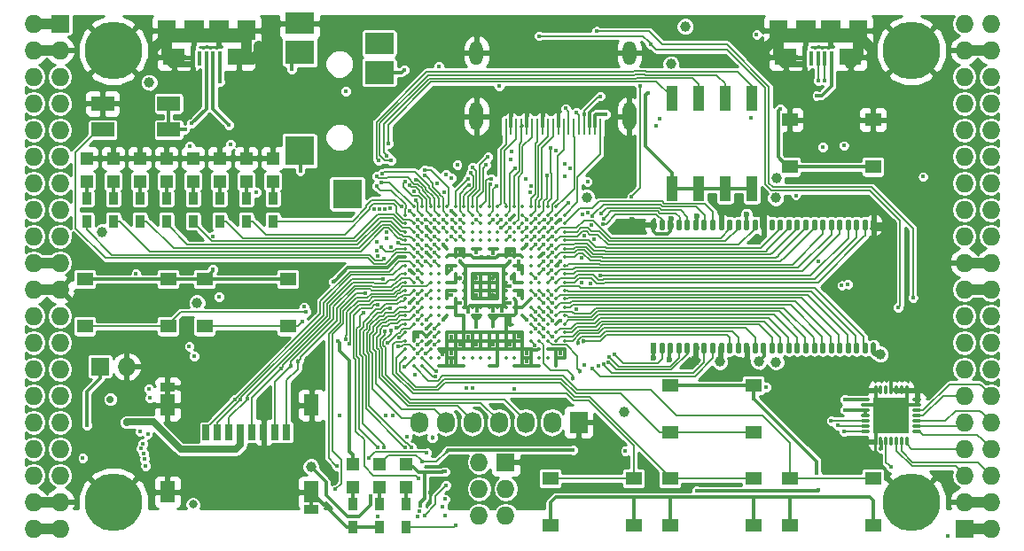
<source format=gtl>
G04 #@! TF.FileFunction,Copper,L1,Top,Signal*
%FSLAX46Y46*%
G04 Gerber Fmt 4.6, Leading zero omitted, Abs format (unit mm)*
G04 Created by KiCad (PCBNEW 4.0.7+dfsg1-1) date Fri Dec  8 10:57:17 2017*
%MOMM*%
%LPD*%
G01*
G04 APERTURE LIST*
%ADD10C,0.100000*%
%ADD11R,1.727200X1.727200*%
%ADD12O,1.727200X1.727200*%
%ADD13C,5.500000*%
%ADD14R,2.200000X1.400000*%
%ADD15R,0.900000X1.200000*%
%ADD16R,2.100000X1.600000*%
%ADD17R,1.900000X1.900000*%
%ADD18R,0.400000X1.350000*%
%ADD19R,1.800000X1.900000*%
%ADD20O,0.850000X0.300000*%
%ADD21O,0.300000X0.850000*%
%ADD22R,1.675000X1.675000*%
%ADD23R,1.727200X2.032000*%
%ADD24O,1.727200X2.032000*%
%ADD25R,1.550000X1.300000*%
%ADD26R,1.120000X2.440000*%
%ADD27C,0.350000*%
%ADD28R,1.200000X1.200000*%
%ADD29R,2.800000X2.000000*%
%ADD30R,2.800000X2.200000*%
%ADD31R,2.800000X2.800000*%
%ADD32O,1.300000X2.700000*%
%ADD33O,1.300000X2.300000*%
%ADD34R,0.250000X1.600000*%
%ADD35O,0.560000X1.100000*%
%ADD36R,0.560000X1.100000*%
%ADD37R,0.700000X1.500000*%
%ADD38R,1.450000X0.900000*%
%ADD39R,1.450000X2.000000*%
%ADD40C,0.600000*%
%ADD41C,1.000000*%
%ADD42C,0.400000*%
%ADD43C,0.454000*%
%ADD44C,0.800000*%
%ADD45C,0.700000*%
%ADD46C,0.300000*%
%ADD47C,0.500000*%
%ADD48C,1.000000*%
%ADD49C,0.600000*%
%ADD50C,0.190000*%
%ADD51C,0.200000*%
%ADD52C,0.700000*%
%ADD53C,0.127000*%
%ADD54C,0.254000*%
G04 APERTURE END LIST*
D10*
D11*
X97910000Y-62690000D03*
D12*
X95370000Y-62690000D03*
X97910000Y-65230000D03*
X95370000Y-65230000D03*
X97910000Y-67770000D03*
X95370000Y-67770000D03*
X97910000Y-70310000D03*
X95370000Y-70310000D03*
X97910000Y-72850000D03*
X95370000Y-72850000D03*
X97910000Y-75390000D03*
X95370000Y-75390000D03*
X97910000Y-77930000D03*
X95370000Y-77930000D03*
X97910000Y-80470000D03*
X95370000Y-80470000D03*
X97910000Y-83010000D03*
X95370000Y-83010000D03*
X97910000Y-85550000D03*
X95370000Y-85550000D03*
X97910000Y-88090000D03*
X95370000Y-88090000D03*
X97910000Y-90630000D03*
X95370000Y-90630000D03*
X97910000Y-93170000D03*
X95370000Y-93170000D03*
X97910000Y-95710000D03*
X95370000Y-95710000D03*
X97910000Y-98250000D03*
X95370000Y-98250000D03*
X97910000Y-100790000D03*
X95370000Y-100790000D03*
X97910000Y-103330000D03*
X95370000Y-103330000D03*
X97910000Y-105870000D03*
X95370000Y-105870000D03*
X97910000Y-108410000D03*
X95370000Y-108410000D03*
X97910000Y-110950000D03*
X95370000Y-110950000D03*
D11*
X184270000Y-110950000D03*
D12*
X186810000Y-110950000D03*
X184270000Y-108410000D03*
X186810000Y-108410000D03*
X184270000Y-105870000D03*
X186810000Y-105870000D03*
X184270000Y-103330000D03*
X186810000Y-103330000D03*
X184270000Y-100790000D03*
X186810000Y-100790000D03*
X184270000Y-98250000D03*
X186810000Y-98250000D03*
X184270000Y-95710000D03*
X186810000Y-95710000D03*
X184270000Y-93170000D03*
X186810000Y-93170000D03*
X184270000Y-90630000D03*
X186810000Y-90630000D03*
X184270000Y-88090000D03*
X186810000Y-88090000D03*
X184270000Y-85550000D03*
X186810000Y-85550000D03*
X184270000Y-83010000D03*
X186810000Y-83010000D03*
X184270000Y-80470000D03*
X186810000Y-80470000D03*
X184270000Y-77930000D03*
X186810000Y-77930000D03*
X184270000Y-75390000D03*
X186810000Y-75390000D03*
X184270000Y-72850000D03*
X186810000Y-72850000D03*
X184270000Y-70310000D03*
X186810000Y-70310000D03*
X184270000Y-67770000D03*
X186810000Y-67770000D03*
X184270000Y-65230000D03*
X186810000Y-65230000D03*
X184270000Y-62690000D03*
X186810000Y-62690000D03*
D13*
X102990000Y-108410000D03*
X179190000Y-108410000D03*
X179190000Y-65230000D03*
X102990000Y-65230000D03*
D14*
X108274000Y-70330000D03*
X101974000Y-70330000D03*
X101974000Y-72830000D03*
X108274000Y-72830000D03*
D11*
X101720000Y-95456000D03*
D12*
X104260000Y-95456000D03*
D15*
X128390000Y-108580000D03*
X128390000Y-110780000D03*
X130930000Y-110780000D03*
X130930000Y-108580000D03*
D16*
X114980000Y-65875000D03*
X108780000Y-65875000D03*
D17*
X113080000Y-63325000D03*
X110680000Y-63325000D03*
D18*
X113180000Y-66000000D03*
X112530000Y-66000000D03*
X111880000Y-66000000D03*
X111230000Y-66000000D03*
X110580000Y-66000000D03*
D19*
X115680000Y-63325000D03*
X108080000Y-63325000D03*
D16*
X173400000Y-65875000D03*
X167200000Y-65875000D03*
D17*
X171500000Y-63325000D03*
X169100000Y-63325000D03*
D18*
X171600000Y-66000000D03*
X170950000Y-66000000D03*
X170300000Y-66000000D03*
X169650000Y-66000000D03*
X169000000Y-66000000D03*
D19*
X174100000Y-63325000D03*
X166500000Y-63325000D03*
D11*
X140455000Y-104600000D03*
D12*
X137915000Y-104600000D03*
X140455000Y-107140000D03*
X137915000Y-107140000D03*
X140455000Y-109680000D03*
X137915000Y-109680000D03*
D15*
X118230000Y-81570000D03*
X118230000Y-79370000D03*
X115690000Y-81570000D03*
X115690000Y-79370000D03*
X113150000Y-81570000D03*
X113150000Y-79370000D03*
X110610000Y-81570000D03*
X110610000Y-79370000D03*
X108070000Y-81570000D03*
X108070000Y-79370000D03*
X105530000Y-81570000D03*
X105530000Y-79370000D03*
X102990000Y-81570000D03*
X102990000Y-79370000D03*
X100450000Y-81570000D03*
X100450000Y-79370000D03*
D20*
X179735000Y-101655000D03*
X179735000Y-101155000D03*
X179735000Y-100655000D03*
X179735000Y-100155000D03*
X179735000Y-99655000D03*
X179735000Y-99155000D03*
X179735000Y-98655000D03*
D21*
X178785000Y-97705000D03*
X178285000Y-97705000D03*
X177785000Y-97705000D03*
X177285000Y-97705000D03*
X176785000Y-97705000D03*
X176285000Y-97705000D03*
X175785000Y-97705000D03*
D20*
X174835000Y-98655000D03*
X174835000Y-99155000D03*
X174835000Y-99655000D03*
X174835000Y-100155000D03*
X174835000Y-100655000D03*
X174835000Y-101155000D03*
X174835000Y-101655000D03*
D21*
X175785000Y-102605000D03*
X176285000Y-102605000D03*
X176785000Y-102605000D03*
X177285000Y-102605000D03*
X177785000Y-102605000D03*
X178285000Y-102605000D03*
X178785000Y-102605000D03*
D22*
X176447500Y-99317500D03*
X176447500Y-100992500D03*
X178122500Y-99317500D03*
X178122500Y-100992500D03*
D23*
X147440000Y-100790000D03*
D24*
X144900000Y-100790000D03*
X142360000Y-100790000D03*
X139820000Y-100790000D03*
X137280000Y-100790000D03*
X134740000Y-100790000D03*
X132200000Y-100790000D03*
D25*
X175550000Y-71870000D03*
X175550000Y-76370000D03*
X167590000Y-76370000D03*
X167590000Y-71870000D03*
X100280000Y-91610000D03*
X100280000Y-87110000D03*
X108240000Y-87110000D03*
X108240000Y-91610000D03*
X111710000Y-91610000D03*
X111710000Y-87110000D03*
X119670000Y-87110000D03*
X119670000Y-91610000D03*
X156160000Y-101770000D03*
X156160000Y-97270000D03*
X164120000Y-97270000D03*
X164120000Y-101770000D03*
X164120000Y-106160000D03*
X164120000Y-110660000D03*
X156160000Y-110660000D03*
X156160000Y-106160000D03*
X152690000Y-106160000D03*
X152690000Y-110660000D03*
X144730000Y-110660000D03*
X144730000Y-106160000D03*
X175550000Y-106160000D03*
X175550000Y-110660000D03*
X167590000Y-110660000D03*
X167590000Y-106160000D03*
D26*
X156330000Y-78425000D03*
X163950000Y-69815000D03*
X158870000Y-78425000D03*
X161410000Y-69815000D03*
X161410000Y-78425000D03*
X158870000Y-69815000D03*
X163950000Y-78425000D03*
X156330000Y-69815000D03*
D27*
X131680000Y-80200000D03*
X132480000Y-80200000D03*
X133280000Y-80200000D03*
X134080000Y-80200000D03*
X134880000Y-80200000D03*
X135680000Y-80200000D03*
X136480000Y-80200000D03*
X137280000Y-80200000D03*
X138080000Y-80200000D03*
X138880000Y-80200000D03*
X139680000Y-80200000D03*
X140480000Y-80200000D03*
X141280000Y-80200000D03*
X142080000Y-80200000D03*
X142880000Y-80200000D03*
X143680000Y-80200000D03*
X144480000Y-80200000D03*
X145280000Y-80200000D03*
X130880000Y-81000000D03*
X131680000Y-81000000D03*
X132480000Y-81000000D03*
X133280000Y-81000000D03*
X134080000Y-81000000D03*
X134880000Y-81000000D03*
X135680000Y-81000000D03*
X136480000Y-81000000D03*
X137280000Y-81000000D03*
X138080000Y-81000000D03*
X138880000Y-81000000D03*
X139680000Y-81000000D03*
X140480000Y-81000000D03*
X141280000Y-81000000D03*
X142080000Y-81000000D03*
X142880000Y-81000000D03*
X143680000Y-81000000D03*
X144480000Y-81000000D03*
X145280000Y-81000000D03*
X146080000Y-81000000D03*
X130880000Y-81800000D03*
X131680000Y-81800000D03*
X132480000Y-81800000D03*
X133280000Y-81800000D03*
X134080000Y-81800000D03*
X134880000Y-81800000D03*
X135680000Y-81800000D03*
X136480000Y-81800000D03*
X137280000Y-81800000D03*
X138080000Y-81800000D03*
X138880000Y-81800000D03*
X139680000Y-81800000D03*
X140480000Y-81800000D03*
X141280000Y-81800000D03*
X142080000Y-81800000D03*
X142880000Y-81800000D03*
X143680000Y-81800000D03*
X144480000Y-81800000D03*
X145280000Y-81800000D03*
X146080000Y-81800000D03*
X130880000Y-82600000D03*
X131680000Y-82600000D03*
X132480000Y-82600000D03*
X133280000Y-82600000D03*
X134080000Y-82600000D03*
X134880000Y-82600000D03*
X135680000Y-82600000D03*
X136480000Y-82600000D03*
X137280000Y-82600000D03*
X138080000Y-82600000D03*
X138880000Y-82600000D03*
X139680000Y-82600000D03*
X140480000Y-82600000D03*
X141280000Y-82600000D03*
X142080000Y-82600000D03*
X142880000Y-82600000D03*
X143680000Y-82600000D03*
X144480000Y-82600000D03*
X145280000Y-82600000D03*
X146080000Y-82600000D03*
X130880000Y-83400000D03*
X131680000Y-83400000D03*
X132480000Y-83400000D03*
X133280000Y-83400000D03*
X134080000Y-83400000D03*
X134880000Y-83400000D03*
X135680000Y-83400000D03*
X136480000Y-83400000D03*
X137280000Y-83400000D03*
X138080000Y-83400000D03*
X138880000Y-83400000D03*
X139680000Y-83400000D03*
X140480000Y-83400000D03*
X141280000Y-83400000D03*
X142080000Y-83400000D03*
X142880000Y-83400000D03*
X143680000Y-83400000D03*
X144480000Y-83400000D03*
X145280000Y-83400000D03*
X146080000Y-83400000D03*
X130880000Y-84200000D03*
X131680000Y-84200000D03*
X132480000Y-84200000D03*
X133280000Y-84200000D03*
X134080000Y-84200000D03*
X134880000Y-84200000D03*
X135680000Y-84200000D03*
X136480000Y-84200000D03*
X137280000Y-84200000D03*
X138080000Y-84200000D03*
X138880000Y-84200000D03*
X139680000Y-84200000D03*
X140480000Y-84200000D03*
X141280000Y-84200000D03*
X142080000Y-84200000D03*
X142880000Y-84200000D03*
X143680000Y-84200000D03*
X144480000Y-84200000D03*
X145280000Y-84200000D03*
X146080000Y-84200000D03*
X130880000Y-85000000D03*
X131680000Y-85000000D03*
X132480000Y-85000000D03*
X133280000Y-85000000D03*
X134080000Y-85000000D03*
X134880000Y-85000000D03*
X135680000Y-85000000D03*
X136480000Y-85000000D03*
X137280000Y-85000000D03*
X138080000Y-85000000D03*
X138880000Y-85000000D03*
X139680000Y-85000000D03*
X140480000Y-85000000D03*
X141280000Y-85000000D03*
X142080000Y-85000000D03*
X142880000Y-85000000D03*
X143680000Y-85000000D03*
X144480000Y-85000000D03*
X145280000Y-85000000D03*
X146080000Y-85000000D03*
X130880000Y-85800000D03*
X131680000Y-85800000D03*
X132480000Y-85800000D03*
X133280000Y-85800000D03*
X134080000Y-85800000D03*
X134880000Y-85800000D03*
X135680000Y-85800000D03*
X136480000Y-85800000D03*
X137280000Y-85800000D03*
X138080000Y-85800000D03*
X138880000Y-85800000D03*
X139680000Y-85800000D03*
X140480000Y-85800000D03*
X141280000Y-85800000D03*
X142080000Y-85800000D03*
X142880000Y-85800000D03*
X143680000Y-85800000D03*
X144480000Y-85800000D03*
X145280000Y-85800000D03*
X146080000Y-85800000D03*
X130880000Y-86600000D03*
X131680000Y-86600000D03*
X132480000Y-86600000D03*
X133280000Y-86600000D03*
X134080000Y-86600000D03*
X134880000Y-86600000D03*
X135680000Y-86600000D03*
X136480000Y-86600000D03*
X137280000Y-86600000D03*
X138080000Y-86600000D03*
X138880000Y-86600000D03*
X139680000Y-86600000D03*
X140480000Y-86600000D03*
X141280000Y-86600000D03*
X142080000Y-86600000D03*
X142880000Y-86600000D03*
X143680000Y-86600000D03*
X144480000Y-86600000D03*
X145280000Y-86600000D03*
X146080000Y-86600000D03*
X130880000Y-87400000D03*
X131680000Y-87400000D03*
X132480000Y-87400000D03*
X133280000Y-87400000D03*
X134080000Y-87400000D03*
X134880000Y-87400000D03*
X135680000Y-87400000D03*
X136480000Y-87400000D03*
X137280000Y-87400000D03*
X138080000Y-87400000D03*
X138880000Y-87400000D03*
X139680000Y-87400000D03*
X140480000Y-87400000D03*
X141280000Y-87400000D03*
X142080000Y-87400000D03*
X142880000Y-87400000D03*
X143680000Y-87400000D03*
X144480000Y-87400000D03*
X145280000Y-87400000D03*
X146080000Y-87400000D03*
X130880000Y-88200000D03*
X131680000Y-88200000D03*
X132480000Y-88200000D03*
X133280000Y-88200000D03*
X134080000Y-88200000D03*
X134880000Y-88200000D03*
X135680000Y-88200000D03*
X136480000Y-88200000D03*
X137280000Y-88200000D03*
X138080000Y-88200000D03*
X138880000Y-88200000D03*
X139680000Y-88200000D03*
X140480000Y-88200000D03*
X141280000Y-88200000D03*
X142080000Y-88200000D03*
X142880000Y-88200000D03*
X143680000Y-88200000D03*
X144480000Y-88200000D03*
X145280000Y-88200000D03*
X146080000Y-88200000D03*
X130880000Y-89000000D03*
X131680000Y-89000000D03*
X132480000Y-89000000D03*
X133280000Y-89000000D03*
X134080000Y-89000000D03*
X134880000Y-89000000D03*
X135680000Y-89000000D03*
X136480000Y-89000000D03*
X137280000Y-89000000D03*
X138080000Y-89000000D03*
X138880000Y-89000000D03*
X139680000Y-89000000D03*
X140480000Y-89000000D03*
X141280000Y-89000000D03*
X142080000Y-89000000D03*
X142880000Y-89000000D03*
X143680000Y-89000000D03*
X144480000Y-89000000D03*
X145280000Y-89000000D03*
X146080000Y-89000000D03*
X130880000Y-89800000D03*
X131680000Y-89800000D03*
X132480000Y-89800000D03*
X133280000Y-89800000D03*
X134080000Y-89800000D03*
X134880000Y-89800000D03*
X135680000Y-89800000D03*
X136480000Y-89800000D03*
X137280000Y-89800000D03*
X138080000Y-89800000D03*
X138880000Y-89800000D03*
X139680000Y-89800000D03*
X140480000Y-89800000D03*
X141280000Y-89800000D03*
X142080000Y-89800000D03*
X142880000Y-89800000D03*
X143680000Y-89800000D03*
X144480000Y-89800000D03*
X145280000Y-89800000D03*
X146080000Y-89800000D03*
X130880000Y-90600000D03*
X131680000Y-90600000D03*
X132480000Y-90600000D03*
X133280000Y-90600000D03*
X134080000Y-90600000D03*
X134880000Y-90600000D03*
X135680000Y-90600000D03*
X136480000Y-90600000D03*
X137280000Y-90600000D03*
X138080000Y-90600000D03*
X138880000Y-90600000D03*
X139680000Y-90600000D03*
X140480000Y-90600000D03*
X141280000Y-90600000D03*
X142080000Y-90600000D03*
X142880000Y-90600000D03*
X143680000Y-90600000D03*
X144480000Y-90600000D03*
X145280000Y-90600000D03*
X146080000Y-90600000D03*
X130880000Y-91400000D03*
X131680000Y-91400000D03*
X132480000Y-91400000D03*
X133280000Y-91400000D03*
X134080000Y-91400000D03*
X142880000Y-91400000D03*
X143680000Y-91400000D03*
X144480000Y-91400000D03*
X145280000Y-91400000D03*
X146080000Y-91400000D03*
X130880000Y-92200000D03*
X131680000Y-92200000D03*
X132480000Y-92200000D03*
X133280000Y-92200000D03*
X134080000Y-92200000D03*
X134880000Y-92200000D03*
X135680000Y-92200000D03*
X136480000Y-92200000D03*
X137280000Y-92200000D03*
X138080000Y-92200000D03*
X138880000Y-92200000D03*
X139680000Y-92200000D03*
X140480000Y-92200000D03*
X141280000Y-92200000D03*
X142080000Y-92200000D03*
X142880000Y-92200000D03*
X143680000Y-92200000D03*
X144480000Y-92200000D03*
X145280000Y-92200000D03*
X146080000Y-92200000D03*
X130880000Y-93000000D03*
X131680000Y-93000000D03*
X132480000Y-93000000D03*
X133280000Y-93000000D03*
X134080000Y-93000000D03*
X134880000Y-93000000D03*
X135680000Y-93000000D03*
X136480000Y-93000000D03*
X137280000Y-93000000D03*
X138080000Y-93000000D03*
X138880000Y-93000000D03*
X139680000Y-93000000D03*
X140480000Y-93000000D03*
X141280000Y-93000000D03*
X142080000Y-93000000D03*
X142880000Y-93000000D03*
X143680000Y-93000000D03*
X144480000Y-93000000D03*
X145280000Y-93000000D03*
X146080000Y-93000000D03*
X130880000Y-93800000D03*
X131680000Y-93800000D03*
X132480000Y-93800000D03*
X133280000Y-93800000D03*
X134080000Y-93800000D03*
X134880000Y-93800000D03*
X135680000Y-93800000D03*
X136480000Y-93800000D03*
X137280000Y-93800000D03*
X138080000Y-93800000D03*
X138880000Y-93800000D03*
X139680000Y-93800000D03*
X140480000Y-93800000D03*
X141280000Y-93800000D03*
X142080000Y-93800000D03*
X142880000Y-93800000D03*
X143680000Y-93800000D03*
X144480000Y-93800000D03*
X145280000Y-93800000D03*
X146080000Y-93800000D03*
X130880000Y-94600000D03*
X131680000Y-94600000D03*
X132480000Y-94600000D03*
X133280000Y-94600000D03*
X134080000Y-94600000D03*
X134880000Y-94600000D03*
X135680000Y-94600000D03*
X136480000Y-94600000D03*
X137280000Y-94600000D03*
X138080000Y-94600000D03*
X138880000Y-94600000D03*
X139680000Y-94600000D03*
X140480000Y-94600000D03*
X141280000Y-94600000D03*
X142080000Y-94600000D03*
X142880000Y-94600000D03*
X143680000Y-94600000D03*
X144480000Y-94600000D03*
X145280000Y-94600000D03*
X146080000Y-94600000D03*
X131680000Y-95400000D03*
X132480000Y-95400000D03*
X134080000Y-95400000D03*
X134880000Y-95400000D03*
X135680000Y-95400000D03*
X136480000Y-95400000D03*
X138880000Y-95400000D03*
X139680000Y-95400000D03*
X141280000Y-95400000D03*
X142080000Y-95400000D03*
X142880000Y-95400000D03*
X143680000Y-95400000D03*
X145280000Y-95400000D03*
D28*
X125850000Y-104770000D03*
X125850000Y-106970000D03*
D15*
X125850000Y-108580000D03*
X125850000Y-110780000D03*
D28*
X128390000Y-104770000D03*
X128390000Y-106970000D03*
X118230000Y-77760000D03*
X118230000Y-75560000D03*
X115690000Y-77760000D03*
X115690000Y-75560000D03*
X113150000Y-77760000D03*
X113150000Y-75560000D03*
X110610000Y-77760000D03*
X110610000Y-75560000D03*
X108070000Y-77760000D03*
X108070000Y-75560000D03*
X105530000Y-77760000D03*
X105530000Y-75560000D03*
X102990000Y-77760000D03*
X102990000Y-75560000D03*
X100450000Y-77760000D03*
X100450000Y-75560000D03*
X130930000Y-104770000D03*
X130930000Y-106970000D03*
D29*
X120780000Y-62648000D03*
D30*
X120780000Y-65448000D03*
D31*
X120780000Y-74848000D03*
X125330000Y-78948000D03*
D30*
X128380000Y-67348000D03*
D29*
X128380000Y-64548000D03*
D32*
X152280000Y-71550000D03*
X137680000Y-71550000D03*
D33*
X137680000Y-65500000D03*
D34*
X140480000Y-72500000D03*
X140980000Y-72500000D03*
X141480000Y-72500000D03*
X141980000Y-72500000D03*
X142480000Y-72500000D03*
X142980000Y-72500000D03*
X143480000Y-72500000D03*
X143980000Y-72500000D03*
X144480000Y-72500000D03*
X144980000Y-72500000D03*
X145480000Y-72500000D03*
X145980000Y-72500000D03*
X146480000Y-72500000D03*
X146980000Y-72500000D03*
X147480000Y-72500000D03*
X147980000Y-72500000D03*
X148480000Y-72500000D03*
X148980000Y-72500000D03*
X149480000Y-72500000D03*
D33*
X152280000Y-65500000D03*
D35*
X175597000Y-81920000D03*
D36*
X154589000Y-93680000D03*
D35*
X155397000Y-93680000D03*
X156205000Y-93680000D03*
X157013000Y-93680000D03*
X157821000Y-93680000D03*
X158629000Y-93680000D03*
X159437000Y-93680000D03*
X160245000Y-93680000D03*
X161053000Y-93680000D03*
X161861000Y-93680000D03*
X162669000Y-93680000D03*
X163477000Y-93680000D03*
X164285000Y-93680000D03*
X165093000Y-93680000D03*
X165901000Y-93680000D03*
X166709000Y-93680000D03*
X167517000Y-93680000D03*
X168325000Y-93680000D03*
X169133000Y-93680000D03*
X169941000Y-93680000D03*
X170749000Y-93680000D03*
X171557000Y-93680000D03*
X172365000Y-93680000D03*
X173173000Y-93680000D03*
X173981000Y-93680000D03*
X174789000Y-93680000D03*
X175597000Y-93680000D03*
X174789000Y-81920000D03*
X173981000Y-81920000D03*
X173173000Y-81920000D03*
X172365000Y-81920000D03*
X171557000Y-81920000D03*
X170749000Y-81920000D03*
X169941000Y-81920000D03*
X169133000Y-81920000D03*
X168325000Y-81920000D03*
X167517000Y-81920000D03*
X166709000Y-81920000D03*
X165901000Y-81920000D03*
X165093000Y-81920000D03*
X164285000Y-81920000D03*
X163477000Y-81920000D03*
X162669000Y-81920000D03*
X161861000Y-81920000D03*
X161053000Y-81920000D03*
X160245000Y-81920000D03*
X159437000Y-81920000D03*
X158629000Y-81920000D03*
X157821000Y-81920000D03*
X157013000Y-81920000D03*
X156205000Y-81920000D03*
X155397000Y-81920000D03*
X154589000Y-81920000D03*
D37*
X111850000Y-101750000D03*
X112950000Y-101750000D03*
X114050000Y-101750000D03*
X115150000Y-101750000D03*
X116250000Y-101750000D03*
X117350000Y-101750000D03*
X118450000Y-101750000D03*
X119550000Y-101750000D03*
D38*
X108175000Y-97450000D03*
X121925000Y-109150000D03*
D39*
X121925000Y-99150000D03*
X108175000Y-99150000D03*
X108175000Y-107450000D03*
X121925000Y-107450000D03*
D40*
X152525938Y-81463870D03*
D41*
X162956098Y-95078488D03*
X158539988Y-94868772D03*
D40*
X161075765Y-80992022D03*
X164882869Y-80938986D03*
X156262773Y-81349374D03*
D41*
X177229911Y-82281349D03*
D40*
X123437000Y-108972000D03*
D42*
X132871770Y-84533979D03*
X132862998Y-82124544D03*
X131278306Y-86213101D03*
X135281276Y-80583119D03*
X131279502Y-89407325D03*
X170309539Y-85441529D03*
X145698456Y-91073766D03*
X145672808Y-85396062D03*
X144103186Y-84622010D03*
X133216000Y-107465000D03*
X137680000Y-88600000D03*
X142480000Y-95000000D03*
X141680000Y-92600000D03*
X140836000Y-84534000D03*
X135284627Y-94985297D03*
X135288625Y-94225619D03*
X134455822Y-94267172D03*
X136095958Y-93369652D03*
D43*
X139264636Y-91615205D03*
D41*
X116880503Y-64802940D03*
X106974809Y-64953974D03*
X175210328Y-64948943D03*
X165417246Y-64954666D03*
D42*
X175495631Y-71457432D03*
X145680000Y-94177990D03*
X177285000Y-95710000D03*
X140880000Y-81400000D03*
X136085174Y-89394826D03*
X145680000Y-81400000D03*
X140874194Y-91433353D03*
X142480000Y-94200000D03*
X140880000Y-93400000D03*
X139280000Y-93400000D03*
X137680000Y-93400000D03*
X136880000Y-92600000D03*
X135280000Y-92600000D03*
X132880000Y-91800000D03*
X132880000Y-93400000D03*
D43*
X141042859Y-86994997D03*
X139280000Y-87000000D03*
X136110990Y-86995403D03*
X137680000Y-87000000D03*
X136080000Y-84600000D03*
X139280000Y-88600000D03*
D41*
X166284693Y-95025145D03*
X166248957Y-79348409D03*
X166343357Y-77477990D03*
D42*
X172564535Y-87722010D03*
D41*
X121861867Y-105030174D03*
D42*
X150030853Y-71331848D03*
D41*
X156235582Y-66548363D03*
X101932065Y-82585048D03*
X106417803Y-68312483D03*
D42*
X127586603Y-107875044D03*
D41*
X157600000Y-62944000D03*
X160905403Y-95006436D03*
D40*
X158731133Y-81048929D03*
X154593901Y-94607945D03*
X156088245Y-94762980D03*
D41*
X164625730Y-94982471D03*
D40*
X163462982Y-80942429D03*
D41*
X176254940Y-94288458D03*
D44*
X110593913Y-108636458D03*
D42*
X180340784Y-77316932D03*
X109828000Y-72830000D03*
X148271935Y-77777990D03*
X173137949Y-87594275D03*
D41*
X148202454Y-79278787D03*
D45*
X102710050Y-98594954D03*
D42*
X154794000Y-72426000D03*
X129005202Y-100174798D03*
X137659051Y-91638034D03*
X139820000Y-68665673D03*
X172834633Y-99599920D03*
X172879922Y-98618650D03*
X176305593Y-103279812D03*
X164433885Y-63737451D03*
X134079160Y-66786153D03*
X116654336Y-78777990D03*
X112515000Y-83010000D03*
X100080000Y-104200000D03*
X113080000Y-88800000D03*
X135273306Y-88618602D03*
X139272517Y-84611349D03*
X137680556Y-84534085D03*
X141680000Y-86200000D03*
X135280000Y-86200000D03*
X132880000Y-92600000D03*
X132080000Y-92600000D03*
X141680000Y-88600000D03*
X141680000Y-85400000D03*
X165349214Y-97422919D03*
X121401947Y-90251871D03*
X129988160Y-91721995D03*
X130302262Y-92700329D03*
X121041200Y-91125073D03*
D41*
X110991000Y-89360000D03*
D42*
X142480000Y-91000000D03*
X142480000Y-83800000D03*
X134480000Y-83800000D03*
X134480000Y-91000000D03*
X105160274Y-86610828D03*
X125193541Y-69156848D03*
X155149360Y-71764535D03*
X170182962Y-69571012D03*
X170362901Y-107286196D03*
X158716651Y-107325176D03*
X128216338Y-109760338D03*
X132708000Y-109680000D03*
X137295592Y-97538017D03*
X134750646Y-106810513D03*
X133680000Y-91800000D03*
X136740903Y-97514503D03*
X134675868Y-108131585D03*
D43*
X133449289Y-102232615D03*
D42*
X133680000Y-92600000D03*
X132936956Y-103711000D03*
X127385678Y-104203668D03*
X133685482Y-93402296D03*
X134463998Y-108841973D03*
X131039072Y-102187000D03*
X131808905Y-96227367D03*
X134636872Y-109719950D03*
X132846234Y-94197073D03*
X120834553Y-76779094D03*
X130761990Y-67119621D03*
X147186000Y-71200000D03*
X147983153Y-71347080D03*
X149475951Y-69619684D03*
X153297112Y-68608292D03*
X177926984Y-89812061D03*
X154329326Y-64643767D03*
X152497066Y-79193467D03*
X146481406Y-79819384D03*
X143650666Y-63862520D03*
X179351513Y-88868327D03*
X149134122Y-63424051D03*
X140035989Y-81400000D03*
X115759823Y-98502036D03*
X132083026Y-86260405D03*
X128776655Y-87135140D03*
X119008515Y-95662939D03*
D43*
X119978162Y-95412951D03*
X120634035Y-94977604D03*
D42*
X113212238Y-68244401D03*
X146180000Y-70800000D03*
X131453853Y-103208291D03*
X149771692Y-81825658D03*
X144080000Y-86200000D03*
X149520824Y-86769192D03*
X144894316Y-86977564D03*
X144873936Y-83860397D03*
X149549750Y-80868432D03*
D43*
X147355672Y-93219294D03*
D42*
X144113248Y-92588762D03*
X144875155Y-86218896D03*
X149846468Y-81303978D03*
X144916886Y-83016385D03*
X148719886Y-81056015D03*
D43*
X147915304Y-93063131D03*
D42*
X144882352Y-92577990D03*
X148747982Y-95669626D03*
X144891634Y-91073766D03*
X149795895Y-95251084D03*
X144867244Y-90229755D03*
X150278898Y-95040253D03*
X144892596Y-89385743D03*
X150345974Y-94517527D03*
X144877648Y-88622010D03*
X150889207Y-94332565D03*
X143280000Y-87000000D03*
X130807074Y-95454141D03*
X130171404Y-93544341D03*
X132080000Y-93400000D03*
X129196652Y-93209125D03*
X133852393Y-95875797D03*
X141280000Y-97600000D03*
X133762848Y-96395146D03*
X132080000Y-94200000D03*
X128610772Y-84072485D03*
X105895603Y-103765816D03*
X130839486Y-103208291D03*
X132075624Y-89410644D03*
X129449238Y-89926948D03*
X128806823Y-103185900D03*
X128251440Y-89564206D03*
X132162861Y-106185868D03*
X132880000Y-88600000D03*
X124329568Y-104994951D03*
X127040053Y-88481065D03*
X132080000Y-87000000D03*
X125499542Y-93250681D03*
X124202418Y-107207639D03*
X132024412Y-109766775D03*
X110313517Y-74380698D03*
X132219727Y-109277292D03*
X114166000Y-74247000D03*
X135315381Y-81391918D03*
X135280062Y-77463305D03*
X134471370Y-81406751D03*
X134758050Y-77130140D03*
X132761172Y-77202673D03*
X132737245Y-76676207D03*
X128644933Y-77050030D03*
X128152012Y-77257840D03*
X128125571Y-78233647D03*
X110718734Y-94451783D03*
X128590544Y-77894041D03*
X110249038Y-93533767D03*
X106368514Y-97598098D03*
X131253134Y-78134216D03*
X106477197Y-98487772D03*
X132783339Y-81400004D03*
X131709326Y-78745875D03*
X132079024Y-82984045D03*
X129109095Y-82655074D03*
X105572759Y-101661319D03*
X106276126Y-101893466D03*
X132880889Y-83897835D03*
X129054383Y-83179239D03*
X129487667Y-84079929D03*
X132083682Y-83828056D03*
X105813763Y-102819336D03*
X132062099Y-84533979D03*
X128165458Y-83528763D03*
X105627254Y-103312241D03*
X128183315Y-84380742D03*
X105992720Y-104283802D03*
X133671942Y-84595200D03*
X132834641Y-85377990D03*
X128203260Y-84907376D03*
X106088753Y-104974041D03*
D43*
X146862501Y-96617499D03*
X147534467Y-95913260D03*
D42*
X147927932Y-95329243D03*
X143280000Y-91000000D03*
X149284391Y-95377990D03*
X144077013Y-90266968D03*
X147207648Y-89973043D03*
X144076240Y-89395301D03*
X143281824Y-90201951D03*
X144102010Y-85397219D03*
X147687522Y-85093328D03*
X144868096Y-85371354D03*
X148610669Y-81900026D03*
X144102010Y-83000000D03*
X144888125Y-82172374D03*
X147695541Y-87403214D03*
X144082832Y-88584510D03*
X148578814Y-87496879D03*
X143278026Y-88595030D03*
X144125486Y-82186468D03*
X148298275Y-80739810D03*
X144876540Y-81328363D03*
X147802234Y-80917812D03*
X139280000Y-81400000D03*
X139578623Y-78205862D03*
X139034115Y-78040948D03*
X139046749Y-77514088D03*
X138580000Y-76200000D03*
X138779198Y-75400762D03*
X137680000Y-81400000D03*
X137308732Y-76415018D03*
X137106948Y-76979922D03*
X136859538Y-77550820D03*
X136922059Y-78097889D03*
X136096392Y-81395070D03*
X135830698Y-76200613D03*
X148878722Y-83261032D03*
X144915665Y-84598743D03*
X148001372Y-82958777D03*
X144103186Y-83777990D03*
X142841210Y-78784254D03*
X142473549Y-82998913D03*
X142864275Y-78217369D03*
X142437464Y-82181475D03*
X146089079Y-77300571D03*
X144144931Y-81387081D03*
X144394875Y-77219934D03*
X146577729Y-76500816D03*
X143281475Y-82206074D03*
X146130802Y-76060132D03*
X143300920Y-81377293D03*
X145255695Y-74817220D03*
X141662690Y-82207782D03*
X142456909Y-81405800D03*
X140030954Y-82200000D03*
X141342967Y-76554996D03*
X141046643Y-74873804D03*
X140864029Y-83041403D03*
X140874966Y-82177164D03*
X140980062Y-75681941D03*
X115149319Y-98625494D03*
X132872609Y-82968555D03*
X132080007Y-82103333D03*
X132080000Y-81400000D03*
X131847310Y-79589886D03*
X130856828Y-77786820D03*
X131923295Y-77584853D03*
X133648389Y-82190597D03*
X133627359Y-81414685D03*
X129477855Y-92000822D03*
X132880000Y-91000000D03*
X128879646Y-92111037D03*
X132077648Y-90977990D03*
X131275302Y-80595752D03*
X130489904Y-80167235D03*
X128823114Y-85153560D03*
X132072985Y-85377990D03*
X134476508Y-82180155D03*
X133942383Y-77980766D03*
X163908850Y-71651861D03*
X135656559Y-110610712D03*
X132468001Y-104503413D03*
X146844288Y-103452739D03*
X132285867Y-108754446D03*
X134707351Y-105508447D03*
D45*
X104260000Y-100790000D03*
D42*
X114604320Y-98573680D03*
X112515000Y-86185000D03*
X164144561Y-98511733D03*
X170157734Y-105666345D03*
X169506589Y-107953726D03*
X170735900Y-74464979D03*
X143257990Y-83000000D03*
X168166438Y-79108038D03*
X151896383Y-103510715D03*
X114039000Y-72342000D03*
X110483000Y-72215000D03*
X143269694Y-93414905D03*
X177274002Y-105079115D03*
X172761273Y-101651681D03*
X143280000Y-91800000D03*
X172193360Y-101105663D03*
X144064831Y-91877646D03*
X171540304Y-100645743D03*
X144080000Y-91000000D03*
X135320520Y-82196441D03*
X129493343Y-75737814D03*
X136080000Y-82200000D03*
X129125079Y-75315804D03*
X136080000Y-83000000D03*
X129252218Y-74142461D03*
X142377451Y-77497451D03*
X172746637Y-74347988D03*
X143280000Y-83800000D03*
X170300000Y-68151000D03*
X170950000Y-68125562D03*
X125167387Y-92841517D03*
X121206217Y-89762554D03*
X132082956Y-90210779D03*
X182675150Y-111637626D03*
X124027706Y-87347706D03*
X124027707Y-87347707D03*
X166678914Y-70803555D03*
X129660000Y-100155000D03*
X124580000Y-100155000D03*
X132084049Y-88558274D03*
X126880008Y-90276109D03*
X128280000Y-103200000D03*
X100450000Y-101044000D03*
X120008000Y-67008000D03*
X127889625Y-80407426D03*
X133680000Y-85400000D03*
X130204628Y-83599483D03*
X128416582Y-80399850D03*
X133680000Y-83800000D03*
X128943593Y-80399729D03*
X133680000Y-83000000D03*
X129457990Y-80285112D03*
X144780000Y-74590382D03*
X124453000Y-93043000D03*
X137689001Y-90122990D03*
D41*
X151758000Y-99774000D03*
D42*
X136885174Y-90194826D03*
X140094890Y-90122990D03*
X139280000Y-90122990D03*
X140880000Y-89400000D03*
X140880000Y-87800000D03*
X140880000Y-85400000D03*
D43*
X136080000Y-85400000D03*
D42*
X128333179Y-75769807D03*
X134613000Y-78819000D03*
X135280000Y-83022010D03*
X154052298Y-69302298D03*
D46*
X121925000Y-107450000D02*
X121925000Y-109150000D01*
X154589000Y-81920000D02*
X154589000Y-82564717D01*
X154589000Y-82564717D02*
X154829344Y-82805061D01*
X154829344Y-82805061D02*
X155940980Y-82805061D01*
X155940980Y-82805061D02*
X156205000Y-82541041D01*
X156205000Y-82541041D02*
X156205000Y-81920000D01*
X152825937Y-81763869D02*
X152525938Y-81463870D01*
X152982068Y-81920000D02*
X152825937Y-81763869D01*
X154589000Y-81920000D02*
X152982068Y-81920000D01*
X163456097Y-94578489D02*
X162956098Y-95078488D01*
X163480000Y-94554586D02*
X163456097Y-94578489D01*
X163480000Y-93330000D02*
X163480000Y-94554586D01*
X158539988Y-93470012D02*
X158539988Y-94161666D01*
X158680000Y-93330000D02*
X158539988Y-93470012D01*
X158539988Y-94161666D02*
X158539988Y-94868772D01*
X161075765Y-81416286D02*
X161075765Y-80992022D01*
X161075765Y-82265765D02*
X161075765Y-81416286D01*
X161080000Y-82270000D02*
X161075765Y-82265765D01*
X164882869Y-82072869D02*
X164882869Y-81363250D01*
X165080000Y-82270000D02*
X164882869Y-82072869D01*
X164882869Y-81363250D02*
X164882869Y-80938986D01*
X156280000Y-82270000D02*
X156280000Y-81366601D01*
X156280000Y-81366601D02*
X156262773Y-81349374D01*
X154680000Y-81486121D02*
X154657528Y-81463649D01*
X177241260Y-82270000D02*
X177229911Y-82281349D01*
D47*
X175480000Y-82270000D02*
X177241260Y-82270000D01*
D46*
X148480000Y-71200000D02*
X149230000Y-70450000D01*
X148480000Y-72500000D02*
X148480000Y-71200000D01*
X145480000Y-72500000D02*
X145480000Y-71200000D01*
X143980000Y-72500000D02*
X143980000Y-71200000D01*
X142480000Y-72500000D02*
X142480000Y-71450000D01*
X142480000Y-71200000D02*
X142480000Y-71450000D01*
X140980000Y-72500000D02*
X140980000Y-71200000D01*
X134455822Y-94267172D02*
X134455822Y-94224178D01*
X134455822Y-94224178D02*
X134880000Y-93800000D01*
X123437000Y-108972000D02*
X125245000Y-110780000D01*
X125245000Y-110780000D02*
X125850000Y-110780000D01*
X125850000Y-110780000D02*
X125889531Y-110819531D01*
X125889531Y-110819531D02*
X126234488Y-110819531D01*
X126234488Y-110819531D02*
X126274019Y-110780000D01*
X126274019Y-110780000D02*
X127640000Y-110780000D01*
X127640000Y-110780000D02*
X128390000Y-110780000D01*
X121930000Y-107465000D02*
X123437000Y-108972000D01*
D48*
X184270000Y-65230000D02*
X186810000Y-65230000D01*
X184270000Y-85550000D02*
X186810000Y-85550000D01*
X184270000Y-108410000D02*
X186810000Y-108410000D01*
X95370000Y-108410000D02*
X97910000Y-108410000D01*
D47*
X97910000Y-88090000D02*
X98956608Y-87043392D01*
D46*
X98956608Y-87043392D02*
X98974574Y-87043392D01*
D47*
X97910000Y-88090000D02*
X99013590Y-89193590D01*
D46*
X99013590Y-89193590D02*
X99060056Y-89193590D01*
D48*
X95370000Y-88090000D02*
X97910000Y-88090000D01*
X95370000Y-65230000D02*
X97910000Y-65230000D01*
D46*
X139264636Y-90984636D02*
X139295364Y-90984636D01*
X139295364Y-90984636D02*
X139680000Y-90600000D01*
X132871770Y-84591770D02*
X132871770Y-84533979D01*
X133280000Y-85000000D02*
X132871770Y-84591770D01*
X133280000Y-82600000D02*
X132862998Y-82182998D01*
X132862998Y-82182998D02*
X132862998Y-82124544D01*
X131293101Y-86213101D02*
X131278306Y-86213101D01*
X131680000Y-86600000D02*
X131293101Y-86213101D01*
X140480000Y-90600000D02*
X140480000Y-92200000D01*
X135281276Y-80601276D02*
X135281276Y-80583119D01*
X135680000Y-81000000D02*
X135281276Y-80601276D01*
X131279502Y-89400498D02*
X131279502Y-89407325D01*
X131680000Y-89000000D02*
X131279502Y-89400498D01*
X145280000Y-91400000D02*
X145606234Y-91073766D01*
X145606234Y-91073766D02*
X145698456Y-91073766D01*
X145672808Y-85407192D02*
X145672808Y-85396062D01*
X145280000Y-85800000D02*
X145672808Y-85407192D01*
X143680000Y-85000000D02*
X144057990Y-84622010D01*
X144057990Y-84622010D02*
X144103186Y-84622010D01*
X137280000Y-89000000D02*
X137680000Y-88600000D01*
X142480000Y-94600000D02*
X142880000Y-94600000D01*
X142080000Y-94600000D02*
X142480000Y-94600000D01*
X142480000Y-94600000D02*
X142480000Y-95000000D01*
X141680000Y-92200000D02*
X142080000Y-92200000D01*
X141280000Y-92200000D02*
X141680000Y-92200000D01*
X141680000Y-92200000D02*
X141680000Y-92600000D01*
X141280000Y-84200000D02*
X141170000Y-84200000D01*
X141170000Y-84200000D02*
X140836000Y-84534000D01*
X135284627Y-95395373D02*
X135284627Y-95268139D01*
X135280000Y-95400000D02*
X135284627Y-95395373D01*
X135284627Y-95268139D02*
X135284627Y-94985297D01*
X135288625Y-93942777D02*
X135288625Y-94225619D01*
X135288625Y-93808625D02*
X135288625Y-93942777D01*
X135280000Y-93800000D02*
X135288625Y-93808625D01*
X134455822Y-94175822D02*
X134455822Y-94267172D01*
X134080000Y-93800000D02*
X134455822Y-94175822D01*
X145280000Y-94600000D02*
X145280000Y-95400000D01*
X143498655Y-93891906D02*
X143590561Y-93800000D01*
X143040733Y-93891906D02*
X143498655Y-93891906D01*
X142880000Y-93800000D02*
X142948827Y-93800000D01*
X142948827Y-93800000D02*
X143040733Y-93891906D01*
X143590561Y-93800000D02*
X143680000Y-93800000D01*
X145280000Y-93800000D02*
X144480000Y-93800000D01*
X146080000Y-94600000D02*
X146080000Y-93800000D01*
X145280000Y-94600000D02*
X146080000Y-94600000D01*
X142080000Y-95400000D02*
X142080000Y-94600000D01*
X142880000Y-95400000D02*
X142880000Y-94600000D01*
X142880000Y-95400000D02*
X143680000Y-95400000D01*
X142080000Y-95400000D02*
X142880000Y-95400000D01*
X141280000Y-95400000D02*
X142080000Y-95400000D01*
X142080000Y-93000000D02*
X142080000Y-93800000D01*
X138880000Y-92200000D02*
X138880000Y-93000000D01*
X139680000Y-92200000D02*
X139680000Y-93000000D01*
X140480000Y-93000000D02*
X140480000Y-92200000D01*
X141280000Y-93000000D02*
X141280000Y-92200000D01*
X142080000Y-93000000D02*
X141280000Y-93000000D01*
X142080000Y-92200000D02*
X142080000Y-93000000D01*
X140480000Y-92200000D02*
X141280000Y-92200000D01*
X139680000Y-92200000D02*
X140480000Y-92200000D01*
X138880000Y-92200000D02*
X139680000Y-92200000D01*
X138080000Y-92200000D02*
X138880000Y-92200000D01*
X136095958Y-93086810D02*
X136095958Y-93369652D01*
X136080000Y-93000000D02*
X136095958Y-93015958D01*
X136095958Y-93015958D02*
X136095958Y-93086810D01*
X139264636Y-91294179D02*
X139264636Y-91615205D01*
X139264636Y-90984636D02*
X139264636Y-91294179D01*
X138880000Y-90600000D02*
X139264636Y-90984636D01*
D48*
X116880503Y-65510046D02*
X116880503Y-64802940D01*
X116265561Y-66124988D02*
X116880503Y-65510046D01*
X115680000Y-65910000D02*
X115894988Y-66124988D01*
X115680000Y-63960000D02*
X115680000Y-65910000D01*
X115894988Y-66124988D02*
X116265561Y-66124988D01*
X107474808Y-64453975D02*
X106974809Y-64953974D01*
X107968783Y-63960000D02*
X107474808Y-64453975D01*
X108080000Y-63960000D02*
X107968783Y-63960000D01*
X174710329Y-64448944D02*
X175210328Y-64948943D01*
X174100000Y-63960000D02*
X174221385Y-63960000D01*
X174221385Y-63960000D02*
X174710329Y-64448944D01*
X165917245Y-64454667D02*
X165417246Y-64954666D01*
X166411912Y-63960000D02*
X165917245Y-64454667D01*
X166500000Y-63960000D02*
X166411912Y-63960000D01*
D46*
X175495631Y-71740274D02*
X175495631Y-71457432D01*
X175495631Y-72230631D02*
X175495631Y-71740274D01*
X175535000Y-72270000D02*
X175495631Y-72230631D01*
D49*
X108780000Y-66510000D02*
X110455000Y-66510000D01*
D46*
X110455000Y-66510000D02*
X110580000Y-66635000D01*
D48*
X108080000Y-63960000D02*
X108080000Y-65810000D01*
X108080000Y-65810000D02*
X108780000Y-66510000D01*
X115680000Y-63960000D02*
X115680000Y-65810000D01*
D46*
X115680000Y-65810000D02*
X114980000Y-66510000D01*
D48*
X113080000Y-63960000D02*
X115680000Y-63960000D01*
X110680000Y-63960000D02*
X113080000Y-63960000D01*
X108080000Y-63960000D02*
X110680000Y-63960000D01*
D49*
X167200000Y-66510000D02*
X168875000Y-66510000D01*
D46*
X168875000Y-66510000D02*
X169000000Y-66635000D01*
D48*
X174100000Y-63960000D02*
X174100000Y-65810000D01*
X174100000Y-65810000D02*
X173400000Y-66510000D01*
X166500000Y-63960000D02*
X166500000Y-65810000D01*
X166500000Y-65810000D02*
X167200000Y-66510000D01*
X171500000Y-63960000D02*
X174100000Y-63960000D01*
X169100000Y-63960000D02*
X171500000Y-63960000D01*
X166500000Y-63960000D02*
X169100000Y-63960000D01*
D46*
X145680000Y-93800000D02*
X145680000Y-94177990D01*
X178785000Y-97705000D02*
X178785000Y-98655000D01*
X178785000Y-98655000D02*
X178122500Y-99317500D01*
X176285000Y-97705000D02*
X175785000Y-97705000D01*
X175785000Y-102605000D02*
X175785000Y-101655000D01*
X175785000Y-101655000D02*
X176447500Y-100992500D01*
X178122500Y-99317500D02*
X178122500Y-100992500D01*
X176447500Y-99317500D02*
X178122500Y-99317500D01*
X176447500Y-100992500D02*
X178122500Y-100992500D01*
X177285000Y-97705000D02*
X177285000Y-95710000D01*
X178122500Y-99317500D02*
X178285000Y-99155000D01*
X178285000Y-99155000D02*
X179735000Y-99155000D01*
X179735000Y-98655000D02*
X179735000Y-99155000D01*
X177785000Y-97705000D02*
X177920000Y-97705000D01*
X177920000Y-97705000D02*
X178285000Y-97705000D01*
X178285000Y-97705000D02*
X178785000Y-97705000D01*
X177285000Y-97705000D02*
X177785000Y-97705000D01*
X175785000Y-97705000D02*
X175785000Y-98655000D01*
X175785000Y-98655000D02*
X176447500Y-99317500D01*
X174835000Y-99155000D02*
X176285000Y-99155000D01*
X176285000Y-99155000D02*
X176447500Y-99317500D01*
X141280000Y-81000000D02*
X140880000Y-81400000D01*
X135685174Y-89394826D02*
X135802332Y-89394826D01*
X135680000Y-89400000D02*
X135685174Y-89394826D01*
X135802332Y-89394826D02*
X136085174Y-89394826D01*
X135054999Y-84825001D02*
X137080000Y-84825001D01*
X137280000Y-85000000D02*
X137105001Y-84825001D01*
X137105001Y-84825001D02*
X137080000Y-84825001D01*
X138280000Y-85088351D02*
X137368351Y-85088351D01*
X137368351Y-85088351D02*
X137280000Y-85000000D01*
X139680000Y-86600000D02*
X139280000Y-87000000D01*
X139680000Y-88200000D02*
X139680000Y-89000000D01*
X139680000Y-87400000D02*
X139680000Y-88200000D01*
X139680000Y-86600000D02*
X139680000Y-87400000D01*
X137280000Y-88200000D02*
X137280000Y-89000000D01*
X137280000Y-87400000D02*
X137280000Y-88200000D01*
X137280000Y-86600000D02*
X137280000Y-87400000D01*
X138880000Y-87400000D02*
X138880000Y-88200000D01*
X138880000Y-86600000D02*
X138880000Y-87400000D01*
X138080000Y-87400000D02*
X138080000Y-86600000D01*
X138080000Y-88200000D02*
X138080000Y-87400000D01*
X138080000Y-89000000D02*
X138080000Y-88200000D01*
X138080000Y-88200000D02*
X138880000Y-88200000D01*
X138080000Y-87400000D02*
X138880000Y-87400000D01*
X137280000Y-87400000D02*
X138080000Y-87400000D01*
X145454999Y-81625001D02*
X145680000Y-81400000D01*
X145280000Y-81800000D02*
X145454999Y-81625001D01*
X141480000Y-89800000D02*
X141480000Y-89200000D01*
X141480000Y-89200000D02*
X141280000Y-89000000D01*
X141280000Y-89800000D02*
X141480000Y-89800000D01*
X141480000Y-89800000D02*
X142080000Y-89800000D01*
X141454999Y-90425001D02*
X141454999Y-89825001D01*
X141454999Y-89825001D02*
X141480000Y-89800000D01*
X140874194Y-90605806D02*
X140874194Y-91150511D01*
X140880000Y-90600000D02*
X140874194Y-90605806D01*
X140874194Y-91150511D02*
X140874194Y-91433353D01*
X140480000Y-90600000D02*
X140880000Y-90600000D01*
X140880000Y-90600000D02*
X141280000Y-90600000D01*
X139680000Y-90600000D02*
X140480000Y-90600000D01*
X138880000Y-90600000D02*
X139680000Y-90600000D01*
X141280000Y-85000000D02*
X141280000Y-84800000D01*
X141280000Y-84200000D02*
X141280000Y-85000000D01*
X140480000Y-84200000D02*
X141280000Y-84200000D01*
X141280000Y-84800000D02*
X141280000Y-84200000D01*
X141905001Y-84825001D02*
X141305001Y-84825001D01*
X141305001Y-84825001D02*
X141280000Y-84800000D01*
X140480000Y-85000000D02*
X140480000Y-84200000D01*
X139680000Y-85000000D02*
X139680000Y-84898347D01*
X139680000Y-84898347D02*
X139753346Y-84825001D01*
X138280000Y-85088351D02*
X138680000Y-85088351D01*
X138280000Y-85088351D02*
X139489996Y-85088351D01*
X138080000Y-85000000D02*
X138191649Y-85000000D01*
X138191649Y-85000000D02*
X138280000Y-85088351D01*
X138880000Y-85000000D02*
X138768351Y-85000000D01*
X138768351Y-85000000D02*
X138680000Y-85088351D01*
X135680000Y-84200000D02*
X135680000Y-84800000D01*
X135680000Y-84800000D02*
X135680000Y-85000000D01*
X135054999Y-84825001D02*
X135654999Y-84825001D01*
X135654999Y-84825001D02*
X135680000Y-84800000D01*
X136480000Y-85000000D02*
X136480000Y-84200000D01*
X134880000Y-85000000D02*
X135054999Y-84825001D01*
X138880000Y-87400000D02*
X139680000Y-87400000D01*
X138880000Y-88200000D02*
X138880000Y-89000000D01*
X138880000Y-88200000D02*
X139680000Y-88200000D01*
X137280000Y-88200000D02*
X138080000Y-88200000D01*
X141280000Y-90600000D02*
X141454999Y-90425001D01*
D47*
X115690000Y-75610980D02*
X118230000Y-75610980D01*
X113150000Y-75610980D02*
X115690000Y-75610980D01*
X110610000Y-75610980D02*
X113150000Y-75610980D01*
X108070000Y-75610980D02*
X110610000Y-75610980D01*
X105530000Y-75610980D02*
X108070000Y-75610980D01*
X102990000Y-75610980D02*
X105530000Y-75610980D01*
X100450000Y-75610980D02*
X102990000Y-75610980D01*
D46*
X142080000Y-89800000D02*
X142880000Y-89000000D01*
X145680000Y-93800000D02*
X145280000Y-93800000D01*
X146080000Y-93800000D02*
X145680000Y-93800000D01*
X135680000Y-89400000D02*
X135680000Y-89800000D01*
X135680000Y-89000000D02*
X135680000Y-89400000D01*
X135280000Y-95400000D02*
X135680000Y-95400000D01*
X134880000Y-95400000D02*
X135280000Y-95400000D01*
X135280000Y-93800000D02*
X135680000Y-93800000D01*
X134880000Y-93800000D02*
X135280000Y-93800000D01*
X142480000Y-93800000D02*
X142080000Y-93800000D01*
X142880000Y-93800000D02*
X142480000Y-93800000D01*
X142480000Y-93800000D02*
X142480000Y-94200000D01*
X140880000Y-93000000D02*
X141280000Y-93000000D01*
X140480000Y-93000000D02*
X140880000Y-93000000D01*
X140880000Y-93000000D02*
X140880000Y-93400000D01*
X139280000Y-93000000D02*
X138880000Y-93000000D01*
X139680000Y-93000000D02*
X139280000Y-93000000D01*
X139280000Y-93000000D02*
X139280000Y-93400000D01*
X137680000Y-93000000D02*
X137280000Y-93000000D01*
X137680000Y-93000000D02*
X137680000Y-93400000D01*
X138080000Y-93000000D02*
X137680000Y-93000000D01*
X136080000Y-93000000D02*
X135680000Y-93000000D01*
X136480000Y-93000000D02*
X136080000Y-93000000D01*
X136880000Y-93000000D02*
X136480000Y-93000000D01*
X137280000Y-93000000D02*
X136880000Y-93000000D01*
X136880000Y-93000000D02*
X136880000Y-92600000D01*
X135280000Y-93000000D02*
X135680000Y-93000000D01*
X134880000Y-93000000D02*
X135280000Y-93000000D01*
X135280000Y-93000000D02*
X135280000Y-92600000D01*
X133280000Y-91400000D02*
X132880000Y-91800000D01*
X133280000Y-93000000D02*
X132880000Y-93400000D01*
X139753346Y-84825001D02*
X141905001Y-84825001D01*
X139489996Y-85088351D02*
X139753346Y-84825001D01*
X141905001Y-84825001D02*
X142080000Y-85000000D01*
X141042859Y-86837141D02*
X141042859Y-86994997D01*
X141280000Y-86600000D02*
X141042859Y-86837141D01*
X135684597Y-86995403D02*
X135789964Y-86995403D01*
X135680000Y-87000000D02*
X135684597Y-86995403D01*
X135789964Y-86995403D02*
X136110990Y-86995403D01*
X135680000Y-87000000D02*
X135680000Y-86600000D01*
X135680000Y-87400000D02*
X135680000Y-87000000D01*
X136480000Y-90600000D02*
X136480000Y-92200000D01*
X139680000Y-89000000D02*
X139280000Y-88600000D01*
X137280000Y-86600000D02*
X137680000Y-87000000D01*
X136480000Y-84200000D02*
X136080000Y-84600000D01*
X141280000Y-86600000D02*
X141280000Y-87400000D01*
X142080000Y-87400000D02*
X141280000Y-87400000D01*
X135680000Y-84200000D02*
X136480000Y-84200000D01*
X134880000Y-87400000D02*
X135680000Y-87400000D01*
X138880000Y-86600000D02*
X139680000Y-86600000D01*
X138080000Y-86600000D02*
X138880000Y-86600000D01*
X137280000Y-86600000D02*
X138080000Y-86600000D01*
X138880000Y-89000000D02*
X139680000Y-89000000D01*
X138080000Y-89000000D02*
X138880000Y-89000000D01*
X137280000Y-89000000D02*
X138080000Y-89000000D01*
X135680000Y-89800000D02*
X134880000Y-89800000D01*
X135680000Y-90600000D02*
X135680000Y-89800000D01*
X135680000Y-90600000D02*
X136480000Y-90600000D01*
X140480000Y-93000000D02*
X139680000Y-93000000D01*
X139680000Y-93800000D02*
X140480000Y-93800000D01*
X139680000Y-93800000D02*
X139680000Y-94600000D01*
X139680000Y-95400000D02*
X139680000Y-94600000D01*
X138880000Y-95400000D02*
X139680000Y-95400000D01*
X135680000Y-95400000D02*
X136480000Y-95400000D01*
X135680000Y-95400000D02*
X135680000Y-94600000D01*
X134880000Y-95400000D02*
X134080000Y-95400000D01*
X134880000Y-94600000D02*
X134880000Y-95400000D01*
X134080000Y-93800000D02*
X134880000Y-93800000D01*
X134880000Y-94600000D02*
X134880000Y-93800000D01*
X135680000Y-94600000D02*
X134880000Y-94600000D01*
X135680000Y-93800000D02*
X135680000Y-94600000D01*
X134880000Y-93000000D02*
X134880000Y-93800000D01*
X134880000Y-92200000D02*
X134880000Y-93000000D01*
X135680000Y-92200000D02*
X134880000Y-92200000D01*
X135680000Y-93800000D02*
X136480000Y-93800000D01*
X135680000Y-93000000D02*
X135680000Y-93800000D01*
X135680000Y-92200000D02*
X135680000Y-93000000D01*
X135680000Y-92200000D02*
X136480000Y-92200000D01*
X136480000Y-92200000D02*
X137280000Y-92200000D01*
X137280000Y-93800000D02*
X137280000Y-93000000D01*
X136480000Y-93800000D02*
X137280000Y-93800000D01*
X136480000Y-93000000D02*
X136480000Y-93800000D01*
X136480000Y-92200000D02*
X136480000Y-93000000D01*
X137280000Y-92200000D02*
X138080000Y-92200000D01*
X137280000Y-93800000D02*
X138080000Y-93800000D01*
X137280000Y-92200000D02*
X137280000Y-93000000D01*
X138080000Y-92200000D02*
X138080000Y-93000000D01*
X138080000Y-93000000D02*
X138880000Y-93000000D01*
X138080000Y-93800000D02*
X138080000Y-93000000D01*
X138880000Y-93800000D02*
X138080000Y-93800000D01*
X138880000Y-93000000D02*
X138880000Y-93800000D01*
X139680000Y-93800000D02*
X139680000Y-93000000D01*
X138880000Y-93800000D02*
X139680000Y-93800000D01*
X140480000Y-93000000D02*
X140480000Y-93800000D01*
X141280000Y-93000000D02*
X141280000Y-93800000D01*
X141280000Y-93800000D02*
X142080000Y-93800000D01*
X140480000Y-93800000D02*
X141280000Y-93800000D01*
X142080000Y-93800000D02*
X142080000Y-94600000D01*
X142880000Y-94600000D02*
X142880000Y-93800000D01*
X145280000Y-93800000D02*
X145280000Y-94600000D01*
X121861867Y-105030174D02*
X123322573Y-106490880D01*
X123322573Y-106490880D02*
X123322573Y-107763919D01*
X123322573Y-107763919D02*
X125365654Y-109807000D01*
X149048152Y-71331848D02*
X149748011Y-71331848D01*
X148980000Y-72500000D02*
X148980000Y-71400000D01*
X148980000Y-71400000D02*
X149048152Y-71331848D01*
X149748011Y-71331848D02*
X150030853Y-71331848D01*
X125365654Y-109807000D02*
X126485000Y-109807000D01*
X127586603Y-108157886D02*
X127586603Y-107875044D01*
X126485000Y-109807000D02*
X127586603Y-108705397D01*
X127586603Y-108705397D02*
X127586603Y-108157886D01*
X186810000Y-62877865D02*
X186810000Y-62690000D01*
D47*
X161044112Y-93600355D02*
X161044112Y-94816963D01*
X161044112Y-94816963D02*
X160905403Y-94955672D01*
X160905403Y-94955672D02*
X160905403Y-95006436D01*
D46*
X158731133Y-82218867D02*
X158731133Y-81473193D01*
X158731133Y-81473193D02*
X158731133Y-81048929D01*
X158680000Y-82270000D02*
X158731133Y-82218867D01*
X154593901Y-93416099D02*
X154593901Y-94183681D01*
X154593901Y-94183681D02*
X154593901Y-94607945D01*
X154680000Y-93330000D02*
X154593901Y-93416099D01*
X156088245Y-93521755D02*
X156088245Y-94338716D01*
X156280000Y-93330000D02*
X156088245Y-93521755D01*
X156088245Y-94338716D02*
X156088245Y-94762980D01*
X165125729Y-94482472D02*
X164625730Y-94982471D01*
X165125729Y-93375729D02*
X165125729Y-94482472D01*
X165080000Y-93330000D02*
X165125729Y-93375729D01*
X163462982Y-81366693D02*
X163462982Y-80942429D01*
X163462982Y-82252982D02*
X163462982Y-81366693D01*
X163480000Y-82270000D02*
X163462982Y-82252982D01*
D47*
X175548724Y-93398724D02*
X175548724Y-94034638D01*
X175802544Y-94288458D02*
X176254940Y-94288458D01*
X175548724Y-94034638D02*
X175802544Y-94288458D01*
D46*
X108274000Y-72830000D02*
X109828000Y-72830000D01*
D48*
X184270000Y-88090000D02*
X186810000Y-88090000D01*
X184270000Y-110950000D02*
X186810000Y-110950000D01*
X95370000Y-110950000D02*
X97910000Y-110950000D01*
X95370000Y-85550000D02*
X97910000Y-85550000D01*
X95370000Y-62690000D02*
X97910000Y-62690000D01*
D46*
X137280000Y-90600000D02*
X138080000Y-90600000D01*
X137659051Y-91355192D02*
X137659051Y-91638034D01*
X137659051Y-90820949D02*
X137659051Y-91355192D01*
X137680000Y-90800000D02*
X137659051Y-90820949D01*
X172889713Y-99655000D02*
X172834633Y-99599920D01*
X174835000Y-99655000D02*
X172889713Y-99655000D01*
X172916272Y-98655000D02*
X172879922Y-98618650D01*
X174835000Y-98655000D02*
X172916272Y-98655000D01*
X176305593Y-102996970D02*
X176305593Y-103279812D01*
X176285000Y-102605000D02*
X176305593Y-102625593D01*
X176285000Y-103300405D02*
X176305593Y-103279812D01*
X176285000Y-103330000D02*
X176285000Y-103300405D01*
X176305593Y-102625593D02*
X176305593Y-102996970D01*
X176280000Y-103335000D02*
X176285000Y-103330000D01*
X108274000Y-70330000D02*
X108274000Y-72830000D01*
X174835000Y-99655000D02*
X174835000Y-100155000D01*
X134880000Y-86600000D02*
X135280000Y-86200000D01*
X135280000Y-85800000D02*
X135280000Y-86200000D01*
X134880000Y-85800000D02*
X134880000Y-86600000D01*
X137680000Y-90800000D02*
X137880000Y-90800000D01*
X137480000Y-90800000D02*
X137680000Y-90800000D01*
X137880000Y-90800000D02*
X138080000Y-90600000D01*
X137280000Y-90600000D02*
X137480000Y-90800000D01*
X132880000Y-92600000D02*
X133280000Y-92200000D01*
X132480000Y-92200000D02*
X132880000Y-92600000D01*
X134990464Y-88618602D02*
X135273306Y-88618602D01*
X134898602Y-88618602D02*
X134990464Y-88618602D01*
X134880000Y-88600000D02*
X134898602Y-88618602D01*
X139272517Y-84328507D02*
X139272517Y-84611349D01*
X139272517Y-84207483D02*
X139272517Y-84328507D01*
X139280000Y-84200000D02*
X139272517Y-84207483D01*
X137680556Y-84200556D02*
X137680556Y-84251243D01*
X137680000Y-84200000D02*
X137680556Y-84200556D01*
X137680556Y-84251243D02*
X137680556Y-84534085D01*
X142080000Y-88600000D02*
X142080000Y-89000000D01*
X142080000Y-88200000D02*
X142080000Y-88600000D01*
X141680000Y-85800000D02*
X141680000Y-86200000D01*
X135280000Y-85800000D02*
X135680000Y-85800000D01*
X134880000Y-85800000D02*
X135280000Y-85800000D01*
X132080000Y-92200000D02*
X132480000Y-92200000D01*
X131680000Y-92200000D02*
X132080000Y-92200000D01*
X132080000Y-92200000D02*
X132080000Y-92600000D01*
X131680000Y-93000000D02*
X131680000Y-92200000D01*
X134880000Y-88600000D02*
X134880000Y-89000000D01*
X134880000Y-88200000D02*
X134880000Y-88600000D01*
X141680000Y-88200000D02*
X142080000Y-88200000D01*
X141280000Y-88200000D02*
X141680000Y-88200000D01*
X141680000Y-88200000D02*
X141680000Y-88600000D01*
X141680000Y-85800000D02*
X142080000Y-85800000D01*
X141280000Y-85800000D02*
X141680000Y-85800000D01*
X141680000Y-85800000D02*
X141680000Y-85400000D01*
X139280000Y-84200000D02*
X139680000Y-84200000D01*
X138880000Y-84200000D02*
X139280000Y-84200000D01*
X137680000Y-84200000D02*
X138080000Y-84200000D01*
X137280000Y-84200000D02*
X137680000Y-84200000D01*
X142080000Y-85800000D02*
X142080000Y-86600000D01*
X134880000Y-88200000D02*
X135680000Y-88200000D01*
D50*
X131724127Y-97719012D02*
X130041550Y-96036435D01*
X133960188Y-97719012D02*
X131724127Y-97719012D01*
X134706633Y-96972567D02*
X133960188Y-97719012D01*
X130041550Y-96036435D02*
X130041550Y-94638450D01*
X145675905Y-96972567D02*
X134706633Y-96972567D01*
X156690000Y-106560000D02*
X148488969Y-98358968D01*
X130705001Y-93974999D02*
X130880000Y-93800000D01*
X130041550Y-94638450D02*
X130705001Y-93974999D01*
X148488969Y-98358968D02*
X147062304Y-98358968D01*
X147062304Y-98358968D02*
X145675905Y-96972567D01*
X156160000Y-106160000D02*
X164120000Y-106160000D01*
X121119105Y-90251871D02*
X121401947Y-90251871D01*
X108450000Y-91210000D02*
X109408129Y-90251871D01*
X109408129Y-90251871D02*
X121119105Y-90251871D01*
X130880000Y-91400000D02*
X130489025Y-91400000D01*
X130489025Y-91400000D02*
X130167030Y-91721995D01*
X130167030Y-91721995D02*
X129988160Y-91721995D01*
X108240000Y-91610000D02*
X100280000Y-91610000D01*
X130379671Y-92700329D02*
X130302262Y-92700329D01*
X130880000Y-92200000D02*
X130379671Y-92700329D01*
X121041200Y-91203800D02*
X121041200Y-91125073D01*
X119670000Y-91610000D02*
X120635000Y-91610000D01*
X120635000Y-91610000D02*
X121041200Y-91203800D01*
X119670000Y-91610000D02*
X111710000Y-91610000D01*
X119425148Y-91210000D02*
X119484873Y-91269725D01*
X129702002Y-93375102D02*
X129702002Y-96145208D01*
X152690000Y-103008320D02*
X152690000Y-105320000D01*
X146930994Y-98675979D02*
X148357659Y-98675979D01*
X146291038Y-98036023D02*
X146930994Y-98675979D01*
X131592817Y-98036023D02*
X146291038Y-98036023D01*
X130627155Y-93000000D02*
X130504824Y-93122331D01*
X130880000Y-93000000D02*
X130627155Y-93000000D01*
X148357659Y-98675979D02*
X152690000Y-103008320D01*
X129954773Y-93122331D02*
X129702002Y-93375102D01*
X152690000Y-105320000D02*
X152690000Y-106160000D01*
X129702002Y-96145208D02*
X131592817Y-98036023D01*
X130504824Y-93122331D02*
X129954773Y-93122331D01*
X144730000Y-106160000D02*
X152690000Y-106160000D01*
X167590000Y-106160000D02*
X167590000Y-102747145D01*
X133965410Y-96817148D02*
X133097148Y-96817148D01*
X167590000Y-102747145D02*
X165018693Y-100175838D01*
X165018693Y-100175838D02*
X156768379Y-100175838D01*
X131854999Y-95574999D02*
X131680000Y-95400000D01*
X156768379Y-100175838D02*
X154317487Y-97724946D01*
X154317487Y-97724946D02*
X147324924Y-97724946D01*
X147324924Y-97724946D02*
X145938523Y-96338545D01*
X145938523Y-96338545D02*
X134444013Y-96338545D01*
X134444013Y-96338545D02*
X133965410Y-96817148D01*
X133097148Y-96817148D02*
X131854999Y-95574999D01*
X167590000Y-106160000D02*
X175550000Y-106160000D01*
X134575323Y-96655556D02*
X133828878Y-97402001D01*
X145807214Y-96655556D02*
X134575323Y-96655556D01*
X130358561Y-95121439D02*
X130705001Y-94774999D01*
X130705001Y-94774999D02*
X130880000Y-94600000D01*
X131855437Y-97402001D02*
X130358561Y-95905125D01*
X151466957Y-98041957D02*
X147193614Y-98041957D01*
X147193614Y-98041957D02*
X145807214Y-96655556D01*
X155195000Y-101770000D02*
X151466957Y-98041957D01*
X156160000Y-101770000D02*
X155195000Y-101770000D01*
X133828878Y-97402001D02*
X131855437Y-97402001D01*
X130358561Y-95905125D02*
X130358561Y-95121439D01*
X164120000Y-101770000D02*
X156160000Y-101770000D01*
D46*
X142080000Y-90600000D02*
X142480000Y-91000000D01*
X142254999Y-84025001D02*
X142480000Y-83800000D01*
X142080000Y-84200000D02*
X142254999Y-84025001D01*
X134880000Y-84200000D02*
X134480000Y-83800000D01*
X134880000Y-90600000D02*
X134480000Y-91000000D01*
X171600000Y-66635000D02*
X171600000Y-68605136D01*
X170634556Y-69570580D02*
X170183394Y-69570580D01*
X171600000Y-68605136D02*
X170634556Y-69570580D01*
X170183394Y-69570580D02*
X170182962Y-69571012D01*
X170323921Y-107325176D02*
X170362901Y-107286196D01*
X158716651Y-107325176D02*
X170323921Y-107325176D01*
D50*
X132708000Y-109680000D02*
X133755686Y-108632314D01*
X133755686Y-108632314D02*
X133755686Y-107805473D01*
X133755686Y-107805473D02*
X134550647Y-107010512D01*
X134550647Y-107010512D02*
X134750646Y-106810513D01*
X134080000Y-91400000D02*
X133680000Y-91800000D01*
X134080000Y-92200000D02*
X133680000Y-92600000D01*
X131868342Y-103630301D02*
X132856257Y-103630301D01*
X132856257Y-103630301D02*
X132936956Y-103711000D01*
X127585677Y-104003669D02*
X127385678Y-104203668D01*
X131868342Y-103630301D02*
X127959045Y-103630301D01*
X127959045Y-103630301D02*
X127585677Y-104003669D01*
X134080000Y-93000000D02*
X133685482Y-93394518D01*
X133685482Y-93394518D02*
X133685482Y-93402296D01*
X133280000Y-93800000D02*
X132882927Y-94197073D01*
X132882927Y-94197073D02*
X132846234Y-94197073D01*
D46*
X120880000Y-76733647D02*
X120834553Y-76779094D01*
X120880000Y-76647734D02*
X120880000Y-76733647D01*
X120880000Y-76647734D02*
X120885889Y-76653623D01*
X120880000Y-74840000D02*
X120880000Y-76647734D01*
X128280000Y-67340000D02*
X130541611Y-67340000D01*
X130541611Y-67340000D02*
X130761990Y-67119621D01*
D50*
X147480000Y-71450000D02*
X147230000Y-71200000D01*
X147230000Y-71200000D02*
X147186000Y-71200000D01*
X147480000Y-72500000D02*
X147480000Y-71450000D01*
X149475951Y-69619684D02*
X149346123Y-69619684D01*
X149346123Y-69619684D02*
X147983153Y-70982654D01*
X147983153Y-70982654D02*
X147983153Y-71347080D01*
X147980000Y-72500000D02*
X147980000Y-71350233D01*
X147980000Y-71350233D02*
X147983153Y-71347080D01*
X178126983Y-81482891D02*
X178126983Y-89612062D01*
X165858857Y-78626408D02*
X175270500Y-78626408D01*
X165282602Y-78050153D02*
X165858857Y-78626408D01*
X165282602Y-68818878D02*
X165282602Y-78050153D01*
X161633939Y-65170215D02*
X165282602Y-68818878D01*
X154855774Y-65170215D02*
X161633939Y-65170215D01*
X154329326Y-64643767D02*
X154855774Y-65170215D01*
X178126983Y-89612062D02*
X177926984Y-89812061D01*
X175270500Y-78626408D02*
X178126983Y-81482891D01*
X153297112Y-78393421D02*
X153297112Y-68891134D01*
X153297112Y-68891134D02*
X153297112Y-68608292D01*
X152497066Y-79193467D02*
X153297112Y-78393421D01*
X153548079Y-63862520D02*
X154129327Y-64443768D01*
X143650666Y-63862520D02*
X153548079Y-63862520D01*
X154129327Y-64443768D02*
X154329326Y-64643767D01*
X146460616Y-79819384D02*
X146481406Y-79819384D01*
X145280000Y-81000000D02*
X146460616Y-79819384D01*
X179351513Y-88585485D02*
X179351513Y-88868327D01*
X179351513Y-82259100D02*
X179351513Y-88585485D01*
X154171754Y-63424051D02*
X155402809Y-64655106D01*
X175401810Y-78309397D02*
X179351513Y-82259100D01*
X165599613Y-68687568D02*
X165599613Y-77918843D01*
X165599613Y-77918843D02*
X165990167Y-78309397D01*
X155402809Y-64655106D02*
X161567151Y-64655106D01*
X165990167Y-78309397D02*
X175401810Y-78309397D01*
X149134122Y-63424051D02*
X154171754Y-63424051D01*
X161567151Y-64655106D02*
X165599613Y-68687568D01*
X139680000Y-81800000D02*
X140035989Y-81444011D01*
X140035989Y-81444011D02*
X140035989Y-81400000D01*
X115759823Y-98314819D02*
X115759823Y-98502036D01*
X123385464Y-89483406D02*
X123385464Y-90689178D01*
X125769902Y-87098968D02*
X123385464Y-89483406D01*
X128493813Y-87135140D02*
X128457641Y-87098968D01*
X128776655Y-87135140D02*
X128493813Y-87135140D01*
X128457641Y-87098968D02*
X125769902Y-87098968D01*
X123385464Y-90689178D02*
X115759823Y-98314819D01*
X115759823Y-98639554D02*
X115759823Y-98502036D01*
X114055000Y-101765000D02*
X114055000Y-100344377D01*
X114055000Y-100344377D02*
X115759823Y-98639554D01*
X132140405Y-86260405D02*
X132083026Y-86260405D01*
X132480000Y-86600000D02*
X132140405Y-86260405D01*
X129340526Y-87225686D02*
X129009062Y-87557150D01*
X129845335Y-87225686D02*
X129340526Y-87225686D01*
X127951501Y-87557150D02*
X127819384Y-87425033D01*
X119208514Y-95462940D02*
X119008515Y-95662939D01*
X123702475Y-89614716D02*
X123702475Y-90820488D01*
X130471021Y-86600000D02*
X129845335Y-87225686D01*
X119208514Y-95314449D02*
X119208514Y-95462940D01*
X130880000Y-86600000D02*
X130471021Y-86600000D01*
X123702475Y-90820488D02*
X119208514Y-95314449D01*
X125892158Y-87425033D02*
X123702475Y-89614716D01*
X129009062Y-87557150D02*
X127951501Y-87557150D01*
X127819384Y-87425033D02*
X125892158Y-87425033D01*
X118808516Y-95862938D02*
X119008515Y-95662939D01*
X116255000Y-98416454D02*
X118808516Y-95862938D01*
X116255000Y-101765000D02*
X116255000Y-98416454D01*
X126023468Y-87742044D02*
X124019486Y-89746026D01*
X127688074Y-87742044D02*
X126023468Y-87742044D01*
X119978162Y-95091925D02*
X119978162Y-95412951D01*
X124019486Y-90951798D02*
X119978162Y-94993122D01*
X127820191Y-87874161D02*
X127688074Y-87742044D01*
X119978162Y-94993122D02*
X119978162Y-95091925D01*
X124019486Y-89746026D02*
X124019486Y-90951798D01*
X118455000Y-101765000D02*
X118455000Y-96936113D01*
X118455000Y-96936113D02*
X119978162Y-95412951D01*
X131280000Y-87000000D02*
X130519342Y-87000000D01*
X129831787Y-87542697D02*
X129500323Y-87874161D01*
X130519342Y-87000000D02*
X129976645Y-87542697D01*
X131680000Y-87400000D02*
X131280000Y-87000000D01*
X129500323Y-87874161D02*
X127820191Y-87874161D01*
X129976645Y-87542697D02*
X129831787Y-87542697D01*
X124336497Y-91083108D02*
X120861034Y-94558571D01*
X120861034Y-94558571D02*
X120861034Y-94750605D01*
X120861034Y-94750605D02*
X120634035Y-94977604D01*
X119555000Y-101765000D02*
X119555000Y-96794459D01*
X120634035Y-95298630D02*
X120634035Y-94977604D01*
X119555000Y-96794459D02*
X120634035Y-95715424D01*
X120634035Y-95715424D02*
X120634035Y-95298630D01*
X130880000Y-87400000D02*
X130567663Y-87400000D01*
X129631633Y-88191172D02*
X127688881Y-88191172D01*
X127556764Y-88059055D02*
X126154778Y-88059055D01*
X126154778Y-88059055D02*
X124336497Y-89877336D01*
X127688881Y-88191172D02*
X127556764Y-88059055D01*
X129963097Y-87859708D02*
X129631633Y-88191172D01*
X130567663Y-87400000D02*
X130107955Y-87859708D01*
X124336497Y-89877336D02*
X124336497Y-91083108D01*
X130107955Y-87859708D02*
X129963097Y-87859708D01*
D46*
X113180000Y-68212163D02*
X113212238Y-68244401D01*
X113180000Y-66635000D02*
X113180000Y-68212163D01*
D50*
X146480000Y-72500000D02*
X146480000Y-71100000D01*
X146480000Y-71100000D02*
X146180000Y-70800000D01*
X127506612Y-91514546D02*
X127506612Y-91947884D01*
X127189596Y-92264900D02*
X127189596Y-94068236D01*
X130980312Y-102786977D02*
X131032539Y-102786977D01*
X128371075Y-90650083D02*
X127506612Y-91514546D01*
X128740829Y-90650083D02*
X128371075Y-90650083D01*
X127506612Y-91947884D02*
X127189596Y-92264900D01*
X127431034Y-99237699D02*
X130980312Y-102786977D01*
X127189596Y-94068236D02*
X127431034Y-94309676D01*
X130286783Y-89800000D02*
X129737825Y-90348958D01*
X129737825Y-90348958D02*
X129041954Y-90348958D01*
X129041954Y-90348958D02*
X128740829Y-90650083D01*
X127431034Y-94309676D02*
X127431034Y-99237699D01*
X131032539Y-102786977D02*
X131253854Y-103008292D01*
X131253854Y-103008292D02*
X131453853Y-103208291D01*
X130880000Y-89800000D02*
X130286783Y-89800000D01*
X148791728Y-84704076D02*
X149797676Y-84704076D01*
X149797676Y-84704076D02*
X149855727Y-84762127D01*
X147151181Y-84014809D02*
X148102461Y-84014809D01*
X149855727Y-84762127D02*
X165787873Y-84762127D01*
X165787873Y-84762127D02*
X166019149Y-84530851D01*
X146080000Y-84200000D02*
X146965990Y-84200000D01*
X146965990Y-84200000D02*
X147151181Y-84014809D01*
X148102461Y-84014809D02*
X148791728Y-84704076D01*
X166019149Y-84530851D02*
X168280000Y-82270000D01*
X172363670Y-81986643D02*
X172363670Y-82762836D01*
X172363670Y-82762836D02*
X168779324Y-86347182D01*
X168779324Y-86347182D02*
X147205145Y-86347182D01*
X147205145Y-86347182D02*
X146952327Y-86600000D01*
X146952327Y-86600000D02*
X146327487Y-86600000D01*
X146327487Y-86600000D02*
X146080000Y-86600000D01*
X154866009Y-80933893D02*
X150946299Y-80933893D01*
X150054534Y-81825658D02*
X149771692Y-81825658D01*
X155480000Y-82270000D02*
X155480000Y-81547884D01*
X150946299Y-80933893D02*
X150054534Y-81825658D01*
X155480000Y-81547884D02*
X154866009Y-80933893D01*
X143680000Y-86600000D02*
X144080000Y-86200000D01*
X170680000Y-92690000D02*
X170680000Y-93330000D01*
X146873931Y-89551033D02*
X167661915Y-89551033D01*
X167661915Y-89551033D02*
X170680000Y-92569118D01*
X170680000Y-92569118D02*
X170680000Y-92690000D01*
X146080000Y-89800000D02*
X146624962Y-89800000D01*
X146624962Y-89800000D02*
X146873931Y-89551033D01*
X164280000Y-92690000D02*
X164280000Y-93330000D01*
X163360106Y-91770106D02*
X164280000Y-92690000D01*
X149864296Y-91770106D02*
X163360106Y-91770106D01*
X146881538Y-93000000D02*
X147584428Y-92297110D01*
X146080000Y-93000000D02*
X146881538Y-93000000D01*
X147584428Y-92297110D02*
X149337293Y-92297110D01*
X149337293Y-92297110D02*
X149864296Y-91770106D01*
X173182410Y-81935472D02*
X173182410Y-83165471D01*
X169578689Y-86769192D02*
X149803666Y-86769192D01*
X173182410Y-83165471D02*
X169578689Y-86769192D01*
X149803666Y-86769192D02*
X149520824Y-86769192D01*
X144894316Y-86985684D02*
X144894316Y-86977564D01*
X144480000Y-87400000D02*
X144894316Y-86985684D01*
X147019871Y-83697798D02*
X148233771Y-83697798D01*
X145680000Y-83800000D02*
X146917669Y-83800000D01*
X148923038Y-84387065D02*
X149928986Y-84387065D01*
X145280000Y-84200000D02*
X145680000Y-83800000D01*
X146917669Y-83800000D02*
X147019871Y-83697798D01*
X148233771Y-83697798D02*
X148923038Y-84387065D01*
X149928986Y-84387065D02*
X149987037Y-84445116D01*
X149987037Y-84445116D02*
X165304884Y-84445116D01*
X165304884Y-84445116D02*
X165536160Y-84213840D01*
X165536160Y-84213840D02*
X167480000Y-82270000D01*
X157821798Y-81957260D02*
X157821798Y-81134824D01*
X157821798Y-81134824D02*
X157187996Y-80501022D01*
X157187996Y-80501022D02*
X155329777Y-80501022D01*
X155329777Y-80501022D02*
X155128628Y-80299871D01*
X155128628Y-80299871D02*
X150118311Y-80299871D01*
X150118311Y-80299871D02*
X149749749Y-80668433D01*
X149749749Y-80668433D02*
X149549750Y-80868432D01*
D51*
X144480000Y-84200000D02*
X144819603Y-83860397D01*
X144819603Y-83860397D02*
X144873936Y-83860397D01*
D50*
X149076436Y-89868042D02*
X167058044Y-89868044D01*
X147005087Y-90395044D02*
X148549435Y-90395044D01*
X146811439Y-90201396D02*
X147005087Y-90395044D01*
X145678604Y-90201396D02*
X146811439Y-90201396D01*
X145280000Y-90600000D02*
X145678604Y-90201396D01*
X167058044Y-89868044D02*
X169880000Y-92690000D01*
X148549435Y-90395044D02*
X149076436Y-89868042D01*
X169880000Y-92690000D02*
X169880000Y-93330000D01*
X149468603Y-92614121D02*
X147715738Y-92614121D01*
X162077117Y-92087117D02*
X149995606Y-92087117D01*
X149995606Y-92087117D02*
X149468603Y-92614121D01*
X162680000Y-93330000D02*
X162680000Y-92690000D01*
X147355672Y-92974187D02*
X147355672Y-93219294D01*
X162680000Y-92690000D02*
X162077117Y-92087117D01*
X147715738Y-92614121D02*
X147355672Y-92974187D01*
X144068762Y-92588762D02*
X144113248Y-92588762D01*
X143680000Y-92200000D02*
X144068762Y-92588762D01*
X173880000Y-83212488D02*
X173981000Y-83111488D01*
X173981000Y-83111488D02*
X173981000Y-81920000D01*
X145280000Y-87400000D02*
X145680000Y-87000000D01*
X149723385Y-87191193D02*
X149781436Y-87133142D01*
X149318263Y-87191193D02*
X149723385Y-87191193D01*
X147336455Y-86664193D02*
X148791263Y-86664193D01*
X169959346Y-87133142D02*
X173880000Y-83212488D01*
X145680000Y-87000000D02*
X147000648Y-87000000D01*
X147000648Y-87000000D02*
X147336455Y-86664193D01*
X148791263Y-86664193D02*
X149318263Y-87191193D01*
X149781436Y-87133142D02*
X169959346Y-87133142D01*
X157080000Y-82270000D02*
X157080000Y-81181531D01*
X157080000Y-81181531D02*
X156716500Y-80818031D01*
X156716500Y-80818031D02*
X155198465Y-80818031D01*
X150046467Y-81103979D02*
X149846468Y-81303978D01*
X155198465Y-80818031D02*
X154997318Y-80616882D01*
X150533564Y-80616882D02*
X150046467Y-81103979D01*
X154997318Y-80616882D02*
X150533564Y-80616882D01*
X144861104Y-86218896D02*
X144875155Y-86218896D01*
X144480000Y-86600000D02*
X144861104Y-86218896D01*
X149593107Y-85396149D02*
X166713000Y-85396149D01*
X147413801Y-84648831D02*
X147839841Y-84648831D01*
X147839841Y-84648831D02*
X148529108Y-85338098D01*
X147062632Y-85000000D02*
X147413801Y-84648831D01*
X149535056Y-85338098D02*
X149593107Y-85396149D01*
X166985127Y-85164873D02*
X169880000Y-82270000D01*
X166944275Y-85164873D02*
X166985127Y-85164873D01*
X166713000Y-85396149D02*
X166944275Y-85164873D01*
X148529108Y-85338098D02*
X149535056Y-85338098D01*
X146080000Y-85000000D02*
X147062632Y-85000000D01*
X159445423Y-81946101D02*
X159445423Y-80965423D01*
X148919885Y-80856016D02*
X148719886Y-81056015D01*
X159445423Y-80965423D02*
X158664012Y-80184012D01*
X158664012Y-80184012D02*
X155461089Y-80184012D01*
X155259938Y-79982860D02*
X149793041Y-79982860D01*
X155461089Y-80184012D02*
X155259938Y-79982860D01*
X149793041Y-79982860D02*
X148919885Y-80856016D01*
D51*
X144863615Y-83016385D02*
X144916886Y-83016385D01*
X144480000Y-83400000D02*
X144863615Y-83016385D01*
D50*
X161880000Y-93330000D02*
X161880000Y-92690000D01*
X161594128Y-92404128D02*
X150126916Y-92404128D01*
X150126916Y-92404128D02*
X149467913Y-93063131D01*
X149467913Y-93063131D02*
X148236330Y-93063131D01*
X161880000Y-92690000D02*
X161594128Y-92404128D01*
X148236330Y-93063131D02*
X147915304Y-93063131D01*
X144857990Y-92577990D02*
X144882352Y-92577990D01*
X144480000Y-92200000D02*
X144857990Y-92577990D01*
X174680000Y-83064019D02*
X174789000Y-82955019D01*
X174789000Y-82955019D02*
X174789000Y-81920000D01*
X147467765Y-86981204D02*
X148659953Y-86981204D01*
X149912746Y-87450153D02*
X170293866Y-87450153D01*
X149186953Y-87508204D02*
X149854695Y-87508204D01*
X149854695Y-87508204D02*
X149912746Y-87450153D01*
X148659953Y-86981204D02*
X149186953Y-87508204D01*
X147048969Y-87400000D02*
X147467765Y-86981204D01*
X170293866Y-87450153D02*
X174680000Y-83064019D01*
X146080000Y-87400000D02*
X147048969Y-87400000D01*
X145280000Y-89800000D02*
X145680000Y-89400000D01*
X168144706Y-89234022D02*
X171480000Y-92569316D01*
X171480000Y-92569316D02*
X171480000Y-92690000D01*
X171480000Y-92690000D02*
X171480000Y-93330000D01*
X145680000Y-89400000D02*
X146576643Y-89400001D01*
X146576643Y-89400001D02*
X146742622Y-89234022D01*
X146742622Y-89234022D02*
X168144706Y-89234022D01*
X146080000Y-81800000D02*
X147562191Y-80317809D01*
X147562191Y-80317809D02*
X148766442Y-80317809D01*
X148766442Y-80317809D02*
X149418402Y-79665849D01*
X160280000Y-81630000D02*
X160280000Y-82270000D01*
X149418402Y-79665849D02*
X155391248Y-79665849D01*
X155391248Y-79665849D02*
X155592399Y-79867001D01*
X155592399Y-79867001D02*
X159447001Y-79867001D01*
X159447001Y-79867001D02*
X160280000Y-80700000D01*
X160280000Y-80700000D02*
X160280000Y-81630000D01*
X145454999Y-88025001D02*
X145280000Y-88200000D01*
X174680000Y-93330000D02*
X174680000Y-92622471D01*
X147633743Y-87965978D02*
X147467765Y-87800000D01*
X174680000Y-92622471D02*
X170023507Y-87965978D01*
X170023507Y-87965978D02*
X147633743Y-87965978D01*
X145680000Y-87800000D02*
X145454999Y-88025001D01*
X147467765Y-87800000D02*
X145680000Y-87800000D01*
X160280000Y-94645645D02*
X158527646Y-96397999D01*
X160280000Y-93330000D02*
X160280000Y-94645645D01*
X158527646Y-96397999D02*
X149476355Y-96397999D01*
X149476355Y-96397999D02*
X148947981Y-95869625D01*
X148947981Y-95869625D02*
X148747982Y-95669626D01*
X144480000Y-90600000D02*
X144891634Y-91011634D01*
X144891634Y-91011634D02*
X144891634Y-91073766D01*
X160972928Y-83177072D02*
X161880000Y-82270000D01*
X145280000Y-82600000D02*
X145682999Y-82197001D01*
X148813230Y-81478025D02*
X150512277Y-83177072D01*
X145682999Y-82197001D02*
X147241945Y-82197001D01*
X147241945Y-82197001D02*
X147960921Y-81478025D01*
X147960921Y-81478025D02*
X148813230Y-81478025D01*
X150512277Y-83177072D02*
X160972928Y-83177072D01*
X150380967Y-83494083D02*
X161455917Y-83494083D01*
X147287266Y-82600000D02*
X147667501Y-82219765D01*
X148637498Y-82522020D02*
X149408904Y-82522020D01*
X149408904Y-82522020D02*
X150380967Y-83494083D01*
X147667501Y-82219765D02*
X148335243Y-82219765D01*
X146080000Y-82600000D02*
X147287266Y-82600000D01*
X148335243Y-82219765D02*
X148637498Y-82522020D01*
X161455917Y-83494083D02*
X162680000Y-82270000D01*
X146080000Y-85800000D02*
X146327487Y-85800000D01*
X146327487Y-85800000D02*
X146472378Y-85655109D01*
X146472378Y-85655109D02*
X149403746Y-85655109D01*
X149403746Y-85655109D02*
X149461797Y-85713160D01*
X149461797Y-85713160D02*
X167876840Y-85713160D01*
X167876840Y-85713160D02*
X170770053Y-82819947D01*
X170770053Y-82819947D02*
X170770053Y-82059745D01*
X159435241Y-95026373D02*
X158380626Y-96080988D01*
X159435241Y-93374759D02*
X159435241Y-95026373D01*
X158380626Y-96080988D02*
X150625799Y-96080988D01*
X150625799Y-96080988D02*
X149995894Y-95451083D01*
X149995894Y-95451083D02*
X149795895Y-95251084D01*
X144867244Y-90187244D02*
X144867244Y-90229755D01*
X144480000Y-89800000D02*
X144867244Y-90187244D01*
X145677001Y-83002999D02*
X147332588Y-83002999D01*
X147798811Y-82536776D02*
X148203933Y-82536776D01*
X145280000Y-83400000D02*
X145677001Y-83002999D01*
X148203933Y-82536776D02*
X148506188Y-82839031D01*
X147332588Y-83002999D02*
X147798811Y-82536776D01*
X148506188Y-82839031D02*
X149277594Y-82839031D01*
X149277594Y-82839031D02*
X150249657Y-83811094D01*
X150249657Y-83811094D02*
X162738906Y-83811094D01*
X162738906Y-83811094D02*
X164280000Y-82270000D01*
X145280000Y-86600000D02*
X145682999Y-86197001D01*
X145682999Y-86197001D02*
X146907005Y-86197001D01*
X146907005Y-86197001D02*
X147131886Y-85972120D01*
X168359829Y-86030171D02*
X171552241Y-82837759D01*
X147131886Y-85972120D02*
X149272436Y-85972120D01*
X149272436Y-85972120D02*
X149330487Y-86030171D01*
X149330487Y-86030171D02*
X168359829Y-86030171D01*
X171552241Y-82837759D02*
X171552241Y-81942782D01*
X173880000Y-93330000D02*
X173880000Y-92533049D01*
X173880000Y-92533049D02*
X169629940Y-88282989D01*
X169629940Y-88282989D02*
X146410476Y-88282989D01*
X146410476Y-88282989D02*
X146327487Y-88200000D01*
X146327487Y-88200000D02*
X146080000Y-88200000D01*
X145280000Y-89000000D02*
X145680000Y-88600000D01*
X169280000Y-88600000D02*
X173080000Y-92400000D01*
X145680000Y-88600000D02*
X169280000Y-88600000D01*
X173080000Y-92400000D02*
X173080000Y-93330000D01*
X146080000Y-89000000D02*
X146327487Y-89000000D01*
X172280000Y-92465340D02*
X172280000Y-93330000D01*
X146327487Y-89000000D02*
X146410476Y-88917011D01*
X146410476Y-88917011D02*
X168731671Y-88917011D01*
X168731671Y-88917011D02*
X172280000Y-92465340D01*
X151002622Y-95763977D02*
X150478897Y-95240252D01*
X156301979Y-95763977D02*
X151002622Y-95763977D01*
X157880000Y-94185956D02*
X156301979Y-95763977D01*
X157880000Y-93330000D02*
X157880000Y-94185956D01*
X150478897Y-95240252D02*
X150278898Y-95040253D01*
X144865743Y-89385743D02*
X144892596Y-89385743D01*
X144480000Y-89000000D02*
X144865743Y-89385743D01*
X157016553Y-93393447D02*
X157016553Y-94601082D01*
X157016553Y-94601082D02*
X156170669Y-95446966D01*
X156170669Y-95446966D02*
X151298899Y-95446966D01*
X151298899Y-95446966D02*
X150369460Y-94517527D01*
X150369460Y-94517527D02*
X150345974Y-94517527D01*
X144877648Y-88597648D02*
X144877648Y-88622010D01*
X144480000Y-88200000D02*
X144877648Y-88597648D01*
X155394473Y-93415527D02*
X155394473Y-94738726D01*
X155394473Y-94738726D02*
X155003244Y-95129955D01*
X155003244Y-95129955D02*
X151686597Y-95129955D01*
X151686597Y-95129955D02*
X150889207Y-94332565D01*
X142880000Y-86600000D02*
X143280000Y-87000000D01*
X149732986Y-91453095D02*
X164643095Y-91453095D01*
X164643095Y-91453095D02*
X165880000Y-92690000D01*
X147453118Y-91980099D02*
X149205983Y-91980099D01*
X146833217Y-92600000D02*
X147453118Y-91980099D01*
X165880000Y-92690000D02*
X165880000Y-93330000D01*
X145680000Y-92600000D02*
X146833217Y-92600000D01*
X149205983Y-91980099D02*
X149732986Y-91453095D01*
X145280000Y-93000000D02*
X145680000Y-92600000D01*
X148680744Y-90712055D02*
X149207746Y-90185053D01*
X146439542Y-90712055D02*
X148680744Y-90712055D01*
X169080000Y-92690000D02*
X169080000Y-93330000D01*
X166575053Y-90185053D02*
X169080000Y-92690000D01*
X149207746Y-90185053D02*
X166575053Y-90185053D01*
X146327487Y-90600000D02*
X146439542Y-90712055D01*
X146080000Y-90600000D02*
X146327487Y-90600000D01*
X168280000Y-92690000D02*
X168280000Y-93330000D01*
X166092064Y-90502064D02*
X168280000Y-92690000D01*
X149339056Y-90502063D02*
X166092064Y-90502064D01*
X146450934Y-91029066D02*
X148812053Y-91029066D01*
X146080000Y-91400000D02*
X146450934Y-91029066D01*
X148812053Y-91029066D02*
X149339056Y-90502063D01*
X146080000Y-83400000D02*
X146327487Y-83400000D01*
X166662220Y-82270000D02*
X166680000Y-82270000D01*
X146346700Y-83380787D02*
X148365081Y-83380787D01*
X164804115Y-84128105D02*
X166662220Y-82270000D01*
X149054348Y-84070054D02*
X150060296Y-84070054D01*
X150060296Y-84070054D02*
X150118347Y-84128105D01*
X150118347Y-84128105D02*
X164804115Y-84128105D01*
X148365081Y-83380787D02*
X149054348Y-84070054D01*
X146327487Y-83400000D02*
X146346700Y-83380787D01*
X148943363Y-91346077D02*
X149470366Y-90819073D01*
X145280000Y-92200000D02*
X145680000Y-91800000D01*
X167480000Y-92690000D02*
X167480000Y-93330000D01*
X165609075Y-90819075D02*
X167480000Y-92690000D01*
X149470366Y-90819073D02*
X165609075Y-90819075D01*
X145680000Y-91800000D02*
X146736576Y-91800000D01*
X146736576Y-91800000D02*
X147190498Y-91346077D01*
X147190498Y-91346077D02*
X148943363Y-91346077D01*
X149601676Y-91136084D02*
X165126084Y-91136084D01*
X166680000Y-92690000D02*
X166680000Y-93330000D01*
X146080000Y-92200000D02*
X146784897Y-92200000D01*
X146784897Y-92200000D02*
X147321808Y-91663088D01*
X147321808Y-91663088D02*
X149074673Y-91663088D01*
X149074673Y-91663088D02*
X149601676Y-91136084D01*
X165126084Y-91136084D02*
X166680000Y-92690000D01*
X131680000Y-94600000D02*
X130825859Y-95454141D01*
X130825859Y-95454141D02*
X130807074Y-95454141D01*
X130675476Y-93400000D02*
X130531135Y-93544341D01*
X131280000Y-93400000D02*
X130675476Y-93400000D01*
X131680000Y-93800000D02*
X131280000Y-93400000D01*
X130531135Y-93544341D02*
X130454246Y-93544341D01*
X130454246Y-93544341D02*
X130171404Y-93544341D01*
X132080000Y-93400000D02*
X132480000Y-93000000D01*
X130352159Y-92239272D02*
X130166505Y-92239272D01*
X130692438Y-91800000D02*
X130482999Y-92009439D01*
X131280000Y-91800000D02*
X130692438Y-91800000D01*
X130482999Y-92009439D02*
X130482999Y-92108432D01*
X130482999Y-92108432D02*
X130352159Y-92239272D01*
X130166505Y-92239272D02*
X129396651Y-93009126D01*
X131680000Y-91400000D02*
X131280000Y-91800000D01*
X129396651Y-93009126D02*
X129196652Y-93209125D01*
X132480000Y-94600000D02*
X133755797Y-95875797D01*
X133755797Y-95875797D02*
X133852393Y-95875797D01*
X133762848Y-96395146D02*
X133475146Y-96395146D01*
X133475146Y-96395146D02*
X132480000Y-95400000D01*
X132480000Y-93800000D02*
X132080000Y-94200000D01*
X128382067Y-96495655D02*
X128382067Y-93915746D01*
X137280000Y-100637600D02*
X135877379Y-99234979D01*
X131505001Y-90774999D02*
X131680000Y-90600000D01*
X131121391Y-99234979D02*
X128382067Y-96495655D01*
X128140629Y-93674306D02*
X128140629Y-92658834D01*
X135877379Y-99234979D02*
X131121391Y-99234979D01*
X129134759Y-91601116D02*
X129435884Y-91299991D01*
X137280000Y-100790000D02*
X137280000Y-100637600D01*
X130131755Y-91299991D02*
X130434659Y-90997087D01*
X128457645Y-91933511D02*
X128790040Y-91601116D01*
X131282913Y-90997087D02*
X131505001Y-90774999D01*
X128382067Y-93915746D02*
X128140629Y-93674306D01*
X129435884Y-91299991D02*
X130131755Y-91299991D01*
X130434659Y-90997087D02*
X131282913Y-90997087D01*
X128790040Y-91601116D02*
X129134759Y-91601116D01*
X128457645Y-92341818D02*
X128457645Y-91933511D01*
X128140629Y-92658834D02*
X128457645Y-92341818D01*
X127823618Y-93805616D02*
X127823618Y-92527524D01*
X128140634Y-92210508D02*
X128140634Y-91777166D01*
X128065056Y-97091692D02*
X128065056Y-94047056D01*
X130383425Y-90600000D02*
X130632513Y-90600000D01*
X130632513Y-90600000D02*
X130880000Y-90600000D01*
X130525354Y-99551990D02*
X128065056Y-97091692D01*
X128140634Y-91777166D02*
X128633695Y-91284105D01*
X127823618Y-92527524D02*
X128140634Y-92210508D01*
X128065056Y-94047056D02*
X127823618Y-93805616D01*
X134740000Y-100790000D02*
X134740000Y-100637600D01*
X134740000Y-100637600D02*
X133654390Y-99551990D01*
X129003449Y-91284105D02*
X129304574Y-90982980D01*
X130000444Y-90982980D02*
X130383425Y-90600000D01*
X128633695Y-91284105D02*
X129003449Y-91284105D01*
X133654390Y-99551990D02*
X130525354Y-99551990D01*
X129304574Y-90982980D02*
X130000444Y-90982980D01*
X129173264Y-90665969D02*
X128872139Y-90967094D01*
X131777999Y-100367999D02*
X132200000Y-100790000D01*
X131680000Y-89800000D02*
X131277001Y-90202999D01*
X130537584Y-100367999D02*
X131777999Y-100367999D01*
X127506607Y-92396214D02*
X127506607Y-93936926D01*
X127823623Y-91645856D02*
X127823623Y-92079198D01*
X131277001Y-90202999D02*
X130332105Y-90202999D01*
X130332105Y-90202999D02*
X129869134Y-90665969D01*
X129869134Y-90665969D02*
X129173264Y-90665969D01*
X127748045Y-97578460D02*
X130537584Y-100367999D01*
X127823623Y-92079198D02*
X127506607Y-92396214D01*
X128502385Y-90967094D02*
X127823623Y-91645856D01*
X128872139Y-90967094D02*
X128502385Y-90967094D01*
X127748045Y-94178366D02*
X127748045Y-97578460D01*
X127506607Y-93936926D02*
X127748045Y-94178366D01*
X129042703Y-84504416D02*
X128810771Y-84272484D01*
X128810771Y-84272484D02*
X128610772Y-84072485D01*
X129992119Y-84200000D02*
X129687703Y-84504416D01*
X129687703Y-84504416D02*
X129042703Y-84504416D01*
X130880000Y-84200000D02*
X129992119Y-84200000D01*
X128239765Y-90333072D02*
X127189601Y-91383236D01*
X127114023Y-99482828D02*
X130639487Y-103008292D01*
X127189601Y-91816573D02*
X126872585Y-92133589D01*
X129015643Y-89926948D02*
X128609519Y-90333072D01*
X127189601Y-91383236D02*
X127189601Y-91816573D01*
X126872585Y-92133589D02*
X126872585Y-94199546D01*
X126872585Y-94199546D02*
X127114023Y-94440986D01*
X127114023Y-94440986D02*
X127114023Y-99482828D01*
X130639487Y-103008292D02*
X130839486Y-103208291D01*
X129449238Y-89926948D02*
X129015643Y-89926948D01*
X128609519Y-90333072D02*
X128239765Y-90333072D01*
X132075624Y-89404376D02*
X132075624Y-89410644D01*
X132480000Y-89000000D02*
X132075624Y-89404376D01*
X130457514Y-89174999D02*
X130127566Y-89504947D01*
X126555574Y-92002279D02*
X126555574Y-94330856D01*
X128989323Y-89504947D02*
X128478209Y-90016061D01*
X128806823Y-102903058D02*
X128806823Y-103185900D01*
X126797012Y-94572296D02*
X126797012Y-100893247D01*
X126555574Y-94330856D02*
X126797012Y-94572296D01*
X126872590Y-91251926D02*
X126872590Y-91685263D01*
X130127566Y-89504947D02*
X128989323Y-89504947D01*
X126872590Y-91685263D02*
X126555574Y-92002279D01*
X130705001Y-89174999D02*
X130457514Y-89174999D01*
X130880000Y-89000000D02*
X130705001Y-89174999D01*
X126797012Y-100893247D02*
X128806823Y-102903058D01*
X128108455Y-90016061D02*
X126872590Y-91251926D01*
X128478209Y-90016061D02*
X128108455Y-90016061D01*
X127968598Y-89564206D02*
X128251440Y-89564206D01*
X126941521Y-102457532D02*
X126162989Y-101679000D01*
X126601339Y-89854099D02*
X127636544Y-89854099D01*
X126162989Y-94834914D02*
X126107253Y-94779177D01*
X127636544Y-89854099D02*
X127926437Y-89564206D01*
X127830135Y-105870000D02*
X126941521Y-104981386D01*
X127926437Y-89564206D02*
X127968598Y-89564206D01*
X126941521Y-104981386D02*
X126941521Y-102457532D01*
X132162861Y-106185868D02*
X131846993Y-105870000D01*
X125921552Y-94593476D02*
X125921552Y-90533886D01*
X131846993Y-105870000D02*
X127830135Y-105870000D01*
X126162989Y-101679000D02*
X126162989Y-94834914D01*
X126107253Y-94779177D02*
X125921552Y-94593476D01*
X125921552Y-90533886D02*
X126601339Y-89854099D01*
X133280000Y-88200000D02*
X132880000Y-88600000D01*
X123557417Y-104222800D02*
X124129569Y-104794952D01*
X123557417Y-92310509D02*
X123557417Y-104222800D01*
X124653508Y-90008646D02*
X124653508Y-91214418D01*
X126181089Y-88481065D02*
X124653508Y-90008646D01*
X127040053Y-88481065D02*
X126181089Y-88481065D01*
X124653508Y-91214418D02*
X123557417Y-92310509D01*
X124129569Y-104794952D02*
X124329568Y-104994951D01*
X132480000Y-87400000D02*
X132080000Y-87000000D01*
X130357027Y-88810741D02*
X130025563Y-89142205D01*
X130025563Y-89142205D02*
X127900117Y-89142205D01*
X125604541Y-93145682D02*
X125499542Y-93250681D01*
X131680000Y-88200000D02*
X131280204Y-88599796D01*
X125604541Y-90402576D02*
X125604541Y-93145682D01*
X126470029Y-89537088D02*
X125604541Y-90402576D01*
X127900117Y-89142205D02*
X127505234Y-89537088D01*
X127505234Y-89537088D02*
X126470029Y-89537088D01*
X130501885Y-88810741D02*
X130357027Y-88810741D01*
X130712830Y-88599796D02*
X130501885Y-88810741D01*
X131280204Y-88599796D02*
X130712830Y-88599796D01*
X124202418Y-107207639D02*
X124782161Y-106627896D01*
X124782161Y-106627896D02*
X124782161Y-104410725D01*
X124782161Y-104410725D02*
X123903998Y-103532562D01*
X123903998Y-103532562D02*
X123903998Y-103127438D01*
X124970519Y-91345728D02*
X124970519Y-90139956D01*
X123945000Y-92371247D02*
X124970519Y-91345728D01*
X123903998Y-103127438D02*
X123945000Y-103086436D01*
X123945000Y-103086436D02*
X123945000Y-92371247D01*
X130094407Y-88176719D02*
X130239264Y-88176719D01*
X124970519Y-90139956D02*
X126207409Y-88903066D01*
X132880000Y-87800000D02*
X133105001Y-87574999D01*
X126207409Y-88903066D02*
X127242614Y-88903066D01*
X127242614Y-88903066D02*
X127637497Y-88508183D01*
X130239264Y-88176719D02*
X130615983Y-87800000D01*
X127637497Y-88508183D02*
X129762943Y-88508183D01*
X129762943Y-88508183D02*
X130094407Y-88176719D01*
X130615983Y-87800000D02*
X132880000Y-87800000D01*
X133105001Y-87574999D02*
X133280000Y-87400000D01*
X146080000Y-81000000D02*
X147325702Y-79754298D01*
X147325702Y-79754298D02*
X147325702Y-77354298D01*
X147325702Y-77354298D02*
X149480000Y-75200000D01*
X149480000Y-75200000D02*
X149480000Y-72500000D01*
X145280000Y-80200000D02*
X146083046Y-79396954D01*
X146083046Y-79396954D02*
X146092573Y-79396954D01*
X146092573Y-79396954D02*
X146999739Y-78489788D01*
X146999739Y-78489788D02*
X146999739Y-73509739D01*
X146999739Y-73509739D02*
X146980000Y-73490000D01*
X146980000Y-73490000D02*
X146980000Y-72500000D01*
X140000633Y-79879367D02*
X140000633Y-74697267D01*
X140000633Y-74697267D02*
X140480000Y-74217900D01*
X140480000Y-74217900D02*
X140480000Y-72500000D01*
X139680000Y-80200000D02*
X140000633Y-79879367D01*
X140317644Y-77760384D02*
X140324129Y-77753899D01*
X140324129Y-77753899D02*
X140324129Y-74855871D01*
X141480000Y-73700000D02*
X141480000Y-73490000D01*
X141480000Y-73490000D02*
X141480000Y-72500000D01*
X140317644Y-79790157D02*
X140317644Y-77760384D01*
X140324129Y-74855871D02*
X141480000Y-73700000D01*
X140480000Y-79952513D02*
X140317644Y-79790157D01*
X140480000Y-80200000D02*
X140480000Y-79952513D01*
X141280000Y-80200000D02*
X141280000Y-77278796D01*
X141280000Y-77278796D02*
X141764977Y-76793819D01*
X141764977Y-76793819D02*
X141764977Y-74213750D01*
X141764977Y-74213750D02*
X141980000Y-73998727D01*
X141980000Y-73998727D02*
X141980000Y-73490000D01*
X141980000Y-73490000D02*
X141980000Y-72500000D01*
D46*
X142000564Y-72479436D02*
X141980000Y-72500000D01*
D50*
X141280000Y-81800000D02*
X141678144Y-81401856D01*
X141678144Y-81401856D02*
X141678144Y-77328973D01*
X141678144Y-77328973D02*
X142081988Y-76925129D01*
X142081988Y-76925129D02*
X142081988Y-74431026D01*
X142081988Y-74431026D02*
X142980000Y-73533014D01*
X142980000Y-73533014D02*
X142980000Y-73490000D01*
X142980000Y-73490000D02*
X142980000Y-72500000D01*
X143480000Y-72500000D02*
X143480000Y-73971739D01*
X143286285Y-74165454D02*
X143286285Y-79006404D01*
X143480000Y-73971739D02*
X143286285Y-74165454D01*
X143286285Y-79006404D02*
X142880000Y-79412689D01*
X142880000Y-79412689D02*
X142880000Y-79400000D01*
X142880000Y-80200000D02*
X142880000Y-79412689D01*
X143603296Y-79249612D02*
X143603296Y-74366704D01*
X143603296Y-74366704D02*
X144480000Y-73490000D01*
X143280000Y-79572908D02*
X143603296Y-79249612D01*
X143280000Y-80600000D02*
X143280000Y-79572908D01*
X142880000Y-81000000D02*
X143280000Y-80600000D01*
X144480000Y-73490000D02*
X144480000Y-72500000D01*
X144980000Y-73490000D02*
X144980000Y-72500000D01*
X143680000Y-79621229D02*
X143920307Y-79380922D01*
X143680000Y-80200000D02*
X143680000Y-79621229D01*
X143920307Y-74549693D02*
X144980000Y-73490000D01*
X143920307Y-79380922D02*
X143920307Y-74549693D01*
X146025720Y-72782904D02*
X145980000Y-72737184D01*
X145980000Y-73490000D02*
X145980000Y-72500000D01*
X145402144Y-75295333D02*
X145980000Y-74717477D01*
X145980000Y-74717477D02*
X145980000Y-73490000D01*
X145402144Y-79490294D02*
X145402144Y-75295333D01*
X144882999Y-80009439D02*
X145402144Y-79490294D01*
X144882999Y-80597001D02*
X144882999Y-80009439D01*
X144480000Y-81000000D02*
X144882999Y-80597001D01*
X135315381Y-81435381D02*
X135315381Y-81391918D01*
X135680000Y-81800000D02*
X135315381Y-81435381D01*
X134486751Y-81406751D02*
X134471370Y-81406751D01*
X134880000Y-81800000D02*
X134486751Y-81406751D01*
X134190999Y-79021561D02*
X134190999Y-78980693D01*
X134480099Y-80600099D02*
X134480099Y-79310661D01*
X132961171Y-77402672D02*
X132761172Y-77202673D01*
X133481433Y-78271127D02*
X133481433Y-77922934D01*
X134190999Y-78980693D02*
X133481433Y-78271127D01*
X134880000Y-81000000D02*
X134480099Y-80600099D01*
X134480099Y-79310661D02*
X134190999Y-79021561D01*
X133481433Y-77922934D02*
X132961171Y-77402672D01*
X134880000Y-80200000D02*
X135054999Y-80025001D01*
X135054999Y-78370199D02*
X133361007Y-76676207D01*
X133361007Y-76676207D02*
X133020087Y-76676207D01*
X135054999Y-80025001D02*
X135054999Y-78370199D01*
X133020087Y-76676207D02*
X132737245Y-76676207D01*
X134080000Y-80200000D02*
X134080000Y-79358883D01*
X133164422Y-78402437D02*
X133164422Y-78229167D01*
X133873988Y-79152871D02*
X133873988Y-79112003D01*
X133873988Y-79112003D02*
X133164422Y-78402437D01*
X128844932Y-76850031D02*
X128644933Y-77050030D01*
X134080000Y-79358883D02*
X133873988Y-79152871D01*
X133164422Y-78229167D02*
X131785286Y-76850031D01*
X131785286Y-76850031D02*
X128844932Y-76850031D01*
X128366212Y-77472040D02*
X128352011Y-77457839D01*
X129086828Y-77472040D02*
X128366212Y-77472040D01*
X129194058Y-77364810D02*
X129086828Y-77472040D01*
X131729266Y-78006854D02*
X131087222Y-77364810D01*
X132045468Y-78006854D02*
X131729266Y-78006854D01*
X132530400Y-78491786D02*
X132045468Y-78006854D01*
X132530400Y-78665057D02*
X132530400Y-78491786D01*
X133239966Y-79374624D02*
X132530400Y-78665057D01*
X133239966Y-79912479D02*
X133239966Y-79374624D01*
X133280000Y-79952513D02*
X133239966Y-79912479D01*
X133280000Y-80200000D02*
X133280000Y-79952513D01*
X131087222Y-77364810D02*
X129194058Y-77364810D01*
X128352011Y-77457839D02*
X128152012Y-77257840D01*
X130853300Y-80381795D02*
X130923201Y-80311894D01*
X130853300Y-80725813D02*
X130853300Y-80381795D01*
X129544172Y-78611692D02*
X128503616Y-78611692D01*
X130880000Y-80752513D02*
X130853300Y-80725813D01*
X130880000Y-81000000D02*
X130880000Y-80752513D01*
X128503616Y-78611692D02*
X128325570Y-78433646D01*
X128325570Y-78433646D02*
X128125571Y-78233647D01*
X130923201Y-79990721D02*
X129544172Y-78611692D01*
X130923201Y-80311894D02*
X130923201Y-79990721D01*
X131680000Y-80200000D02*
X129374041Y-77894041D01*
X129374041Y-77894041D02*
X128873386Y-77894041D01*
X128873386Y-77894041D02*
X128590544Y-77894041D01*
X132213389Y-78796367D02*
X132213389Y-78623097D01*
X131914158Y-78323865D02*
X131442783Y-78323865D01*
X133280000Y-81000000D02*
X132877001Y-80597001D01*
X132213389Y-78623097D02*
X131914158Y-78323865D01*
X132877001Y-79459978D02*
X132213389Y-78796367D01*
X132877001Y-80597001D02*
X132877001Y-79459978D01*
X131442783Y-78323865D02*
X131253134Y-78134216D01*
D51*
X132880004Y-81400004D02*
X132783339Y-81400004D01*
X133280000Y-81800000D02*
X132880004Y-81400004D01*
D50*
X132079024Y-82999024D02*
X132079024Y-82984045D01*
X132480000Y-83400000D02*
X132079024Y-82999024D01*
X132977835Y-83897835D02*
X132880889Y-83897835D01*
X133280000Y-84200000D02*
X132977835Y-83897835D01*
D51*
X132108056Y-83828056D02*
X132083682Y-83828056D01*
X132480000Y-84200000D02*
X132108056Y-83828056D01*
X132062099Y-84582099D02*
X132062099Y-84533979D01*
X132480000Y-85000000D02*
X132062099Y-84582099D01*
X133675200Y-84595200D02*
X133671942Y-84595200D01*
X134080000Y-85000000D02*
X133675200Y-84595200D01*
X133280000Y-85800000D02*
X132857990Y-85377990D01*
X132857990Y-85377990D02*
X132834641Y-85377990D01*
D50*
X143680000Y-93000000D02*
X144082999Y-93402999D01*
X144082999Y-93402999D02*
X144082999Y-95146999D01*
X144082999Y-95146999D02*
X144733001Y-95797001D01*
X144733001Y-95797001D02*
X146363029Y-95797001D01*
X146363029Y-95797001D02*
X146862501Y-96296473D01*
X146862501Y-96296473D02*
X146862501Y-96617499D01*
X183406401Y-105006401D02*
X184270000Y-105870000D01*
X179287017Y-105006401D02*
X183406401Y-105006401D01*
X177785000Y-103504384D02*
X179287017Y-105006401D01*
X177785000Y-102605000D02*
X177785000Y-103504384D01*
X146280000Y-93400000D02*
X147307468Y-94427468D01*
X147307468Y-94427468D02*
X147307468Y-95686261D01*
X147307468Y-95686261D02*
X147534467Y-95913260D01*
X144880000Y-93400000D02*
X146280000Y-93400000D01*
X144480000Y-93000000D02*
X144880000Y-93400000D01*
X178285000Y-102605000D02*
X178285000Y-103556063D01*
X178285000Y-103556063D02*
X179328937Y-104600000D01*
X179328937Y-104600000D02*
X185540000Y-104600000D01*
X185540000Y-104600000D02*
X186810000Y-105870000D01*
X178785000Y-102605000D02*
X178785000Y-102880000D01*
X178785000Y-102880000D02*
X179235000Y-103330000D01*
X179235000Y-103330000D02*
X183048686Y-103330000D01*
X183048686Y-103330000D02*
X184270000Y-103330000D01*
X143280000Y-91000000D02*
X142880000Y-90600000D01*
X144077013Y-90197013D02*
X144077013Y-90266968D01*
X143680000Y-89800000D02*
X144077013Y-90197013D01*
X179735000Y-101655000D02*
X180010000Y-101655000D01*
X180010000Y-101655000D02*
X180350000Y-101995000D01*
X185475000Y-101995000D02*
X185946401Y-102466401D01*
X180350000Y-101995000D02*
X185475000Y-101995000D01*
X185946401Y-102466401D02*
X186810000Y-103330000D01*
X144075301Y-89395301D02*
X144076240Y-89395301D01*
X143680000Y-89000000D02*
X144075301Y-89395301D01*
X179735000Y-101155000D02*
X183905000Y-101155000D01*
X183905000Y-101155000D02*
X184270000Y-100790000D01*
X179735000Y-100655000D02*
X182460641Y-100655000D01*
X182460641Y-100655000D02*
X183411242Y-99704399D01*
X183411242Y-99704399D02*
X185724399Y-99704399D01*
X185724399Y-99704399D02*
X185946401Y-99926401D01*
X185946401Y-99926401D02*
X186810000Y-100790000D01*
X143281824Y-90201824D02*
X143281824Y-90201951D01*
X142880000Y-89800000D02*
X143281824Y-90201824D01*
X143680000Y-85800000D02*
X144082781Y-85397219D01*
X144082781Y-85397219D02*
X144102010Y-85397219D01*
X144868096Y-85411904D02*
X144868096Y-85371354D01*
X144480000Y-85800000D02*
X144868096Y-85411904D01*
X143680000Y-83400000D02*
X144080000Y-83000000D01*
X144080000Y-83000000D02*
X144102010Y-83000000D01*
X144480000Y-82600000D02*
X144888125Y-82191875D01*
X144888125Y-82191875D02*
X144888125Y-82172374D01*
X179735000Y-100155000D02*
X180350000Y-100155000D01*
X180350000Y-100155000D02*
X182255000Y-98250000D01*
X182255000Y-98250000D02*
X183048686Y-98250000D01*
X183048686Y-98250000D02*
X184270000Y-98250000D01*
X144064510Y-88584510D02*
X144082832Y-88584510D01*
X143680000Y-88200000D02*
X144064510Y-88584510D01*
X179735000Y-99655000D02*
X180350000Y-99655000D01*
X180350000Y-99655000D02*
X182840601Y-97164399D01*
X182840601Y-97164399D02*
X185724399Y-97164399D01*
X185724399Y-97164399D02*
X185946401Y-97386401D01*
X185946401Y-97386401D02*
X186810000Y-98250000D01*
X143275030Y-88595030D02*
X143278026Y-88595030D01*
X142880000Y-88200000D02*
X143275030Y-88595030D01*
X144093532Y-82186468D02*
X144125486Y-82186468D01*
X143680000Y-82600000D02*
X144093532Y-82186468D01*
X144876540Y-81403460D02*
X144876540Y-81328363D01*
X144480000Y-81800000D02*
X144876540Y-81403460D01*
X139280000Y-81400000D02*
X138880000Y-81800000D01*
X139280000Y-80600000D02*
X139280000Y-78504485D01*
X138880000Y-81000000D02*
X139280000Y-80600000D01*
X139280000Y-78504485D02*
X139378624Y-78405861D01*
X139378624Y-78405861D02*
X139578623Y-78205862D01*
X138880000Y-80200000D02*
X138880000Y-79952513D01*
X138880000Y-79952513D02*
X138929116Y-79903397D01*
X138929116Y-79903397D02*
X138929116Y-78145947D01*
X138929116Y-78145947D02*
X139034115Y-78040948D01*
X138080000Y-80200000D02*
X138612105Y-79667895D01*
X138612105Y-79667895D02*
X138612105Y-77665890D01*
X138612105Y-77665890D02*
X138763907Y-77514088D01*
X138763907Y-77514088D02*
X139046749Y-77514088D01*
X138580000Y-76200000D02*
X138280000Y-76500000D01*
X138280000Y-76500000D02*
X138295094Y-76515094D01*
X138295094Y-76515094D02*
X138295094Y-78694381D01*
X138295094Y-78694381D02*
X137682630Y-79306845D01*
X137682630Y-79306845D02*
X137682630Y-80602630D01*
X137682630Y-80602630D02*
X138080000Y-81000000D01*
X138579199Y-75600761D02*
X138779198Y-75400762D01*
X137962990Y-76216970D02*
X138579199Y-75600761D01*
X137978083Y-76646403D02*
X137962990Y-76631310D01*
X137962990Y-76631310D02*
X137962990Y-76216970D01*
X137978083Y-78563071D02*
X137978083Y-76646403D01*
X137280000Y-79261154D02*
X137978083Y-78563071D01*
X137280000Y-80200000D02*
X137280000Y-79261154D01*
X137680000Y-81400000D02*
X138080000Y-81800000D01*
X137661072Y-78431761D02*
X137661072Y-76767358D01*
X137508731Y-76615017D02*
X137308732Y-76415018D01*
X137661072Y-76767358D02*
X137508731Y-76615017D01*
X137280000Y-81000000D02*
X136880000Y-80600000D01*
X136880000Y-79212833D02*
X137661072Y-78431761D01*
X136880000Y-80600000D02*
X136880000Y-79212833D01*
X136480000Y-80200000D02*
X136480000Y-79164512D01*
X137306947Y-77179921D02*
X137106948Y-76979922D01*
X137344061Y-77217035D02*
X137306947Y-77179921D01*
X137344061Y-78300451D02*
X137344061Y-77217035D01*
X136480000Y-79164512D02*
X137344061Y-78300451D01*
X136659539Y-77750819D02*
X136859538Y-77550820D01*
X135680000Y-78730358D02*
X136659539Y-77750819D01*
X135680000Y-80200000D02*
X135680000Y-78730358D01*
X136722060Y-78297888D02*
X136922059Y-78097889D01*
X136077561Y-78942387D02*
X136722060Y-78297888D01*
X136077561Y-80597561D02*
X136077561Y-78942387D01*
X136480000Y-81000000D02*
X136077561Y-80597561D01*
X136096392Y-81416392D02*
X136096392Y-81395070D01*
X136480000Y-81800000D02*
X136096392Y-81416392D01*
X144881257Y-84598743D02*
X144915665Y-84598743D01*
X144480000Y-85000000D02*
X144881257Y-84598743D01*
X144102010Y-83777990D02*
X144103186Y-83777990D01*
X143680000Y-84200000D02*
X144102010Y-83777990D01*
X142473549Y-83006451D02*
X142473549Y-82998913D01*
X142080000Y-83400000D02*
X142473549Y-83006451D01*
X142437464Y-82242536D02*
X142437464Y-82181475D01*
X142080000Y-82600000D02*
X142437464Y-82242536D01*
X143680000Y-81800000D02*
X144092919Y-81387081D01*
X144092919Y-81387081D02*
X144144931Y-81387081D01*
X144082999Y-79666551D02*
X144394875Y-79354675D01*
X144082999Y-80597001D02*
X144082999Y-79666551D01*
X144394875Y-79354675D02*
X144394875Y-77502776D01*
X144394875Y-77502776D02*
X144394875Y-77219934D01*
X143680000Y-81000000D02*
X144082999Y-80597001D01*
X143273926Y-82206074D02*
X143281475Y-82206074D01*
X142880000Y-82600000D02*
X143273926Y-82206074D01*
X142880000Y-81800000D02*
X143300920Y-81379080D01*
X143300920Y-81379080D02*
X143300920Y-81377293D01*
X141672218Y-82207782D02*
X141662690Y-82207782D01*
X142080000Y-81800000D02*
X141672218Y-82207782D01*
X142080000Y-81000000D02*
X142456909Y-81376909D01*
X142456909Y-81376909D02*
X142456909Y-81405800D01*
X140080000Y-82200000D02*
X140030954Y-82200000D01*
X140480000Y-81800000D02*
X140080000Y-82200000D01*
X140480000Y-81000000D02*
X140878407Y-80601593D01*
X140878407Y-80601593D02*
X140878407Y-77019556D01*
X140878407Y-77019556D02*
X141142968Y-76754995D01*
X141142968Y-76754995D02*
X141342967Y-76554996D01*
X140838597Y-83041403D02*
X140864029Y-83041403D01*
X140480000Y-83400000D02*
X140838597Y-83041403D01*
X140874966Y-82205034D02*
X140874966Y-82177164D01*
X140480000Y-82600000D02*
X140874966Y-82205034D01*
X112955000Y-100819813D02*
X114949320Y-98825493D01*
X112955000Y-101765000D02*
X112955000Y-100819813D01*
X123068453Y-89352096D02*
X123068453Y-90557868D01*
X130880000Y-85800000D02*
X130632513Y-85800000D01*
X129719375Y-86713138D02*
X125707411Y-86713138D01*
X125707411Y-86713138D02*
X123068453Y-89352096D01*
X123068453Y-90557868D02*
X115149319Y-98477002D01*
X115149319Y-98477002D02*
X115149319Y-98625494D01*
X130632513Y-85800000D02*
X129719375Y-86713138D01*
X114949320Y-98825493D02*
X115149319Y-98625494D01*
X133280000Y-83400000D02*
X132872609Y-82992609D01*
X132872609Y-82992609D02*
X132872609Y-82968555D01*
X132080007Y-82200007D02*
X132080007Y-82103333D01*
X132480000Y-82600000D02*
X132080007Y-82200007D01*
X132480000Y-81800000D02*
X132080000Y-81400000D01*
X132047309Y-79789885D02*
X131847310Y-79589886D01*
X132082999Y-79825575D02*
X132047309Y-79789885D01*
X132082999Y-80602999D02*
X132082999Y-79825575D01*
X132480000Y-81000000D02*
X132082999Y-80602999D01*
X130656829Y-78313674D02*
X130656829Y-77986819D01*
X132136579Y-79167876D02*
X131511031Y-79167876D01*
X132480000Y-79511298D02*
X132136579Y-79167876D01*
X131511031Y-79167876D02*
X130656829Y-78313674D01*
X130656829Y-77986819D02*
X130856828Y-77786820D01*
X132480000Y-80200000D02*
X132480000Y-79511298D01*
X132071787Y-77584853D02*
X131923295Y-77584853D01*
X132847411Y-78360477D02*
X132071787Y-77584853D01*
X132847411Y-78533747D02*
X132847411Y-78360477D01*
X133556977Y-79243313D02*
X132847411Y-78533747D01*
X133677001Y-80597001D02*
X133677001Y-79404206D01*
X134080000Y-81000000D02*
X133677001Y-80597001D01*
X133556977Y-79284181D02*
X133556977Y-79243313D01*
X133677001Y-79404206D02*
X133556977Y-79284181D01*
X133670597Y-82190597D02*
X133648389Y-82190597D01*
X134080000Y-82600000D02*
X133670597Y-82190597D01*
X133694685Y-81414685D02*
X133627359Y-81414685D01*
X134080000Y-81800000D02*
X133694685Y-81414685D01*
X129477855Y-92331012D02*
X129477855Y-92283664D01*
X128774651Y-93034216D02*
X129477855Y-92331012D01*
X128774651Y-93411686D02*
X128774651Y-93034216D01*
X129016089Y-96233035D02*
X129016089Y-93653126D01*
X142360000Y-100790000D02*
X142360000Y-100637600D01*
X129016089Y-93653126D02*
X128774651Y-93411686D01*
X131384011Y-98600957D02*
X129016089Y-96233035D01*
X140323357Y-98600957D02*
X131384011Y-98600957D01*
X142360000Y-100637600D02*
X140323357Y-98600957D01*
X129477855Y-92283664D02*
X129477855Y-92000822D01*
X133280000Y-90600000D02*
X132880000Y-91000000D01*
X128879646Y-92393879D02*
X128879646Y-92111037D01*
X128879646Y-92450481D02*
X128879646Y-92393879D01*
X128699078Y-93784436D02*
X128457640Y-93542996D01*
X138100368Y-98917968D02*
X131252701Y-98917968D01*
X128457640Y-93542996D02*
X128457640Y-92872487D01*
X139820000Y-100790000D02*
X139820000Y-100637600D01*
X131252701Y-98917968D02*
X128699078Y-96364345D01*
X139820000Y-100637600D02*
X138100368Y-98917968D01*
X128699078Y-96364345D02*
X128699078Y-93784436D01*
X128457640Y-92872487D02*
X128879646Y-92450481D01*
X132102010Y-90977990D02*
X132077648Y-90977990D01*
X132480000Y-90600000D02*
X132102010Y-90977990D01*
X139820000Y-100790000D02*
X139820000Y-100942400D01*
X131275752Y-80595752D02*
X131275302Y-80595752D01*
X127150613Y-80073555D02*
X127678068Y-79546100D01*
X130289905Y-79966081D02*
X130289905Y-79967236D01*
X125836503Y-81570000D02*
X127150613Y-80255890D01*
X118230000Y-81570000D02*
X125836503Y-81570000D01*
X127678068Y-79546100D02*
X129869924Y-79546100D01*
X131680000Y-81000000D02*
X131275752Y-80595752D01*
X130289905Y-79967236D02*
X130489904Y-80167235D01*
X129869924Y-79546100D02*
X130289905Y-79966081D01*
X127150613Y-80255890D02*
X127150613Y-80073555D01*
X130003020Y-80127517D02*
X130003020Y-80710582D01*
X127809378Y-79863111D02*
X129738614Y-79863111D01*
X131505001Y-81625001D02*
X131680000Y-81800000D01*
X131277001Y-81397001D02*
X131505001Y-81625001D01*
X127467624Y-80204865D02*
X127809378Y-79863111D01*
X117598917Y-82838917D02*
X125081658Y-82838917D01*
X116330000Y-81570000D02*
X117598917Y-82838917D01*
X130003020Y-80710582D02*
X130689439Y-81397001D01*
X129738614Y-79863111D02*
X130003020Y-80127517D01*
X130689439Y-81397001D02*
X131277001Y-81397001D01*
X115690000Y-81570000D02*
X116330000Y-81570000D01*
X127467624Y-80452951D02*
X127467624Y-80204865D01*
X125081658Y-82838917D02*
X127467624Y-80452951D01*
X113790000Y-81570000D02*
X115387596Y-83167596D01*
X129801787Y-80957670D02*
X130644117Y-81800000D01*
X125990692Y-83167596D02*
X128200618Y-80957670D01*
X115387596Y-83167596D02*
X125990692Y-83167596D01*
X130644117Y-81800000D02*
X130880000Y-81800000D01*
X113150000Y-81570000D02*
X113790000Y-81570000D01*
X128200618Y-80957670D02*
X129801787Y-80957670D01*
X112375472Y-83485472D02*
X126219090Y-83485472D01*
X130597843Y-82202047D02*
X131282047Y-82202047D01*
X131282047Y-82202047D02*
X131505001Y-82425001D01*
X129670477Y-81274681D02*
X130597843Y-82202047D01*
X126219090Y-83485472D02*
X128429881Y-81274681D01*
X110610000Y-81570000D02*
X110610000Y-81720000D01*
X110610000Y-81720000D02*
X112375472Y-83485472D01*
X131505001Y-82425001D02*
X131680000Y-82600000D01*
X128429881Y-81274681D02*
X129670477Y-81274681D01*
X128561191Y-81591692D02*
X126335872Y-83817011D01*
X129539169Y-81591692D02*
X128561191Y-81591692D01*
X130477294Y-82529818D02*
X129539169Y-81591692D01*
X130809818Y-82529818D02*
X130477294Y-82529818D01*
X126335872Y-83817011D02*
X112515000Y-83817011D01*
X130880000Y-82600000D02*
X130809818Y-82529818D01*
X108070000Y-81570000D02*
X108070000Y-81808518D01*
X108070000Y-81808518D02*
X110078493Y-83817011D01*
X110078493Y-83817011D02*
X112515000Y-83817011D01*
X112515000Y-83817011D02*
X112427431Y-83817011D01*
X130697766Y-82997001D02*
X131277001Y-82997001D01*
X131277001Y-82997001D02*
X131505001Y-83225001D01*
X128692501Y-81908703D02*
X129407859Y-81908703D01*
X106170000Y-81570000D02*
X108734022Y-84134022D01*
X108734022Y-84134022D02*
X126467182Y-84134022D01*
X130547594Y-82846829D02*
X130697766Y-82997001D01*
X126467182Y-84134022D02*
X128692501Y-81908703D01*
X129407859Y-81908703D02*
X130345985Y-82846829D01*
X130345985Y-82846829D02*
X130547594Y-82846829D01*
X131505001Y-83225001D02*
X131680000Y-83400000D01*
X105530000Y-81570000D02*
X106170000Y-81570000D01*
X106511033Y-84451033D02*
X126617402Y-84451033D01*
X130396353Y-83163840D02*
X130632513Y-83400000D01*
X130214675Y-83163840D02*
X130396353Y-83163840D01*
X103630000Y-81570000D02*
X106511033Y-84451033D01*
X102990000Y-81570000D02*
X103630000Y-81570000D01*
X129276549Y-82225714D02*
X130214675Y-83163840D01*
X130632513Y-83400000D02*
X130880000Y-83400000D01*
X128842721Y-82225714D02*
X129276549Y-82225714D01*
X126617402Y-84451033D02*
X128842721Y-82225714D01*
X128642139Y-85334535D02*
X128823114Y-85153560D01*
X128025596Y-85334535D02*
X128642139Y-85334535D01*
X127464046Y-84772985D02*
X128025596Y-85334535D01*
X100450000Y-82360000D02*
X102862985Y-84772985D01*
X102862985Y-84772985D02*
X127464046Y-84772985D01*
X100450000Y-81570000D02*
X100450000Y-82360000D01*
X132072985Y-85392985D02*
X132072985Y-85377990D01*
X132480000Y-85800000D02*
X132072985Y-85392985D01*
X134476508Y-82196508D02*
X134476508Y-82180155D01*
X134880000Y-82600000D02*
X134476508Y-82196508D01*
X130930000Y-110780000D02*
X135487271Y-110780000D01*
X135487271Y-110780000D02*
X135656559Y-110610712D01*
X129262981Y-103947999D02*
X131912587Y-103947999D01*
X131912587Y-103947999D02*
X132268002Y-104303414D01*
X134805677Y-103568204D02*
X133870468Y-104503413D01*
X132750843Y-104503413D02*
X132468001Y-104503413D01*
X132268002Y-104303414D02*
X132468001Y-104503413D01*
X128390000Y-104820980D02*
X129262981Y-103947999D01*
X133870468Y-104503413D02*
X132750843Y-104503413D01*
D46*
X134921142Y-103452739D02*
X134805677Y-103568204D01*
X146844288Y-103452739D02*
X134921142Y-103452739D01*
X128390000Y-106919020D02*
X128390000Y-108580000D01*
X130930000Y-108580000D02*
X130930000Y-107173020D01*
X132698095Y-108059376D02*
X132285867Y-108471604D01*
X132698095Y-105689223D02*
X132698095Y-108059376D01*
X132285867Y-108471604D02*
X132285867Y-108754446D01*
X132835000Y-105552318D02*
X132698095Y-105689223D01*
X132115703Y-105552318D02*
X132835000Y-105552318D01*
X132835000Y-105552318D02*
X134380638Y-105552318D01*
X134380638Y-105552318D02*
X134424509Y-105508447D01*
X130930000Y-105074980D02*
X131638365Y-105074980D01*
X131638365Y-105074980D02*
X132115703Y-105552318D01*
X134424509Y-105508447D02*
X134707351Y-105508447D01*
D52*
X104260000Y-100790000D02*
X104283149Y-100766851D01*
X104283149Y-100766851D02*
X106803383Y-100766851D01*
X106803383Y-100766851D02*
X109417708Y-103381176D01*
X109417708Y-103381176D02*
X114736618Y-103381176D01*
X114736618Y-103381176D02*
X115155000Y-102962794D01*
X115155000Y-102962794D02*
X115155000Y-101765000D01*
D50*
X112395000Y-100783000D02*
X114604320Y-98573680D01*
X111855000Y-101765000D02*
X111855000Y-101365000D01*
X112395000Y-100825000D02*
X112395000Y-100783000D01*
X111855000Y-101365000D02*
X112395000Y-100825000D01*
X131280000Y-85400000D02*
X131505001Y-85625001D01*
X130306118Y-85400000D02*
X131280000Y-85400000D01*
X129309991Y-86396127D02*
X130306118Y-85400000D01*
X125576101Y-86396127D02*
X129309991Y-86396127D01*
X122751442Y-90426558D02*
X122751442Y-89220786D01*
X114604320Y-98573680D02*
X122751442Y-90426558D01*
X122751442Y-89220786D02*
X125576101Y-86396127D01*
X131505001Y-85625001D02*
X131680000Y-85800000D01*
X131680000Y-85000000D02*
X131280000Y-84600000D01*
X131280000Y-84600000D02*
X130053911Y-84600000D01*
X130053911Y-84600000D02*
X129001806Y-85652105D01*
X129001806Y-85652105D02*
X127882581Y-85652105D01*
X99391404Y-75012596D02*
X101574000Y-72830000D01*
X127882581Y-85652105D02*
X127332810Y-85102334D01*
X127332810Y-85102334D02*
X102232770Y-85102334D01*
X102232770Y-85102334D02*
X99391404Y-82260968D01*
X101574000Y-72830000D02*
X101974000Y-72830000D01*
X99391404Y-82260968D02*
X99391404Y-75012596D01*
D46*
X112515000Y-86185000D02*
X112515000Y-86305000D01*
X112515000Y-86305000D02*
X111710000Y-87110000D01*
X108240000Y-87110000D02*
X100280000Y-87110000D01*
X111710000Y-87110000D02*
X110635000Y-87110000D01*
X110635000Y-87110000D02*
X108240000Y-87110000D01*
X119670000Y-87110000D02*
X111710000Y-87110000D01*
X164344560Y-98711732D02*
X164144561Y-98511733D01*
X164120000Y-98487172D02*
X164144561Y-98511733D01*
X164120000Y-97270000D02*
X164120000Y-98487172D01*
X170157734Y-104524906D02*
X164344560Y-98711732D01*
X170157734Y-105666345D02*
X170157734Y-104524906D01*
X167590000Y-110660000D02*
X167590000Y-108063726D01*
X167590000Y-108063726D02*
X167480000Y-107953726D01*
X164120000Y-110660000D02*
X164120000Y-108093726D01*
X164120000Y-108093726D02*
X163980000Y-107953726D01*
X156160000Y-110660000D02*
X156160000Y-108023726D01*
X156160000Y-108023726D02*
X156230000Y-107953726D01*
X152690000Y-110660000D02*
X152690000Y-107993726D01*
X152690000Y-107993726D02*
X152730000Y-107953726D01*
X169506589Y-107953726D02*
X167480000Y-107953726D01*
X167480000Y-107953726D02*
X163980000Y-107953726D01*
X163980000Y-107953726D02*
X156230000Y-107953726D01*
X156230000Y-107953726D02*
X152730000Y-107953726D01*
X152730000Y-107953726D02*
X148447328Y-107953726D01*
X145230000Y-107950000D02*
X144730000Y-108450000D01*
X144730000Y-108450000D02*
X144730000Y-110660000D01*
X148443602Y-107950000D02*
X145230000Y-107950000D01*
X148447328Y-107953726D02*
X148443602Y-107950000D01*
X175233726Y-107953726D02*
X175550000Y-108270000D01*
X175550000Y-108270000D02*
X175550000Y-110660000D01*
X169506589Y-107953726D02*
X175233726Y-107953726D01*
X164120000Y-97270000D02*
X156160000Y-97270000D01*
D50*
X143257990Y-83022010D02*
X143257990Y-83000000D01*
X142880000Y-83400000D02*
X143257990Y-83022010D01*
D46*
X118230000Y-77709020D02*
X118230000Y-79370000D01*
X115690000Y-77709020D02*
X115690000Y-79370000D01*
X113150000Y-77709020D02*
X113150000Y-79370000D01*
X110610000Y-77709020D02*
X110610000Y-79370000D01*
X108070000Y-77709020D02*
X108070000Y-79370000D01*
X105530000Y-77709020D02*
X105530000Y-79370000D01*
X102990000Y-77709020D02*
X102990000Y-79370000D01*
X100450000Y-77709020D02*
X100450000Y-79370000D01*
X112515000Y-70818000D02*
X114039000Y-72342000D01*
X112530000Y-67610000D02*
X112515000Y-67625000D01*
X112530000Y-66635000D02*
X112530000Y-67610000D01*
X112515000Y-67625000D02*
X112515000Y-70818000D01*
X111880000Y-66635000D02*
X111880000Y-67610000D01*
X111880000Y-67610000D02*
X111880000Y-70818000D01*
X111880000Y-70818000D02*
X110483000Y-72215000D01*
D50*
X142880000Y-93000000D02*
X143269694Y-93389694D01*
X143269694Y-93389694D02*
X143269694Y-93414905D01*
X176785000Y-104590113D02*
X177074003Y-104879116D01*
X177074003Y-104879116D02*
X177274002Y-105079115D01*
X176785000Y-102605000D02*
X176785000Y-104590113D01*
X172764592Y-101655000D02*
X172761273Y-101651681D01*
X174835000Y-101655000D02*
X172764592Y-101655000D01*
X142880000Y-91400000D02*
X143280000Y-91800000D01*
X172242697Y-101155000D02*
X172193360Y-101105663D01*
X174835000Y-101155000D02*
X172242697Y-101155000D01*
X144064831Y-91784831D02*
X144064831Y-91877646D01*
X143680000Y-91400000D02*
X144064831Y-91784831D01*
X171549561Y-100655000D02*
X171540304Y-100645743D01*
X174835000Y-100655000D02*
X171549561Y-100655000D01*
X143680000Y-90600000D02*
X144080000Y-91000000D01*
X128898000Y-75737814D02*
X129493343Y-75737814D01*
X161410000Y-69780391D02*
X161410000Y-68377917D01*
X161410000Y-68377917D02*
X160619467Y-67587384D01*
X133046541Y-67609641D02*
X128443747Y-72212435D01*
X161382213Y-69808178D02*
X161410000Y-69780391D01*
X160619467Y-67587384D02*
X153797410Y-67587384D01*
X153797410Y-67587384D02*
X153762294Y-67552268D01*
X153762294Y-67552268D02*
X152802241Y-67552268D01*
X152802241Y-67552268D02*
X152744868Y-67609641D01*
X152744868Y-67609641D02*
X133046541Y-67609641D01*
X128443747Y-72212435D02*
X128443747Y-75283561D01*
X128443747Y-75283561D02*
X128898000Y-75737814D01*
X135680000Y-82600000D02*
X135320520Y-82240520D01*
X135320520Y-82240520D02*
X135320520Y-82196441D01*
X133177851Y-67926652D02*
X128810253Y-72294250D01*
X158870000Y-69702255D02*
X158870000Y-68509080D01*
X128925080Y-75115805D02*
X129125079Y-75315804D01*
X158870000Y-68509080D02*
X158265315Y-67904395D01*
X153666100Y-67904395D02*
X153630984Y-67869279D01*
X128810253Y-75000978D02*
X128925080Y-75115805D01*
X152933551Y-67869279D02*
X152876178Y-67926652D01*
X153630984Y-67869279D02*
X152933551Y-67869279D01*
X158880218Y-69712473D02*
X158870000Y-69702255D01*
X128810253Y-72294250D02*
X128810253Y-75000978D01*
X158265315Y-67904395D02*
X153666100Y-67904395D01*
X152876178Y-67926652D02*
X133177851Y-67926652D01*
X136480000Y-82600000D02*
X136080000Y-82200000D01*
X154846140Y-68221406D02*
X153534790Y-68221406D01*
X153007488Y-68243663D02*
X133360390Y-68243663D01*
X156309863Y-69685129D02*
X154846140Y-68221406D01*
X153499674Y-68186290D02*
X153064861Y-68186290D01*
X133360390Y-68243663D02*
X129252218Y-72351835D01*
X153064861Y-68186290D02*
X153007488Y-68243663D01*
X129252218Y-73859619D02*
X129252218Y-74142461D01*
X129252218Y-72351835D02*
X129252218Y-73859619D01*
X153534790Y-68221406D02*
X153499674Y-68186290D01*
X136480000Y-83400000D02*
X136080000Y-83000000D01*
X142880000Y-84200000D02*
X143280000Y-83800000D01*
X170300000Y-66635000D02*
X170300000Y-68151000D01*
X170950000Y-66635000D02*
X170950000Y-68125562D01*
X130370575Y-88493730D02*
X130225717Y-88493730D01*
X125287530Y-90271266D02*
X125287530Y-92438532D01*
X130880000Y-88200000D02*
X130664304Y-88200000D01*
X127768807Y-88825194D02*
X127373924Y-89220077D01*
X126338719Y-89220077D02*
X125287530Y-90271266D01*
X125167387Y-92558675D02*
X125167387Y-92841517D01*
X127373924Y-89220077D02*
X126338719Y-89220077D01*
X129894253Y-88825194D02*
X127768807Y-88825194D01*
X130664304Y-88200000D02*
X130370575Y-88493730D01*
X125287530Y-92438532D02*
X125167387Y-92558675D01*
X130225717Y-88493730D02*
X129894253Y-88825194D01*
X132082956Y-90197044D02*
X132082956Y-90210779D01*
X132480000Y-89800000D02*
X132082956Y-90197044D01*
D46*
X130180015Y-85000000D02*
X129155899Y-86024116D01*
X124227706Y-87147708D02*
X124027707Y-87347707D01*
X129155899Y-86024116D02*
X125351298Y-86024116D01*
X125351298Y-86024116D02*
X124227706Y-87147708D01*
X130880000Y-85000000D02*
X130180015Y-85000000D01*
X167590000Y-76370000D02*
X167394757Y-76370000D01*
X167394757Y-76370000D02*
X166478915Y-75454158D01*
X166478915Y-75454158D02*
X166478915Y-71003554D01*
X166478915Y-71003554D02*
X166678914Y-70803555D01*
X175550000Y-76370000D02*
X167590000Y-76370000D01*
X167590000Y-76370000D02*
X167524219Y-76370000D01*
X167590000Y-76370000D02*
X167715000Y-76370000D01*
D50*
X132480000Y-88200000D02*
X132121726Y-88558274D01*
X132121726Y-88558274D02*
X132084049Y-88558274D01*
X126480001Y-94703606D02*
X126238563Y-94462166D01*
X128280000Y-103200000D02*
X126480001Y-101400001D01*
X126238563Y-94462166D02*
X126238563Y-91870968D01*
X126555579Y-90600538D02*
X126680009Y-90476108D01*
X126680009Y-90476108D02*
X126880008Y-90276109D01*
X126555579Y-91553952D02*
X126555579Y-90600538D01*
X126238563Y-91870968D02*
X126555579Y-91553952D01*
X126480001Y-101400001D02*
X126480001Y-94703606D01*
D46*
X100450000Y-97889600D02*
X100450000Y-101044000D01*
X101720000Y-95456000D02*
X101720000Y-96619600D01*
X101720000Y-96619600D02*
X100450000Y-97889600D01*
D50*
X145280000Y-85000000D02*
X145680000Y-84600000D01*
X149666366Y-85021087D02*
X149724417Y-85079138D01*
X166502138Y-84857679D02*
X166502138Y-84847862D01*
X145680000Y-84600000D02*
X147014311Y-84600000D01*
X166502138Y-84847862D02*
X169080000Y-82270000D01*
X147014311Y-84600000D02*
X147282491Y-84331820D01*
X148660418Y-85021087D02*
X149666366Y-85021087D01*
X147282491Y-84331820D02*
X147971151Y-84331820D01*
X147971151Y-84331820D02*
X148660418Y-85021087D01*
X149724417Y-85079138D02*
X166280679Y-85079138D01*
X166280679Y-85079138D02*
X166502138Y-84857679D01*
D46*
X120008000Y-67008000D02*
X120008000Y-66312000D01*
X120008000Y-66312000D02*
X120880000Y-65440000D01*
D50*
X134080000Y-85800000D02*
X133680000Y-85400000D01*
X131680000Y-84200000D02*
X131280000Y-83800000D01*
X131280000Y-83800000D02*
X130405145Y-83800000D01*
X130404627Y-83799482D02*
X130204628Y-83599483D01*
D53*
X130405145Y-83800000D02*
X130404627Y-83799482D01*
D50*
X134080000Y-84200000D02*
X133680000Y-83800000D01*
X134080000Y-83400000D02*
X133680000Y-83000000D01*
X144816876Y-77012488D02*
X144780000Y-76975612D01*
X144480000Y-80200000D02*
X144480000Y-79717870D01*
X144480000Y-79717870D02*
X144816876Y-79380994D01*
X144816876Y-79380994D02*
X144816876Y-77012488D01*
X144780000Y-76975612D02*
X144780000Y-74873224D01*
X144780000Y-74873224D02*
X144780000Y-74590382D01*
D46*
X125850000Y-106970000D02*
X125850000Y-108580000D01*
X125850000Y-104770000D02*
X125850000Y-103870000D01*
X124580000Y-93170000D02*
X124453000Y-93043000D01*
X125850000Y-103870000D02*
X125564000Y-103584000D01*
X125564000Y-103584000D02*
X125564000Y-94916000D01*
X125564000Y-94916000D02*
X124580000Y-93932000D01*
X124580000Y-93932000D02*
X124580000Y-93170000D01*
X137689001Y-89840148D02*
X137689001Y-90122990D01*
X137689001Y-89634002D02*
X137689001Y-89840148D01*
X137680000Y-89625001D02*
X137689001Y-89634002D01*
X136654999Y-86800000D02*
X136654999Y-87200000D01*
X136654999Y-86600000D02*
X136654999Y-86800000D01*
X136654999Y-86800000D02*
X136654999Y-86774999D01*
X136654999Y-86774999D02*
X136480000Y-86600000D01*
X136654999Y-87200000D02*
X136654999Y-88200000D01*
X136480000Y-87400000D02*
X136654999Y-87225001D01*
X136654999Y-87225001D02*
X136654999Y-87200000D01*
X136885174Y-89911984D02*
X136885174Y-90194826D01*
X136880000Y-89800000D02*
X136885174Y-89805174D01*
X136885174Y-89805174D02*
X136885174Y-89911984D01*
X138080000Y-89625001D02*
X138880000Y-89625001D01*
X138880000Y-89625001D02*
X139280000Y-89625001D01*
X138880000Y-89800000D02*
X138880000Y-89625001D01*
X138080000Y-89800000D02*
X138080000Y-89625001D01*
X137054999Y-89625001D02*
X137280000Y-89625001D01*
X137280000Y-89625001D02*
X137680000Y-89625001D01*
X137280000Y-89800000D02*
X137280000Y-89625001D01*
X137680000Y-89625001D02*
X138080000Y-89625001D01*
X136480000Y-89000000D02*
X136654999Y-89000000D01*
X136654999Y-88200000D02*
X136654999Y-89000000D01*
X136480000Y-88200000D02*
X136654999Y-88200000D01*
X140094890Y-89840148D02*
X140094890Y-90122990D01*
X140094890Y-89639891D02*
X140094890Y-89840148D01*
X140080000Y-89625001D02*
X140094890Y-89639891D01*
X139280000Y-89625001D02*
X139280000Y-90122990D01*
X139280000Y-89625001D02*
X139680000Y-89625001D01*
X139680000Y-89625001D02*
X140080000Y-89625001D01*
X140080000Y-89625001D02*
X140305001Y-89625001D01*
X139680000Y-89800000D02*
X139680000Y-89625001D01*
X140305001Y-89400000D02*
X140305001Y-89000000D01*
X140305001Y-89000000D02*
X140305001Y-88200000D01*
X140480000Y-89000000D02*
X140305001Y-89000000D01*
X140305001Y-88200000D02*
X140305001Y-87800000D01*
X140480000Y-88200000D02*
X140305001Y-88200000D01*
X140305001Y-87800000D02*
X140305001Y-87400000D01*
X140305001Y-87400000D02*
X140305001Y-86600000D01*
X140480000Y-87400000D02*
X140305001Y-87400000D01*
X140305001Y-86600000D02*
X140305001Y-85974999D01*
X140480000Y-86600000D02*
X140305001Y-86600000D01*
X140480000Y-85800000D02*
X139480000Y-85800000D01*
X139480000Y-85800000D02*
X138680000Y-85800000D01*
X139680000Y-85800000D02*
X139480000Y-85800000D01*
X138680000Y-85800000D02*
X137880000Y-85800000D01*
X138880000Y-85800000D02*
X138680000Y-85800000D01*
X137880000Y-85800000D02*
X137080000Y-85800000D01*
X138080000Y-85800000D02*
X137880000Y-85800000D01*
X137080000Y-85800000D02*
X136480000Y-85800000D01*
X137280000Y-85800000D02*
X137080000Y-85800000D01*
X136654999Y-85974999D02*
X136654999Y-86600000D01*
X136654999Y-89000000D02*
X136654999Y-89625001D01*
X140305001Y-89400000D02*
X140880000Y-89400000D01*
X136880000Y-89800000D02*
X137054999Y-89625001D01*
X140305001Y-89625001D02*
X140480000Y-89800000D01*
X140305001Y-87800000D02*
X140880000Y-87800000D01*
X140305001Y-89625001D02*
X140305001Y-89400000D01*
X140480000Y-85800000D02*
X140880000Y-85400000D01*
X136480000Y-89800000D02*
X136880000Y-89800000D01*
X136480000Y-85800000D02*
X136080000Y-85400000D01*
X140305001Y-85974999D02*
X140480000Y-85800000D01*
X136480000Y-85800000D02*
X136654999Y-85974999D01*
X136654999Y-89625001D02*
X136480000Y-89800000D01*
D50*
X128133180Y-75569808D02*
X128333179Y-75769807D01*
X153893604Y-67235257D02*
X152670931Y-67235257D01*
X128126736Y-75563364D02*
X128133180Y-75569808D01*
X152613558Y-67292630D02*
X132915231Y-67292630D01*
X152670931Y-67235257D02*
X152613558Y-67292630D01*
X162598931Y-67270373D02*
X153928720Y-67270373D01*
X164014181Y-68685623D02*
X162598931Y-67270373D01*
X153928720Y-67270373D02*
X153893604Y-67235257D01*
X132915231Y-67292630D02*
X128126736Y-72081125D01*
X128126736Y-72081125D02*
X128126736Y-75563364D01*
X163950000Y-69815000D02*
X163950000Y-68621442D01*
X135302010Y-83022010D02*
X135280000Y-83022010D01*
X135680000Y-83400000D02*
X135302010Y-83022010D01*
D46*
X156330000Y-76905000D02*
X153852299Y-74427299D01*
X153852299Y-69502297D02*
X154052298Y-69302298D01*
X153852299Y-74427299D02*
X153852299Y-69502297D01*
X156330000Y-78425000D02*
X156330000Y-76905000D01*
X161410000Y-78425000D02*
X163950000Y-78425000D01*
X158870000Y-78425000D02*
X161410000Y-78425000D01*
X156330000Y-78425000D02*
X158870000Y-78425000D01*
D54*
G36*
X101079629Y-62355620D02*
X101065487Y-62365068D01*
X100753339Y-62813734D01*
X102990000Y-65050395D01*
X105226661Y-62813734D01*
X104914513Y-62365068D01*
X103921789Y-61951000D01*
X106705974Y-61951000D01*
X106641673Y-62015301D01*
X106545000Y-62248690D01*
X106545000Y-63039250D01*
X106703750Y-63198000D01*
X107953000Y-63198000D01*
X107953000Y-63178000D01*
X108207000Y-63178000D01*
X108207000Y-63198000D01*
X110553000Y-63198000D01*
X110553000Y-63178000D01*
X110807000Y-63178000D01*
X110807000Y-63198000D01*
X112953000Y-63198000D01*
X112953000Y-63178000D01*
X113207000Y-63178000D01*
X113207000Y-63198000D01*
X115553000Y-63198000D01*
X115553000Y-63178000D01*
X115807000Y-63178000D01*
X115807000Y-63198000D01*
X117056250Y-63198000D01*
X117215000Y-63039250D01*
X117215000Y-62933750D01*
X118745000Y-62933750D01*
X118745000Y-63774309D01*
X118841673Y-64007698D01*
X119020301Y-64186327D01*
X119027348Y-64189246D01*
X119022141Y-64196866D01*
X118991536Y-64348000D01*
X118991536Y-66548000D01*
X119018103Y-66689190D01*
X119101546Y-66818865D01*
X119228866Y-66905859D01*
X119380000Y-66936464D01*
X119427063Y-66936464D01*
X119426900Y-67123061D01*
X119515165Y-67336680D01*
X119678460Y-67500260D01*
X119891925Y-67588898D01*
X120123061Y-67589100D01*
X120336680Y-67500835D01*
X120500260Y-67337540D01*
X120588898Y-67124075D01*
X120589062Y-66936464D01*
X122180000Y-66936464D01*
X122321190Y-66909897D01*
X122450865Y-66826454D01*
X122454795Y-66820701D01*
X123202762Y-66820701D01*
X123411956Y-67326989D01*
X123798974Y-67714683D01*
X124304896Y-67924760D01*
X124852701Y-67925238D01*
X125358989Y-67716044D01*
X125746683Y-67329026D01*
X125956760Y-66823104D01*
X125957238Y-66275299D01*
X125748044Y-65769011D01*
X125361026Y-65381317D01*
X124855104Y-65171240D01*
X124307299Y-65170762D01*
X123801011Y-65379956D01*
X123413317Y-65766974D01*
X123203240Y-66272896D01*
X123202762Y-66820701D01*
X122454795Y-66820701D01*
X122537859Y-66699134D01*
X122568464Y-66548000D01*
X122568464Y-64348000D01*
X122541897Y-64206810D01*
X122531028Y-64189919D01*
X122539699Y-64186327D01*
X122718327Y-64007698D01*
X122815000Y-63774309D01*
X122815000Y-63548000D01*
X126591536Y-63548000D01*
X126591536Y-65548000D01*
X126618103Y-65689190D01*
X126701546Y-65818865D01*
X126818798Y-65898980D01*
X126709135Y-65969546D01*
X126622141Y-66096866D01*
X126591536Y-66248000D01*
X126591536Y-68448000D01*
X126618103Y-68589190D01*
X126701546Y-68718865D01*
X126828866Y-68805859D01*
X126980000Y-68836464D01*
X129780000Y-68836464D01*
X129921190Y-68809897D01*
X130050865Y-68726454D01*
X130137859Y-68599134D01*
X130168464Y-68448000D01*
X130168464Y-67871000D01*
X130541611Y-67871000D01*
X130744816Y-67830580D01*
X130917085Y-67715474D01*
X130970415Y-67662144D01*
X131090670Y-67612456D01*
X131254250Y-67449161D01*
X131342888Y-67235696D01*
X131343090Y-67004560D01*
X131254825Y-66790941D01*
X131091530Y-66627361D01*
X130878065Y-66538723D01*
X130646929Y-66538521D01*
X130433310Y-66626786D01*
X130269730Y-66790081D01*
X130261874Y-66809000D01*
X130168464Y-66809000D01*
X130168464Y-66248000D01*
X130141897Y-66106810D01*
X130058454Y-65977135D01*
X129941202Y-65897020D01*
X130050865Y-65826454D01*
X130137859Y-65699134D01*
X130168464Y-65548000D01*
X130168464Y-64873000D01*
X136395000Y-64873000D01*
X136395000Y-65373000D01*
X137553000Y-65373000D01*
X137553000Y-63880933D01*
X137807000Y-63880933D01*
X137807000Y-65373000D01*
X138965000Y-65373000D01*
X138965000Y-64873000D01*
X138818584Y-64390919D01*
X138498829Y-64001565D01*
X138054415Y-63764214D01*
X138005471Y-63756901D01*
X137807000Y-63880933D01*
X137553000Y-63880933D01*
X137354529Y-63756901D01*
X137305585Y-63764214D01*
X136861171Y-64001565D01*
X136541416Y-64390919D01*
X136395000Y-64873000D01*
X130168464Y-64873000D01*
X130168464Y-63548000D01*
X130141897Y-63406810D01*
X130058454Y-63277135D01*
X129931134Y-63190141D01*
X129780000Y-63159536D01*
X126980000Y-63159536D01*
X126838810Y-63186103D01*
X126709135Y-63269546D01*
X126622141Y-63396866D01*
X126591536Y-63548000D01*
X122815000Y-63548000D01*
X122815000Y-62933750D01*
X122656250Y-62775000D01*
X120907000Y-62775000D01*
X120907000Y-62795000D01*
X120653000Y-62795000D01*
X120653000Y-62775000D01*
X118903750Y-62775000D01*
X118745000Y-62933750D01*
X117215000Y-62933750D01*
X117215000Y-62248690D01*
X117118327Y-62015301D01*
X117054026Y-61951000D01*
X118745000Y-61951000D01*
X118745000Y-62362250D01*
X118903750Y-62521000D01*
X120653000Y-62521000D01*
X120653000Y-62501000D01*
X120907000Y-62501000D01*
X120907000Y-62521000D01*
X122656250Y-62521000D01*
X122815000Y-62362250D01*
X122815000Y-61951000D01*
X165125974Y-61951000D01*
X165061673Y-62015301D01*
X164965000Y-62248690D01*
X164965000Y-63039250D01*
X165123750Y-63198000D01*
X166373000Y-63198000D01*
X166373000Y-63178000D01*
X166627000Y-63178000D01*
X166627000Y-63198000D01*
X168973000Y-63198000D01*
X168973000Y-63178000D01*
X169227000Y-63178000D01*
X169227000Y-63198000D01*
X171373000Y-63198000D01*
X171373000Y-63178000D01*
X171627000Y-63178000D01*
X171627000Y-63198000D01*
X173973000Y-63198000D01*
X173973000Y-63178000D01*
X174227000Y-63178000D01*
X174227000Y-63198000D01*
X175476250Y-63198000D01*
X175635000Y-63039250D01*
X175635000Y-62248690D01*
X175538327Y-62015301D01*
X175474026Y-61951000D01*
X178263317Y-61951000D01*
X177279629Y-62355620D01*
X177265487Y-62365068D01*
X176953339Y-62813734D01*
X179190000Y-65050395D01*
X181426661Y-62813734D01*
X181114513Y-62365068D01*
X180121789Y-61951000D01*
X183279386Y-61951000D01*
X183120140Y-62189329D01*
X183025400Y-62665617D01*
X183025400Y-62714383D01*
X183120140Y-63190671D01*
X183389935Y-63594448D01*
X183756172Y-63839159D01*
X183495053Y-63947312D01*
X183063179Y-64341510D01*
X182815032Y-64870973D01*
X182935531Y-65103000D01*
X184143000Y-65103000D01*
X184143000Y-65083000D01*
X184397000Y-65083000D01*
X184397000Y-65103000D01*
X186683000Y-65103000D01*
X186683000Y-65083000D01*
X186937000Y-65083000D01*
X186937000Y-65103000D01*
X186957000Y-65103000D01*
X186957000Y-65357000D01*
X186937000Y-65357000D01*
X186937000Y-65377000D01*
X186683000Y-65377000D01*
X186683000Y-65357000D01*
X184397000Y-65357000D01*
X184397000Y-65377000D01*
X184143000Y-65377000D01*
X184143000Y-65357000D01*
X182935531Y-65357000D01*
X182815032Y-65589027D01*
X183063179Y-66118490D01*
X183495053Y-66512688D01*
X183756172Y-66620841D01*
X183389935Y-66865552D01*
X183120140Y-67269329D01*
X183025400Y-67745617D01*
X183025400Y-67794383D01*
X183120140Y-68270671D01*
X183389935Y-68674448D01*
X183793712Y-68944243D01*
X184270000Y-69038983D01*
X184746288Y-68944243D01*
X185150065Y-68674448D01*
X185419860Y-68270671D01*
X185514600Y-67794383D01*
X185514600Y-67745617D01*
X185419860Y-67269329D01*
X185150065Y-66865552D01*
X184783828Y-66620841D01*
X185044947Y-66512688D01*
X185476821Y-66118490D01*
X185540000Y-65983687D01*
X185603179Y-66118490D01*
X186035053Y-66512688D01*
X186296172Y-66620841D01*
X185929935Y-66865552D01*
X185660140Y-67269329D01*
X185565400Y-67745617D01*
X185565400Y-67794383D01*
X185660140Y-68270671D01*
X185929935Y-68674448D01*
X186333712Y-68944243D01*
X186810000Y-69038983D01*
X187286288Y-68944243D01*
X187549000Y-68768705D01*
X187549000Y-69311295D01*
X187286288Y-69135757D01*
X186810000Y-69041017D01*
X186333712Y-69135757D01*
X185929935Y-69405552D01*
X185660140Y-69809329D01*
X185565400Y-70285617D01*
X185565400Y-70334383D01*
X185660140Y-70810671D01*
X185929935Y-71214448D01*
X186333712Y-71484243D01*
X186810000Y-71578983D01*
X187286288Y-71484243D01*
X187549000Y-71308705D01*
X187549000Y-71851295D01*
X187286288Y-71675757D01*
X186810000Y-71581017D01*
X186333712Y-71675757D01*
X185929935Y-71945552D01*
X185660140Y-72349329D01*
X185565400Y-72825617D01*
X185565400Y-72874383D01*
X185660140Y-73350671D01*
X185929935Y-73754448D01*
X186333712Y-74024243D01*
X186810000Y-74118983D01*
X187286288Y-74024243D01*
X187549000Y-73848705D01*
X187549000Y-74391295D01*
X187286288Y-74215757D01*
X186810000Y-74121017D01*
X186333712Y-74215757D01*
X185929935Y-74485552D01*
X185660140Y-74889329D01*
X185565400Y-75365617D01*
X185565400Y-75414383D01*
X185660140Y-75890671D01*
X185929935Y-76294448D01*
X186333712Y-76564243D01*
X186810000Y-76658983D01*
X187286288Y-76564243D01*
X187549000Y-76388705D01*
X187549000Y-76931295D01*
X187286288Y-76755757D01*
X186810000Y-76661017D01*
X186333712Y-76755757D01*
X185929935Y-77025552D01*
X185660140Y-77429329D01*
X185565400Y-77905617D01*
X185565400Y-77954383D01*
X185660140Y-78430671D01*
X185929935Y-78834448D01*
X186333712Y-79104243D01*
X186810000Y-79198983D01*
X187286288Y-79104243D01*
X187549000Y-78928705D01*
X187549000Y-79471295D01*
X187286288Y-79295757D01*
X186810000Y-79201017D01*
X186333712Y-79295757D01*
X185929935Y-79565552D01*
X185660140Y-79969329D01*
X185565400Y-80445617D01*
X185565400Y-80494383D01*
X185660140Y-80970671D01*
X185929935Y-81374448D01*
X186333712Y-81644243D01*
X186810000Y-81738983D01*
X187286288Y-81644243D01*
X187549000Y-81468705D01*
X187549000Y-82011295D01*
X187286288Y-81835757D01*
X186810000Y-81741017D01*
X186333712Y-81835757D01*
X185929935Y-82105552D01*
X185660140Y-82509329D01*
X185565400Y-82985617D01*
X185565400Y-83034383D01*
X185660140Y-83510671D01*
X185929935Y-83914448D01*
X186296172Y-84159159D01*
X186035053Y-84267312D01*
X185603179Y-84661510D01*
X185540000Y-84796313D01*
X185476821Y-84661510D01*
X185044947Y-84267312D01*
X184783828Y-84159159D01*
X185150065Y-83914448D01*
X185419860Y-83510671D01*
X185514600Y-83034383D01*
X185514600Y-82985617D01*
X185419860Y-82509329D01*
X185150065Y-82105552D01*
X184746288Y-81835757D01*
X184270000Y-81741017D01*
X183793712Y-81835757D01*
X183389935Y-82105552D01*
X183120140Y-82509329D01*
X183025400Y-82985617D01*
X183025400Y-83034383D01*
X183120140Y-83510671D01*
X183389935Y-83914448D01*
X183756172Y-84159159D01*
X183495053Y-84267312D01*
X183063179Y-84661510D01*
X182815032Y-85190973D01*
X182935531Y-85423000D01*
X184143000Y-85423000D01*
X184143000Y-85403000D01*
X184397000Y-85403000D01*
X184397000Y-85423000D01*
X186683000Y-85423000D01*
X186683000Y-85403000D01*
X186937000Y-85403000D01*
X186937000Y-85423000D01*
X186957000Y-85423000D01*
X186957000Y-85677000D01*
X186937000Y-85677000D01*
X186937000Y-85697000D01*
X186683000Y-85697000D01*
X186683000Y-85677000D01*
X184397000Y-85677000D01*
X184397000Y-85697000D01*
X184143000Y-85697000D01*
X184143000Y-85677000D01*
X182935531Y-85677000D01*
X182815032Y-85909027D01*
X183063179Y-86438490D01*
X183495053Y-86832688D01*
X183756172Y-86940841D01*
X183389935Y-87185552D01*
X183120140Y-87589329D01*
X183025400Y-88065617D01*
X183025400Y-88114383D01*
X183120140Y-88590671D01*
X183389935Y-88994448D01*
X183793712Y-89264243D01*
X184270000Y-89358983D01*
X184746288Y-89264243D01*
X185150065Y-88994448D01*
X185165732Y-88971000D01*
X185914268Y-88971000D01*
X185929935Y-88994448D01*
X186333712Y-89264243D01*
X186810000Y-89358983D01*
X187286288Y-89264243D01*
X187549000Y-89088705D01*
X187549000Y-89631295D01*
X187286288Y-89455757D01*
X186810000Y-89361017D01*
X186333712Y-89455757D01*
X185929935Y-89725552D01*
X185660140Y-90129329D01*
X185565400Y-90605617D01*
X185565400Y-90654383D01*
X185660140Y-91130671D01*
X185929935Y-91534448D01*
X186333712Y-91804243D01*
X186810000Y-91898983D01*
X187286288Y-91804243D01*
X187549000Y-91628705D01*
X187549000Y-92171295D01*
X187286288Y-91995757D01*
X186810000Y-91901017D01*
X186333712Y-91995757D01*
X185929935Y-92265552D01*
X185660140Y-92669329D01*
X185565400Y-93145617D01*
X185565400Y-93194383D01*
X185660140Y-93670671D01*
X185929935Y-94074448D01*
X186333712Y-94344243D01*
X186810000Y-94438983D01*
X187286288Y-94344243D01*
X187549000Y-94168705D01*
X187549000Y-94711295D01*
X187286288Y-94535757D01*
X186810000Y-94441017D01*
X186333712Y-94535757D01*
X185929935Y-94805552D01*
X185660140Y-95209329D01*
X185565400Y-95685617D01*
X185565400Y-95734383D01*
X185660140Y-96210671D01*
X185929935Y-96614448D01*
X186333712Y-96884243D01*
X186810000Y-96978983D01*
X187286288Y-96884243D01*
X187549000Y-96708705D01*
X187549000Y-97251295D01*
X187286288Y-97075757D01*
X186810000Y-96981017D01*
X186333712Y-97075757D01*
X186318852Y-97085686D01*
X186060982Y-96827816D01*
X185906557Y-96724632D01*
X185724399Y-96688399D01*
X185039389Y-96688399D01*
X185150065Y-96614448D01*
X185419860Y-96210671D01*
X185514600Y-95734383D01*
X185514600Y-95685617D01*
X185419860Y-95209329D01*
X185150065Y-94805552D01*
X184746288Y-94535757D01*
X184270000Y-94441017D01*
X183793712Y-94535757D01*
X183389935Y-94805552D01*
X183120140Y-95209329D01*
X183025400Y-95685617D01*
X183025400Y-95734383D01*
X183120140Y-96210671D01*
X183389935Y-96614448D01*
X183500611Y-96688399D01*
X182840601Y-96688399D01*
X182658443Y-96724632D01*
X182504018Y-96827816D01*
X180795000Y-98536834D01*
X180795000Y-98527998D01*
X180691031Y-98527998D01*
X180770056Y-98458684D01*
X180654881Y-98189723D01*
X180427739Y-97978355D01*
X180137000Y-97870000D01*
X179862000Y-97870000D01*
X179862000Y-98802000D01*
X179608000Y-98802000D01*
X179608000Y-97870000D01*
X179570000Y-97870000D01*
X179570000Y-97832000D01*
X177638000Y-97832000D01*
X177638000Y-97578000D01*
X179570000Y-97578000D01*
X179570000Y-97303000D01*
X179461645Y-97012261D01*
X179250277Y-96785119D01*
X178981316Y-96669944D01*
X178860000Y-96808257D01*
X178860000Y-96903030D01*
X178750277Y-96785119D01*
X178653269Y-96743578D01*
X178588684Y-96669944D01*
X178535000Y-96692933D01*
X178481316Y-96669944D01*
X178416731Y-96743578D01*
X178319723Y-96785119D01*
X178285000Y-96822433D01*
X178250277Y-96785119D01*
X178153269Y-96743578D01*
X178088684Y-96669944D01*
X178035000Y-96692933D01*
X177981316Y-96669944D01*
X177916731Y-96743578D01*
X177819723Y-96785119D01*
X177785000Y-96822433D01*
X177750277Y-96785119D01*
X177653269Y-96743578D01*
X177588684Y-96669944D01*
X177535000Y-96692933D01*
X177481316Y-96669944D01*
X177416731Y-96743578D01*
X177319723Y-96785119D01*
X177210000Y-96903030D01*
X177210000Y-96808257D01*
X177088684Y-96669944D01*
X176819723Y-96785119D01*
X176785000Y-96822433D01*
X176750277Y-96785119D01*
X176481316Y-96669944D01*
X176360000Y-96808257D01*
X176360000Y-96903030D01*
X176250277Y-96785119D01*
X176153269Y-96743578D01*
X176088684Y-96669944D01*
X176035000Y-96692933D01*
X175981316Y-96669944D01*
X175916731Y-96743578D01*
X175819723Y-96785119D01*
X175710000Y-96903030D01*
X175710000Y-96808257D01*
X175588684Y-96669944D01*
X175319723Y-96785119D01*
X175108355Y-97012261D01*
X175000000Y-97303000D01*
X175000000Y-97578000D01*
X175932000Y-97578000D01*
X175932000Y-97832000D01*
X175000000Y-97832000D01*
X175000000Y-98107000D01*
X175006336Y-98124000D01*
X173203706Y-98124000D01*
X172995997Y-98037752D01*
X172764861Y-98037550D01*
X172551242Y-98125815D01*
X172387662Y-98289110D01*
X172299024Y-98502575D01*
X172298822Y-98733711D01*
X172387087Y-98947330D01*
X172534705Y-99095205D01*
X172505953Y-99107085D01*
X172342373Y-99270380D01*
X172253735Y-99483845D01*
X172253533Y-99714981D01*
X172341798Y-99928600D01*
X172505093Y-100092180D01*
X172714180Y-100179000D01*
X171895317Y-100179000D01*
X171869844Y-100153483D01*
X171656379Y-100064845D01*
X171425243Y-100064643D01*
X171211624Y-100152908D01*
X171048044Y-100316203D01*
X170959406Y-100529668D01*
X170959204Y-100760804D01*
X171047469Y-100974423D01*
X171210764Y-101138003D01*
X171424229Y-101226641D01*
X171614774Y-101226808D01*
X171700525Y-101434343D01*
X171863820Y-101597923D01*
X172077285Y-101686561D01*
X172180243Y-101686651D01*
X172180173Y-101766742D01*
X172268438Y-101980361D01*
X172431733Y-102143941D01*
X172645198Y-102232579D01*
X172876334Y-102232781D01*
X173089953Y-102144516D01*
X173103493Y-102131000D01*
X174319184Y-102131000D01*
X174341005Y-102145580D01*
X174544210Y-102186000D01*
X175006336Y-102186000D01*
X175000000Y-102203000D01*
X175000000Y-102478000D01*
X175710000Y-102478000D01*
X175710000Y-102465000D01*
X175754000Y-102465000D01*
X175754000Y-102895790D01*
X175774593Y-102999318D01*
X175774593Y-103043569D01*
X175724695Y-103163737D01*
X175724493Y-103394873D01*
X175812758Y-103608492D01*
X175884210Y-103680068D01*
X175904526Y-103710474D01*
X175934666Y-103730613D01*
X175976053Y-103772072D01*
X176030632Y-103794735D01*
X176076795Y-103825580D01*
X176130772Y-103836317D01*
X176189518Y-103860710D01*
X176253687Y-103860766D01*
X176280000Y-103866000D01*
X176306082Y-103860812D01*
X176309000Y-103860814D01*
X176309000Y-104590113D01*
X176345233Y-104772271D01*
X176448417Y-104926696D01*
X176692922Y-105171201D01*
X176692902Y-105194176D01*
X176781167Y-105407795D01*
X176944462Y-105571375D01*
X177157927Y-105660013D01*
X177185500Y-105660037D01*
X176953339Y-105993734D01*
X179190000Y-108230395D01*
X181426661Y-105993734D01*
X181114513Y-105545068D01*
X180964270Y-105482401D01*
X183097648Y-105482401D01*
X183025400Y-105845617D01*
X183025400Y-105894383D01*
X183120140Y-106370671D01*
X183389935Y-106774448D01*
X183756172Y-107019159D01*
X183495053Y-107127312D01*
X183063179Y-107521510D01*
X182815032Y-108050973D01*
X182935531Y-108283000D01*
X184143000Y-108283000D01*
X184143000Y-108263000D01*
X184397000Y-108263000D01*
X184397000Y-108283000D01*
X186683000Y-108283000D01*
X186683000Y-108263000D01*
X186937000Y-108263000D01*
X186937000Y-108283000D01*
X186957000Y-108283000D01*
X186957000Y-108537000D01*
X186937000Y-108537000D01*
X186937000Y-108557000D01*
X186683000Y-108557000D01*
X186683000Y-108537000D01*
X184397000Y-108537000D01*
X184397000Y-108557000D01*
X184143000Y-108557000D01*
X184143000Y-108537000D01*
X182935531Y-108537000D01*
X182815032Y-108769027D01*
X182944374Y-109045000D01*
X182573446Y-109045000D01*
X182576648Y-107745024D01*
X182064380Y-106499629D01*
X182054932Y-106485487D01*
X181606266Y-106173339D01*
X179369605Y-108410000D01*
X179383748Y-108424143D01*
X179204143Y-108603748D01*
X179190000Y-108589605D01*
X179175858Y-108603748D01*
X178996253Y-108424143D01*
X179010395Y-108410000D01*
X176773734Y-106173339D01*
X176713464Y-106215270D01*
X176713464Y-105510000D01*
X176686897Y-105368810D01*
X176603454Y-105239135D01*
X176476134Y-105152141D01*
X176325000Y-105121536D01*
X174775000Y-105121536D01*
X174633810Y-105148103D01*
X174504135Y-105231546D01*
X174417141Y-105358866D01*
X174386536Y-105510000D01*
X174386536Y-105684000D01*
X170738718Y-105684000D01*
X170738834Y-105551284D01*
X170688734Y-105430032D01*
X170688734Y-104524911D01*
X170688735Y-104524906D01*
X170648314Y-104321702D01*
X170648314Y-104321701D01*
X170533208Y-104149432D01*
X170533205Y-104149430D01*
X169115776Y-102732000D01*
X175000000Y-102732000D01*
X175000000Y-103007000D01*
X175108355Y-103297739D01*
X175319723Y-103524881D01*
X175588684Y-103640056D01*
X175710000Y-103501743D01*
X175710000Y-102732000D01*
X175000000Y-102732000D01*
X169115776Y-102732000D01*
X164720034Y-98336258D01*
X164720031Y-98336256D01*
X164692239Y-98308464D01*
X164895000Y-98308464D01*
X165036190Y-98281897D01*
X165165865Y-98198454D01*
X165252859Y-98071134D01*
X165266485Y-98003846D01*
X165464275Y-98004019D01*
X165677894Y-97915754D01*
X165841474Y-97752459D01*
X165930112Y-97538994D01*
X165930314Y-97307858D01*
X165842049Y-97094239D01*
X165678754Y-96930659D01*
X165465289Y-96842021D01*
X165283464Y-96841862D01*
X165283464Y-96620000D01*
X165256897Y-96478810D01*
X165173454Y-96349135D01*
X165046134Y-96262141D01*
X164895000Y-96231536D01*
X163345000Y-96231536D01*
X163203810Y-96258103D01*
X163074135Y-96341546D01*
X162987141Y-96468866D01*
X162956536Y-96620000D01*
X162956536Y-96739000D01*
X158857617Y-96739000D01*
X158864229Y-96734582D01*
X160139347Y-95459464D01*
X160158092Y-95504831D01*
X160405705Y-95752876D01*
X160729392Y-95887283D01*
X161079876Y-95887589D01*
X161403798Y-95753747D01*
X161651843Y-95506134D01*
X161786250Y-95182447D01*
X161786556Y-94831963D01*
X161688625Y-94594951D01*
X161861000Y-94629239D01*
X162113954Y-94578923D01*
X162265000Y-94477998D01*
X162416046Y-94578923D01*
X162669000Y-94629239D01*
X162838591Y-94595505D01*
X162919800Y-94686805D01*
X163209812Y-94825120D01*
X163350000Y-94695510D01*
X163350000Y-93807000D01*
X163330000Y-93807000D01*
X163330000Y-93553000D01*
X163350000Y-93553000D01*
X163350000Y-93533000D01*
X163604000Y-93533000D01*
X163604000Y-93553000D01*
X163624000Y-93553000D01*
X163624000Y-93807000D01*
X163604000Y-93807000D01*
X163604000Y-94695510D01*
X163744188Y-94825120D01*
X163744867Y-94824796D01*
X163744577Y-95156944D01*
X163878419Y-95480866D01*
X164126032Y-95728911D01*
X164449719Y-95863318D01*
X164800203Y-95863624D01*
X165124125Y-95729782D01*
X165372170Y-95482169D01*
X165446412Y-95303376D01*
X165537382Y-95523540D01*
X165784995Y-95771585D01*
X166108682Y-95905992D01*
X166459166Y-95906298D01*
X166783088Y-95772456D01*
X167031133Y-95524843D01*
X167165540Y-95201156D01*
X167165846Y-94850672D01*
X167033742Y-94530956D01*
X167113000Y-94477998D01*
X167264046Y-94578923D01*
X167517000Y-94629239D01*
X167769954Y-94578923D01*
X167921000Y-94477998D01*
X168072046Y-94578923D01*
X168325000Y-94629239D01*
X168577954Y-94578923D01*
X168729000Y-94477998D01*
X168880046Y-94578923D01*
X169133000Y-94629239D01*
X169385954Y-94578923D01*
X169537000Y-94477998D01*
X169688046Y-94578923D01*
X169941000Y-94629239D01*
X170193954Y-94578923D01*
X170345000Y-94477998D01*
X170496046Y-94578923D01*
X170749000Y-94629239D01*
X171001954Y-94578923D01*
X171153000Y-94477998D01*
X171304046Y-94578923D01*
X171557000Y-94629239D01*
X171809954Y-94578923D01*
X171961000Y-94477998D01*
X172112046Y-94578923D01*
X172365000Y-94629239D01*
X172617954Y-94578923D01*
X172769000Y-94477998D01*
X172920046Y-94578923D01*
X173173000Y-94629239D01*
X173425954Y-94578923D01*
X173577000Y-94477998D01*
X173728046Y-94578923D01*
X173981000Y-94629239D01*
X174233954Y-94578923D01*
X174385000Y-94477998D01*
X174536046Y-94578923D01*
X174789000Y-94629239D01*
X175041954Y-94578923D01*
X175137080Y-94515362D01*
X175356360Y-94734643D01*
X175535156Y-94854110D01*
X175561071Y-94871426D01*
X175599731Y-94879116D01*
X175755242Y-95034898D01*
X176078929Y-95169305D01*
X176429413Y-95169611D01*
X176753335Y-95035769D01*
X177001380Y-94788156D01*
X177135787Y-94464469D01*
X177136093Y-94113985D01*
X177002251Y-93790063D01*
X176754638Y-93542018D01*
X176430951Y-93407611D01*
X176258000Y-93407460D01*
X176258000Y-93391761D01*
X176209039Y-93145617D01*
X183025400Y-93145617D01*
X183025400Y-93194383D01*
X183120140Y-93670671D01*
X183389935Y-94074448D01*
X183793712Y-94344243D01*
X184270000Y-94438983D01*
X184746288Y-94344243D01*
X185150065Y-94074448D01*
X185419860Y-93670671D01*
X185514600Y-93194383D01*
X185514600Y-93145617D01*
X185419860Y-92669329D01*
X185150065Y-92265552D01*
X184746288Y-91995757D01*
X184270000Y-91901017D01*
X183793712Y-91995757D01*
X183389935Y-92265552D01*
X183120140Y-92669329D01*
X183025400Y-93145617D01*
X176209039Y-93145617D01*
X176207684Y-93138807D01*
X176064398Y-92924363D01*
X175849954Y-92781077D01*
X175597000Y-92730761D01*
X175344046Y-92781077D01*
X175193000Y-92882002D01*
X175156000Y-92857280D01*
X175156000Y-92622476D01*
X175156001Y-92622471D01*
X175119767Y-92440314D01*
X175016583Y-92285888D01*
X173336312Y-90605617D01*
X183025400Y-90605617D01*
X183025400Y-90654383D01*
X183120140Y-91130671D01*
X183389935Y-91534448D01*
X183793712Y-91804243D01*
X184270000Y-91898983D01*
X184746288Y-91804243D01*
X185150065Y-91534448D01*
X185419860Y-91130671D01*
X185514600Y-90654383D01*
X185514600Y-90605617D01*
X185419860Y-90129329D01*
X185150065Y-89725552D01*
X184746288Y-89455757D01*
X184270000Y-89361017D01*
X183793712Y-89455757D01*
X183389935Y-89725552D01*
X183120140Y-90129329D01*
X183025400Y-90605617D01*
X173336312Y-90605617D01*
X170567766Y-87837071D01*
X171983435Y-87837071D01*
X172071700Y-88050690D01*
X172234995Y-88214270D01*
X172448460Y-88302908D01*
X172679596Y-88303110D01*
X172893215Y-88214845D01*
X172959077Y-88149098D01*
X173021874Y-88175173D01*
X173253010Y-88175375D01*
X173466629Y-88087110D01*
X173630209Y-87923815D01*
X173718847Y-87710350D01*
X173719049Y-87479214D01*
X173630784Y-87265595D01*
X173467489Y-87102015D01*
X173254024Y-87013377D01*
X173022888Y-87013175D01*
X172809269Y-87101440D01*
X172743407Y-87167187D01*
X172680610Y-87141112D01*
X172449474Y-87140910D01*
X172235855Y-87229175D01*
X172072275Y-87392470D01*
X171983637Y-87605935D01*
X171983435Y-87837071D01*
X170567766Y-87837071D01*
X170562700Y-87832005D01*
X170630449Y-87786736D01*
X175125583Y-83291602D01*
X175134138Y-83278798D01*
X175228767Y-83137176D01*
X175250613Y-83027348D01*
X175329812Y-83065120D01*
X175470000Y-82935510D01*
X175470000Y-82047000D01*
X175724000Y-82047000D01*
X175724000Y-82935510D01*
X175864188Y-83065120D01*
X176154200Y-82926805D01*
X176393749Y-82657488D01*
X176512000Y-82317000D01*
X176512000Y-82047000D01*
X175724000Y-82047000D01*
X175470000Y-82047000D01*
X175450000Y-82047000D01*
X175450000Y-81793000D01*
X175470000Y-81793000D01*
X175470000Y-80904490D01*
X175724000Y-80904490D01*
X175724000Y-81793000D01*
X176512000Y-81793000D01*
X176512000Y-81523000D01*
X176393749Y-81182512D01*
X176154200Y-80913195D01*
X175864188Y-80774880D01*
X175724000Y-80904490D01*
X175470000Y-80904490D01*
X175329812Y-80774880D01*
X175039800Y-80913195D01*
X174958591Y-81004495D01*
X174789000Y-80970761D01*
X174536046Y-81021077D01*
X174385000Y-81122002D01*
X174233954Y-81021077D01*
X173981000Y-80970761D01*
X173728046Y-81021077D01*
X173577000Y-81122002D01*
X173425954Y-81021077D01*
X173173000Y-80970761D01*
X172920046Y-81021077D01*
X172769000Y-81122002D01*
X172617954Y-81021077D01*
X172365000Y-80970761D01*
X172112046Y-81021077D01*
X171961000Y-81122002D01*
X171809954Y-81021077D01*
X171557000Y-80970761D01*
X171304046Y-81021077D01*
X171153000Y-81122002D01*
X171001954Y-81021077D01*
X170749000Y-80970761D01*
X170496046Y-81021077D01*
X170345000Y-81122002D01*
X170193954Y-81021077D01*
X169941000Y-80970761D01*
X169688046Y-81021077D01*
X169537000Y-81122002D01*
X169385954Y-81021077D01*
X169133000Y-80970761D01*
X168880046Y-81021077D01*
X168729000Y-81122002D01*
X168577954Y-81021077D01*
X168325000Y-80970761D01*
X168072046Y-81021077D01*
X167921000Y-81122002D01*
X167769954Y-81021077D01*
X167517000Y-80970761D01*
X167264046Y-81021077D01*
X167113000Y-81122002D01*
X166961954Y-81021077D01*
X166709000Y-80970761D01*
X166456046Y-81021077D01*
X166305000Y-81122002D01*
X166153954Y-81021077D01*
X165901000Y-80970761D01*
X165731409Y-81004495D01*
X165650200Y-80913195D01*
X165360188Y-80774880D01*
X165220000Y-80904490D01*
X165220000Y-81793000D01*
X165240000Y-81793000D01*
X165240000Y-82047000D01*
X165220000Y-82047000D01*
X165220000Y-82935510D01*
X165273802Y-82985252D01*
X164606949Y-83652105D01*
X163571061Y-83652105D01*
X164371042Y-82852124D01*
X164454591Y-82835505D01*
X164535800Y-82926805D01*
X164825812Y-83065120D01*
X164966000Y-82935510D01*
X164966000Y-82047000D01*
X164946000Y-82047000D01*
X164946000Y-81793000D01*
X164966000Y-81793000D01*
X164966000Y-80904490D01*
X164825812Y-80774880D01*
X164535800Y-80913195D01*
X164454591Y-81004495D01*
X164285000Y-80970761D01*
X164143933Y-80998821D01*
X164144100Y-80807564D01*
X164040643Y-80557177D01*
X163849241Y-80365442D01*
X163599036Y-80261547D01*
X163328117Y-80261311D01*
X163077730Y-80364768D01*
X162885995Y-80556170D01*
X162782100Y-80806375D01*
X162781937Y-80993226D01*
X162669000Y-80970761D01*
X162416046Y-81021077D01*
X162265000Y-81122002D01*
X162113954Y-81021077D01*
X161861000Y-80970761D01*
X161691409Y-81004495D01*
X161610200Y-80913195D01*
X161320188Y-80774880D01*
X161180000Y-80904490D01*
X161180000Y-81793000D01*
X161200000Y-81793000D01*
X161200000Y-82047000D01*
X161180000Y-82047000D01*
X161180000Y-82067000D01*
X160926000Y-82067000D01*
X160926000Y-82047000D01*
X160906000Y-82047000D01*
X160906000Y-81793000D01*
X160926000Y-81793000D01*
X160926000Y-80904490D01*
X160785812Y-80774880D01*
X160756000Y-80789098D01*
X160756000Y-80700000D01*
X160719767Y-80517843D01*
X160616583Y-80363417D01*
X160616580Y-80363415D01*
X159818464Y-79565298D01*
X159818464Y-78956000D01*
X160461536Y-78956000D01*
X160461536Y-79645000D01*
X160488103Y-79786190D01*
X160571546Y-79915865D01*
X160698866Y-80002859D01*
X160850000Y-80033464D01*
X161970000Y-80033464D01*
X162111190Y-80006897D01*
X162240865Y-79923454D01*
X162327859Y-79796134D01*
X162358464Y-79645000D01*
X162358464Y-78956000D01*
X163001536Y-78956000D01*
X163001536Y-79645000D01*
X163028103Y-79786190D01*
X163111546Y-79915865D01*
X163238866Y-80002859D01*
X163390000Y-80033464D01*
X164510000Y-80033464D01*
X164651190Y-80006897D01*
X164780865Y-79923454D01*
X164867859Y-79796134D01*
X164898464Y-79645000D01*
X164898464Y-78315565D01*
X164946019Y-78386736D01*
X165474783Y-78915500D01*
X165368110Y-79172398D01*
X165367804Y-79522882D01*
X165501646Y-79846804D01*
X165749259Y-80094849D01*
X166072946Y-80229256D01*
X166423430Y-80229562D01*
X166747352Y-80095720D01*
X166995397Y-79848107D01*
X167129804Y-79524420D01*
X167130110Y-79173936D01*
X167100555Y-79102408D01*
X167585443Y-79102408D01*
X167585338Y-79223099D01*
X167673603Y-79436718D01*
X167836898Y-79600298D01*
X168050363Y-79688936D01*
X168281499Y-79689138D01*
X168495118Y-79600873D01*
X168658698Y-79437578D01*
X168747336Y-79224113D01*
X168747442Y-79102408D01*
X175073334Y-79102408D01*
X177650983Y-81680057D01*
X177650983Y-89297460D01*
X177598304Y-89319226D01*
X177434724Y-89482521D01*
X177346086Y-89695986D01*
X177345884Y-89927122D01*
X177434149Y-90140741D01*
X177597444Y-90304321D01*
X177810909Y-90392959D01*
X178042045Y-90393161D01*
X178255664Y-90304896D01*
X178419244Y-90141601D01*
X178507882Y-89928136D01*
X178507922Y-89882261D01*
X178566750Y-89794219D01*
X178602983Y-89612062D01*
X178602983Y-82183736D01*
X178875513Y-82456266D01*
X178875513Y-88522555D01*
X178859253Y-88538787D01*
X178770615Y-88752252D01*
X178770413Y-88983388D01*
X178858678Y-89197007D01*
X179021973Y-89360587D01*
X179235438Y-89449225D01*
X179466574Y-89449427D01*
X179680193Y-89361162D01*
X179843773Y-89197867D01*
X179932411Y-88984402D01*
X179932613Y-88753266D01*
X179844348Y-88539647D01*
X179827513Y-88522783D01*
X179827513Y-82259105D01*
X179827514Y-82259100D01*
X179791280Y-82076943D01*
X179688096Y-81922517D01*
X178211196Y-80445617D01*
X183025400Y-80445617D01*
X183025400Y-80494383D01*
X183120140Y-80970671D01*
X183389935Y-81374448D01*
X183793712Y-81644243D01*
X184270000Y-81738983D01*
X184746288Y-81644243D01*
X185150065Y-81374448D01*
X185419860Y-80970671D01*
X185514600Y-80494383D01*
X185514600Y-80445617D01*
X185419860Y-79969329D01*
X185150065Y-79565552D01*
X184746288Y-79295757D01*
X184270000Y-79201017D01*
X183793712Y-79295757D01*
X183389935Y-79565552D01*
X183120140Y-79969329D01*
X183025400Y-80445617D01*
X178211196Y-80445617D01*
X175738393Y-77972814D01*
X175637827Y-77905617D01*
X183025400Y-77905617D01*
X183025400Y-77954383D01*
X183120140Y-78430671D01*
X183389935Y-78834448D01*
X183793712Y-79104243D01*
X184270000Y-79198983D01*
X184746288Y-79104243D01*
X185150065Y-78834448D01*
X185419860Y-78430671D01*
X185514600Y-77954383D01*
X185514600Y-77905617D01*
X185419860Y-77429329D01*
X185150065Y-77025552D01*
X184746288Y-76755757D01*
X184270000Y-76661017D01*
X183793712Y-76755757D01*
X183389935Y-77025552D01*
X183120140Y-77429329D01*
X183025400Y-77905617D01*
X175637827Y-77905617D01*
X175583968Y-77869630D01*
X175401810Y-77833397D01*
X167149712Y-77833397D01*
X167224204Y-77654001D01*
X167224397Y-77431993D01*
X179759684Y-77431993D01*
X179847949Y-77645612D01*
X180011244Y-77809192D01*
X180224709Y-77897830D01*
X180455845Y-77898032D01*
X180669464Y-77809767D01*
X180833044Y-77646472D01*
X180921682Y-77433007D01*
X180921884Y-77201871D01*
X180833619Y-76988252D01*
X180670324Y-76824672D01*
X180456859Y-76736034D01*
X180225723Y-76735832D01*
X180012104Y-76824097D01*
X179848524Y-76987392D01*
X179759886Y-77200857D01*
X179759684Y-77431993D01*
X167224397Y-77431993D01*
X167224418Y-77408464D01*
X168365000Y-77408464D01*
X168506190Y-77381897D01*
X168635865Y-77298454D01*
X168722859Y-77171134D01*
X168753464Y-77020000D01*
X168753464Y-76901000D01*
X174386536Y-76901000D01*
X174386536Y-77020000D01*
X174413103Y-77161190D01*
X174496546Y-77290865D01*
X174623866Y-77377859D01*
X174775000Y-77408464D01*
X176325000Y-77408464D01*
X176466190Y-77381897D01*
X176595865Y-77298454D01*
X176682859Y-77171134D01*
X176713464Y-77020000D01*
X176713464Y-75720000D01*
X176686897Y-75578810D01*
X176603454Y-75449135D01*
X176481222Y-75365617D01*
X183025400Y-75365617D01*
X183025400Y-75414383D01*
X183120140Y-75890671D01*
X183389935Y-76294448D01*
X183793712Y-76564243D01*
X184270000Y-76658983D01*
X184746288Y-76564243D01*
X185150065Y-76294448D01*
X185419860Y-75890671D01*
X185514600Y-75414383D01*
X185514600Y-75365617D01*
X185419860Y-74889329D01*
X185150065Y-74485552D01*
X184746288Y-74215757D01*
X184270000Y-74121017D01*
X183793712Y-74215757D01*
X183389935Y-74485552D01*
X183120140Y-74889329D01*
X183025400Y-75365617D01*
X176481222Y-75365617D01*
X176476134Y-75362141D01*
X176325000Y-75331536D01*
X174775000Y-75331536D01*
X174633810Y-75358103D01*
X174504135Y-75441546D01*
X174417141Y-75568866D01*
X174386536Y-75720000D01*
X174386536Y-75839000D01*
X168753464Y-75839000D01*
X168753464Y-75720000D01*
X168726897Y-75578810D01*
X168643454Y-75449135D01*
X168516134Y-75362141D01*
X168365000Y-75331536D01*
X167107241Y-75331536D01*
X167009915Y-75234210D01*
X167009915Y-74580040D01*
X170154800Y-74580040D01*
X170243065Y-74793659D01*
X170406360Y-74957239D01*
X170619825Y-75045877D01*
X170850961Y-75046079D01*
X171064580Y-74957814D01*
X171228160Y-74794519D01*
X171316798Y-74581054D01*
X171316901Y-74463049D01*
X172165537Y-74463049D01*
X172253802Y-74676668D01*
X172417097Y-74840248D01*
X172630562Y-74928886D01*
X172861698Y-74929088D01*
X173075317Y-74840823D01*
X173238897Y-74677528D01*
X173327535Y-74464063D01*
X173327737Y-74232927D01*
X173239472Y-74019308D01*
X173076177Y-73855728D01*
X172862712Y-73767090D01*
X172631576Y-73766888D01*
X172417957Y-73855153D01*
X172254377Y-74018448D01*
X172165739Y-74231913D01*
X172165537Y-74463049D01*
X171316901Y-74463049D01*
X171317000Y-74349918D01*
X171228735Y-74136299D01*
X171065440Y-73972719D01*
X170851975Y-73884081D01*
X170620839Y-73883879D01*
X170407220Y-73972144D01*
X170243640Y-74135439D01*
X170155002Y-74348904D01*
X170154800Y-74580040D01*
X167009915Y-74580040D01*
X167009915Y-73155000D01*
X167304250Y-73155000D01*
X167463000Y-72996250D01*
X167463000Y-71997000D01*
X167717000Y-71997000D01*
X167717000Y-72996250D01*
X167875750Y-73155000D01*
X168491309Y-73155000D01*
X168724698Y-73058327D01*
X168903327Y-72879699D01*
X169000000Y-72646310D01*
X169000000Y-72155750D01*
X174140000Y-72155750D01*
X174140000Y-72646310D01*
X174236673Y-72879699D01*
X174415302Y-73058327D01*
X174648691Y-73155000D01*
X175264250Y-73155000D01*
X175423000Y-72996250D01*
X175423000Y-71997000D01*
X175677000Y-71997000D01*
X175677000Y-72996250D01*
X175835750Y-73155000D01*
X176451309Y-73155000D01*
X176684698Y-73058327D01*
X176863327Y-72879699D01*
X176885728Y-72825617D01*
X183025400Y-72825617D01*
X183025400Y-72874383D01*
X183120140Y-73350671D01*
X183389935Y-73754448D01*
X183793712Y-74024243D01*
X184270000Y-74118983D01*
X184746288Y-74024243D01*
X185150065Y-73754448D01*
X185419860Y-73350671D01*
X185514600Y-72874383D01*
X185514600Y-72825617D01*
X185419860Y-72349329D01*
X185150065Y-71945552D01*
X184746288Y-71675757D01*
X184270000Y-71581017D01*
X183793712Y-71675757D01*
X183389935Y-71945552D01*
X183120140Y-72349329D01*
X183025400Y-72825617D01*
X176885728Y-72825617D01*
X176960000Y-72646310D01*
X176960000Y-72155750D01*
X176801250Y-71997000D01*
X175677000Y-71997000D01*
X175423000Y-71997000D01*
X174298750Y-71997000D01*
X174140000Y-72155750D01*
X169000000Y-72155750D01*
X168841250Y-71997000D01*
X167717000Y-71997000D01*
X167463000Y-71997000D01*
X167443000Y-71997000D01*
X167443000Y-71743000D01*
X167463000Y-71743000D01*
X167463000Y-70743750D01*
X167717000Y-70743750D01*
X167717000Y-71743000D01*
X168841250Y-71743000D01*
X169000000Y-71584250D01*
X169000000Y-71093690D01*
X174140000Y-71093690D01*
X174140000Y-71584250D01*
X174298750Y-71743000D01*
X175423000Y-71743000D01*
X175423000Y-70743750D01*
X175677000Y-70743750D01*
X175677000Y-71743000D01*
X176801250Y-71743000D01*
X176960000Y-71584250D01*
X176960000Y-71093690D01*
X176863327Y-70860301D01*
X176684698Y-70681673D01*
X176451309Y-70585000D01*
X175835750Y-70585000D01*
X175677000Y-70743750D01*
X175423000Y-70743750D01*
X175264250Y-70585000D01*
X174648691Y-70585000D01*
X174415302Y-70681673D01*
X174236673Y-70860301D01*
X174140000Y-71093690D01*
X169000000Y-71093690D01*
X168903327Y-70860301D01*
X168724698Y-70681673D01*
X168491309Y-70585000D01*
X167875750Y-70585000D01*
X167717000Y-70743750D01*
X167463000Y-70743750D01*
X167304250Y-70585000D01*
X167217251Y-70585000D01*
X167171749Y-70474875D01*
X167008454Y-70311295D01*
X166946615Y-70285617D01*
X183025400Y-70285617D01*
X183025400Y-70334383D01*
X183120140Y-70810671D01*
X183389935Y-71214448D01*
X183793712Y-71484243D01*
X184270000Y-71578983D01*
X184746288Y-71484243D01*
X185150065Y-71214448D01*
X185419860Y-70810671D01*
X185514600Y-70334383D01*
X185514600Y-70285617D01*
X185419860Y-69809329D01*
X185150065Y-69405552D01*
X184746288Y-69135757D01*
X184270000Y-69041017D01*
X183793712Y-69135757D01*
X183389935Y-69405552D01*
X183120140Y-69809329D01*
X183025400Y-70285617D01*
X166946615Y-70285617D01*
X166794989Y-70222657D01*
X166563853Y-70222455D01*
X166350234Y-70310720D01*
X166186654Y-70474015D01*
X166136343Y-70595178D01*
X166103441Y-70628080D01*
X166075613Y-70669728D01*
X166075613Y-68687568D01*
X166039380Y-68505411D01*
X165936196Y-68350985D01*
X163745961Y-66160750D01*
X165515000Y-66160750D01*
X165515000Y-66801310D01*
X165611673Y-67034699D01*
X165790302Y-67213327D01*
X166023691Y-67310000D01*
X166914250Y-67310000D01*
X167073000Y-67151250D01*
X167073000Y-66002000D01*
X167327000Y-66002000D01*
X167327000Y-67151250D01*
X167485750Y-67310000D01*
X168376309Y-67310000D01*
X168525000Y-67248410D01*
X168673691Y-67310000D01*
X168741250Y-67310000D01*
X168900000Y-67151250D01*
X168900000Y-66127000D01*
X168851250Y-66127000D01*
X168726250Y-66002000D01*
X167327000Y-66002000D01*
X167073000Y-66002000D01*
X165673750Y-66002000D01*
X165515000Y-66160750D01*
X163745961Y-66160750D01*
X161903734Y-64318523D01*
X161749309Y-64215339D01*
X161567151Y-64179106D01*
X155599975Y-64179106D01*
X155273381Y-63852512D01*
X163852785Y-63852512D01*
X163941050Y-64066131D01*
X164104345Y-64229711D01*
X164317810Y-64318349D01*
X164548946Y-64318551D01*
X164762565Y-64230286D01*
X164926145Y-64066991D01*
X164965000Y-63973417D01*
X164965000Y-64401310D01*
X165061673Y-64634699D01*
X165240302Y-64813327D01*
X165473691Y-64910000D01*
X165531026Y-64910000D01*
X165515000Y-64948690D01*
X165515000Y-65589250D01*
X165673750Y-65748000D01*
X167073000Y-65748000D01*
X167073000Y-65728000D01*
X167327000Y-65728000D01*
X167327000Y-65748000D01*
X168198750Y-65748000D01*
X168323750Y-65873000D01*
X168900000Y-65873000D01*
X168900000Y-65325000D01*
X169061536Y-65325000D01*
X169061536Y-66675000D01*
X169088103Y-66816190D01*
X169100000Y-66834679D01*
X169100000Y-67151250D01*
X169258750Y-67310000D01*
X169326309Y-67310000D01*
X169559698Y-67213327D01*
X169709562Y-67063464D01*
X169824000Y-67063464D01*
X169824000Y-67805228D01*
X169807740Y-67821460D01*
X169719102Y-68034925D01*
X169718900Y-68266061D01*
X169807165Y-68479680D01*
X169970460Y-68643260D01*
X170183925Y-68731898D01*
X170415061Y-68732100D01*
X170628680Y-68643835D01*
X170644669Y-68627874D01*
X170773018Y-68681170D01*
X170415652Y-69038536D01*
X170299037Y-68990114D01*
X170067901Y-68989912D01*
X169854282Y-69078177D01*
X169690702Y-69241472D01*
X169602064Y-69454937D01*
X169601862Y-69686073D01*
X169690127Y-69899692D01*
X169853422Y-70063272D01*
X170066887Y-70151910D01*
X170298023Y-70152112D01*
X170420321Y-70101580D01*
X170634556Y-70101580D01*
X170837761Y-70061160D01*
X171010030Y-69946054D01*
X171975474Y-68980610D01*
X172090580Y-68808341D01*
X172131000Y-68605136D01*
X172131000Y-67646266D01*
X176953339Y-67646266D01*
X177265487Y-68094932D01*
X178508343Y-68613331D01*
X179854976Y-68616648D01*
X181100371Y-68104380D01*
X181114513Y-68094932D01*
X181426661Y-67646266D01*
X179190000Y-65409605D01*
X176953339Y-67646266D01*
X172131000Y-67646266D01*
X172131000Y-67271606D01*
X172223691Y-67310000D01*
X173114250Y-67310000D01*
X173273000Y-67151250D01*
X173273000Y-66002000D01*
X173527000Y-66002000D01*
X173527000Y-67151250D01*
X173685750Y-67310000D01*
X174576309Y-67310000D01*
X174809698Y-67213327D01*
X174988327Y-67034699D01*
X175085000Y-66801310D01*
X175085000Y-66160750D01*
X174926250Y-66002000D01*
X173527000Y-66002000D01*
X173273000Y-66002000D01*
X173253000Y-66002000D01*
X173253000Y-65894976D01*
X175803352Y-65894976D01*
X176315620Y-67140371D01*
X176325068Y-67154513D01*
X176773734Y-67466661D01*
X179010395Y-65230000D01*
X179369605Y-65230000D01*
X181606266Y-67466661D01*
X182054932Y-67154513D01*
X182573331Y-65911657D01*
X182576648Y-64565024D01*
X182064380Y-63319629D01*
X182054932Y-63305487D01*
X181606266Y-62993339D01*
X179369605Y-65230000D01*
X179010395Y-65230000D01*
X176773734Y-62993339D01*
X176325068Y-63305487D01*
X175806669Y-64548343D01*
X175803352Y-65894976D01*
X173253000Y-65894976D01*
X173253000Y-65748000D01*
X173273000Y-65748000D01*
X173273000Y-65728000D01*
X173527000Y-65728000D01*
X173527000Y-65748000D01*
X174926250Y-65748000D01*
X175085000Y-65589250D01*
X175085000Y-64948690D01*
X175068974Y-64910000D01*
X175126309Y-64910000D01*
X175359698Y-64813327D01*
X175538327Y-64634699D01*
X175635000Y-64401310D01*
X175635000Y-63610750D01*
X175476250Y-63452000D01*
X174227000Y-63452000D01*
X174227000Y-63472000D01*
X173973000Y-63472000D01*
X173973000Y-63452000D01*
X171627000Y-63452000D01*
X171627000Y-64751250D01*
X171747054Y-64871304D01*
X171720034Y-64936536D01*
X171400000Y-64936536D01*
X171270412Y-64960920D01*
X171150000Y-64936536D01*
X170750000Y-64936536D01*
X170620412Y-64960920D01*
X170500000Y-64936536D01*
X170100000Y-64936536D01*
X169970412Y-64960920D01*
X169850000Y-64936536D01*
X169709562Y-64936536D01*
X169683026Y-64910000D01*
X170176309Y-64910000D01*
X170300000Y-64858765D01*
X170423691Y-64910000D01*
X171214250Y-64910000D01*
X171373000Y-64751250D01*
X171373000Y-63452000D01*
X169227000Y-63452000D01*
X169227000Y-64721750D01*
X169100000Y-64848750D01*
X169100000Y-65162364D01*
X169092141Y-65173866D01*
X169061536Y-65325000D01*
X168900000Y-65325000D01*
X168900000Y-64848750D01*
X168887750Y-64836500D01*
X168973000Y-64751250D01*
X168973000Y-63452000D01*
X166627000Y-63452000D01*
X166627000Y-63472000D01*
X166373000Y-63472000D01*
X166373000Y-63452000D01*
X165123750Y-63452000D01*
X164996967Y-63578783D01*
X164926720Y-63408771D01*
X164763425Y-63245191D01*
X164549960Y-63156553D01*
X164318824Y-63156351D01*
X164105205Y-63244616D01*
X163941625Y-63407911D01*
X163852987Y-63621376D01*
X163852785Y-63852512D01*
X155273381Y-63852512D01*
X154539342Y-63118473D01*
X156718847Y-63118473D01*
X156852689Y-63442395D01*
X157100302Y-63690440D01*
X157423989Y-63824847D01*
X157774473Y-63825153D01*
X158098395Y-63691311D01*
X158346440Y-63443698D01*
X158480847Y-63120011D01*
X158481153Y-62769527D01*
X158347311Y-62445605D01*
X158099698Y-62197560D01*
X157776011Y-62063153D01*
X157425527Y-62062847D01*
X157101605Y-62196689D01*
X156853560Y-62444302D01*
X156719153Y-62767989D01*
X156718847Y-63118473D01*
X154539342Y-63118473D01*
X154508337Y-63087468D01*
X154353912Y-62984284D01*
X154171754Y-62948051D01*
X149479894Y-62948051D01*
X149463662Y-62931791D01*
X149250197Y-62843153D01*
X149019061Y-62842951D01*
X148805442Y-62931216D01*
X148641862Y-63094511D01*
X148553224Y-63307976D01*
X148553155Y-63386520D01*
X143996438Y-63386520D01*
X143980206Y-63370260D01*
X143766741Y-63281622D01*
X143535605Y-63281420D01*
X143321986Y-63369685D01*
X143158406Y-63532980D01*
X143069768Y-63746445D01*
X143069566Y-63977581D01*
X143157831Y-64191200D01*
X143321126Y-64354780D01*
X143534591Y-64443418D01*
X143765727Y-64443620D01*
X143979346Y-64355355D01*
X143996210Y-64338520D01*
X151184448Y-64338520D01*
X151141416Y-64390919D01*
X150995000Y-64873000D01*
X150995000Y-65373000D01*
X152153000Y-65373000D01*
X152153000Y-65353000D01*
X152407000Y-65353000D01*
X152407000Y-65373000D01*
X153565000Y-65373000D01*
X153565000Y-64873000D01*
X153425246Y-64412853D01*
X153748246Y-64735853D01*
X153748226Y-64758828D01*
X153836491Y-64972447D01*
X153999786Y-65136027D01*
X154213251Y-65224665D01*
X154237079Y-65224686D01*
X154519191Y-65506798D01*
X154673616Y-65609982D01*
X154855774Y-65646215D01*
X161436773Y-65646215D01*
X162584931Y-66794373D01*
X157087363Y-66794373D01*
X157116429Y-66724374D01*
X157116735Y-66373890D01*
X156982893Y-66049968D01*
X156735280Y-65801923D01*
X156411593Y-65667516D01*
X156061109Y-65667210D01*
X155737187Y-65801052D01*
X155489142Y-66048665D01*
X155354735Y-66372352D01*
X155354429Y-66722836D01*
X155383988Y-66794373D01*
X154070146Y-66794373D01*
X153893604Y-66759257D01*
X153295253Y-66759257D01*
X153418584Y-66609081D01*
X153565000Y-66127000D01*
X153565000Y-65627000D01*
X152407000Y-65627000D01*
X152407000Y-65647000D01*
X152153000Y-65647000D01*
X152153000Y-65627000D01*
X150995000Y-65627000D01*
X150995000Y-66127000D01*
X151141416Y-66609081D01*
X151311865Y-66816630D01*
X138648135Y-66816630D01*
X138818584Y-66609081D01*
X138965000Y-66127000D01*
X138965000Y-65627000D01*
X137807000Y-65627000D01*
X137807000Y-65647000D01*
X137553000Y-65647000D01*
X137553000Y-65627000D01*
X136395000Y-65627000D01*
X136395000Y-66127000D01*
X136541416Y-66609081D01*
X136711865Y-66816630D01*
X134660133Y-66816630D01*
X134660260Y-66671092D01*
X134571995Y-66457473D01*
X134408700Y-66293893D01*
X134195235Y-66205255D01*
X133964099Y-66205053D01*
X133750480Y-66293318D01*
X133586900Y-66456613D01*
X133498262Y-66670078D01*
X133498134Y-66816630D01*
X132915236Y-66816630D01*
X132915231Y-66816629D01*
X132733074Y-66852863D01*
X132578648Y-66956047D01*
X127790153Y-71744542D01*
X127686969Y-71898967D01*
X127681158Y-71928180D01*
X127650736Y-72081125D01*
X127650736Y-75563364D01*
X127686969Y-75745522D01*
X127752116Y-75843020D01*
X127752079Y-75884868D01*
X127840344Y-76098487D01*
X128003639Y-76262067D01*
X128217104Y-76350705D01*
X128448240Y-76350907D01*
X128661859Y-76262642D01*
X128741880Y-76182760D01*
X128898000Y-76213814D01*
X129147571Y-76213814D01*
X129163803Y-76230074D01*
X129377268Y-76318712D01*
X129608404Y-76318914D01*
X129822023Y-76230649D01*
X129985603Y-76067354D01*
X130074241Y-75853889D01*
X130074443Y-75622753D01*
X129986178Y-75409134D01*
X129822883Y-75245554D01*
X129704359Y-75196339D01*
X129617914Y-74987124D01*
X129454619Y-74823544D01*
X129286253Y-74753633D01*
X129286253Y-74723490D01*
X129367279Y-74723561D01*
X129580898Y-74635296D01*
X129744478Y-74472001D01*
X129833116Y-74258536D01*
X129833318Y-74027400D01*
X129745053Y-73813781D01*
X129728218Y-73796917D01*
X129728218Y-72549001D01*
X130600219Y-71677000D01*
X136395000Y-71677000D01*
X136395000Y-72377000D01*
X136541416Y-72859081D01*
X136861171Y-73248435D01*
X137305585Y-73485786D01*
X137354529Y-73493099D01*
X137553000Y-73369067D01*
X137553000Y-71677000D01*
X137807000Y-71677000D01*
X137807000Y-73369067D01*
X138005471Y-73493099D01*
X138054415Y-73485786D01*
X138498829Y-73248435D01*
X138818584Y-72859081D01*
X138965000Y-72377000D01*
X138965000Y-71677000D01*
X137807000Y-71677000D01*
X137553000Y-71677000D01*
X136395000Y-71677000D01*
X130600219Y-71677000D01*
X131554219Y-70723000D01*
X136395000Y-70723000D01*
X136395000Y-71423000D01*
X137553000Y-71423000D01*
X137553000Y-69730933D01*
X137807000Y-69730933D01*
X137807000Y-71423000D01*
X138965000Y-71423000D01*
X138965000Y-70723000D01*
X138818584Y-70240919D01*
X138498829Y-69851565D01*
X138054415Y-69614214D01*
X138005471Y-69606901D01*
X137807000Y-69730933D01*
X137553000Y-69730933D01*
X137354529Y-69606901D01*
X137305585Y-69614214D01*
X136861171Y-69851565D01*
X136541416Y-70240919D01*
X136395000Y-70723000D01*
X131554219Y-70723000D01*
X133557556Y-68719663D01*
X139238953Y-68719663D01*
X139238900Y-68780734D01*
X139327165Y-68994353D01*
X139490460Y-69157933D01*
X139703925Y-69246571D01*
X139935061Y-69246773D01*
X140148680Y-69158508D01*
X140312260Y-68995213D01*
X140400898Y-68781748D01*
X140400952Y-68719663D01*
X152716015Y-68719663D01*
X152716012Y-68723353D01*
X152804277Y-68936972D01*
X152821112Y-68953836D01*
X152821112Y-69703243D01*
X152654415Y-69614214D01*
X152605471Y-69606901D01*
X152407000Y-69730933D01*
X152407000Y-71423000D01*
X152427000Y-71423000D01*
X152427000Y-71677000D01*
X152407000Y-71677000D01*
X152407000Y-73369067D01*
X152605471Y-73493099D01*
X152654415Y-73485786D01*
X152821112Y-73396757D01*
X152821112Y-78196255D01*
X152404980Y-78612387D01*
X152382005Y-78612367D01*
X152168386Y-78700632D01*
X152004806Y-78863927D01*
X151916168Y-79077392D01*
X151916070Y-79189849D01*
X149418402Y-79189849D01*
X149236244Y-79226082D01*
X149083412Y-79328202D01*
X149083607Y-79104314D01*
X148949765Y-78780392D01*
X148702152Y-78532347D01*
X148378465Y-78397940D01*
X148027981Y-78397634D01*
X147801702Y-78491131D01*
X147801702Y-78129311D01*
X147942395Y-78270250D01*
X148155860Y-78358888D01*
X148386996Y-78359090D01*
X148600615Y-78270825D01*
X148764195Y-78107530D01*
X148852833Y-77894065D01*
X148853035Y-77662929D01*
X148764770Y-77449310D01*
X148601475Y-77285730D01*
X148388010Y-77197092D01*
X148156874Y-77196890D01*
X148155855Y-77197311D01*
X149816583Y-75536583D01*
X149871294Y-75454702D01*
X149919767Y-75382157D01*
X149956000Y-75200000D01*
X149956000Y-73461172D01*
X149962859Y-73451134D01*
X149993464Y-73300000D01*
X149993464Y-71912815D01*
X150145914Y-71912948D01*
X150359533Y-71824683D01*
X150507473Y-71677000D01*
X150995000Y-71677000D01*
X150995000Y-72377000D01*
X151141416Y-72859081D01*
X151461171Y-73248435D01*
X151905585Y-73485786D01*
X151954529Y-73493099D01*
X152153000Y-73369067D01*
X152153000Y-71677000D01*
X150995000Y-71677000D01*
X150507473Y-71677000D01*
X150523113Y-71661388D01*
X150611751Y-71447923D01*
X150611953Y-71216787D01*
X150523688Y-71003168D01*
X150360393Y-70839588D01*
X150146928Y-70750950D01*
X149915792Y-70750748D01*
X149794540Y-70800848D01*
X149048152Y-70800848D01*
X148844947Y-70841268D01*
X148702576Y-70936397D01*
X148915973Y-70723000D01*
X150995000Y-70723000D01*
X150995000Y-71423000D01*
X152153000Y-71423000D01*
X152153000Y-69730933D01*
X151954529Y-69606901D01*
X151905585Y-69614214D01*
X151461171Y-69851565D01*
X151141416Y-70240919D01*
X150995000Y-70723000D01*
X148915973Y-70723000D01*
X149438322Y-70200651D01*
X149591012Y-70200784D01*
X149804631Y-70112519D01*
X149968211Y-69949224D01*
X150056849Y-69735759D01*
X150057051Y-69504623D01*
X149968786Y-69291004D01*
X149805491Y-69127424D01*
X149592026Y-69038786D01*
X149360890Y-69038584D01*
X149147271Y-69126849D01*
X148983691Y-69290144D01*
X148970337Y-69322304D01*
X147646570Y-70646071D01*
X147569348Y-70761642D01*
X147515540Y-70707740D01*
X147302075Y-70619102D01*
X147070939Y-70618900D01*
X146857320Y-70707165D01*
X146808783Y-70755617D01*
X146761080Y-70707914D01*
X146761100Y-70684939D01*
X146672835Y-70471320D01*
X146509540Y-70307740D01*
X146296075Y-70219102D01*
X146064939Y-70218900D01*
X145851320Y-70307165D01*
X145687740Y-70470460D01*
X145599102Y-70683925D01*
X145598900Y-70915061D01*
X145672664Y-71093586D01*
X145542500Y-71223750D01*
X145542500Y-71482481D01*
X145497141Y-71548866D01*
X145480494Y-71631072D01*
X145466897Y-71558810D01*
X145417500Y-71482044D01*
X145417500Y-71223750D01*
X145258750Y-71065000D01*
X145228690Y-71065000D01*
X144995301Y-71161673D01*
X144843223Y-71313752D01*
X144725412Y-71335920D01*
X144616989Y-71313964D01*
X144464699Y-71161673D01*
X144231310Y-71065000D01*
X144201250Y-71065000D01*
X144042500Y-71223750D01*
X144042500Y-71482481D01*
X143997141Y-71548866D01*
X143980494Y-71631072D01*
X143966897Y-71558810D01*
X143917500Y-71482044D01*
X143917500Y-71223750D01*
X143758750Y-71065000D01*
X143728690Y-71065000D01*
X143495301Y-71161673D01*
X143343223Y-71313752D01*
X143225412Y-71335920D01*
X143116989Y-71313964D01*
X142964699Y-71161673D01*
X142731310Y-71065000D01*
X142701250Y-71065000D01*
X142542500Y-71223750D01*
X142542500Y-71482481D01*
X142497141Y-71548866D01*
X142480494Y-71631072D01*
X142466897Y-71558810D01*
X142417500Y-71482044D01*
X142417500Y-71223750D01*
X142258750Y-71065000D01*
X142228690Y-71065000D01*
X141995301Y-71161673D01*
X141843223Y-71313752D01*
X141725412Y-71335920D01*
X141616989Y-71313964D01*
X141464699Y-71161673D01*
X141231310Y-71065000D01*
X141201250Y-71065000D01*
X141042500Y-71223750D01*
X141042500Y-71482481D01*
X140997141Y-71548866D01*
X140980494Y-71631072D01*
X140966897Y-71558810D01*
X140917500Y-71482044D01*
X140917500Y-71223750D01*
X140758750Y-71065000D01*
X140728690Y-71065000D01*
X140495301Y-71161673D01*
X140343223Y-71313752D01*
X140213810Y-71338103D01*
X140084135Y-71421546D01*
X139997141Y-71548866D01*
X139966536Y-71700000D01*
X139966536Y-73300000D01*
X139993103Y-73441190D01*
X140004000Y-73458125D01*
X140004000Y-74020734D01*
X139664050Y-74360684D01*
X139560866Y-74515109D01*
X139536063Y-74639805D01*
X139524633Y-74697267D01*
X139524633Y-77170431D01*
X139376289Y-77021828D01*
X139162824Y-76933190D01*
X138931688Y-76932988D01*
X138771094Y-76999344D01*
X138771094Y-76749684D01*
X138908680Y-76692835D01*
X139072260Y-76529540D01*
X139160898Y-76316075D01*
X139161100Y-76084939D01*
X139085808Y-75902716D01*
X139107878Y-75893597D01*
X139271458Y-75730302D01*
X139360096Y-75516837D01*
X139360298Y-75285701D01*
X139272033Y-75072082D01*
X139108738Y-74908502D01*
X138895273Y-74819864D01*
X138664137Y-74819662D01*
X138450518Y-74907927D01*
X138286938Y-75071222D01*
X138198300Y-75284687D01*
X138198279Y-75308515D01*
X137626407Y-75880387D01*
X137606821Y-75909699D01*
X137424807Y-75834120D01*
X137193671Y-75833918D01*
X136980052Y-75922183D01*
X136816472Y-76085478D01*
X136727834Y-76298943D01*
X136727632Y-76530079D01*
X136729842Y-76535428D01*
X136614688Y-76650382D01*
X136526050Y-76863847D01*
X136525876Y-77062958D01*
X136367278Y-77221280D01*
X136278640Y-77434745D01*
X136278619Y-77458573D01*
X135503789Y-78233403D01*
X135494766Y-78188042D01*
X135397997Y-78043217D01*
X135608742Y-77956140D01*
X135772322Y-77792845D01*
X135860960Y-77579380D01*
X135861162Y-77348244D01*
X135772897Y-77134625D01*
X135609602Y-76971045D01*
X135396137Y-76882407D01*
X135284291Y-76882309D01*
X135250885Y-76801460D01*
X135087590Y-76637880D01*
X134874125Y-76549242D01*
X134642989Y-76549040D01*
X134429370Y-76637305D01*
X134265790Y-76800600D01*
X134234330Y-76876364D01*
X133697590Y-76339624D01*
X133661747Y-76315674D01*
X135249598Y-76315674D01*
X135337863Y-76529293D01*
X135501158Y-76692873D01*
X135714623Y-76781511D01*
X135945759Y-76781713D01*
X136159378Y-76693448D01*
X136322958Y-76530153D01*
X136411596Y-76316688D01*
X136411798Y-76085552D01*
X136323533Y-75871933D01*
X136160238Y-75708353D01*
X135946773Y-75619715D01*
X135715637Y-75619513D01*
X135502018Y-75707778D01*
X135338438Y-75871073D01*
X135249800Y-76084538D01*
X135249598Y-76315674D01*
X133661747Y-76315674D01*
X133543165Y-76236440D01*
X133361007Y-76200207D01*
X133083017Y-76200207D01*
X133066785Y-76183947D01*
X132853320Y-76095309D01*
X132622184Y-76095107D01*
X132408565Y-76183372D01*
X132244985Y-76346667D01*
X132159928Y-76551507D01*
X132121869Y-76513448D01*
X131967444Y-76410264D01*
X131785286Y-76374031D01*
X128844932Y-76374031D01*
X128662775Y-76410264D01*
X128581987Y-76464245D01*
X128574916Y-76468969D01*
X128529872Y-76468930D01*
X128316253Y-76557195D01*
X128196360Y-76676879D01*
X128036951Y-76676740D01*
X127823332Y-76765005D01*
X127659752Y-76928300D01*
X127571114Y-77141765D01*
X127570912Y-77372901D01*
X127659177Y-77586520D01*
X127808438Y-77736041D01*
X127796891Y-77740812D01*
X127633311Y-77904107D01*
X127544673Y-78117572D01*
X127544471Y-78348708D01*
X127632736Y-78562327D01*
X127796031Y-78725907D01*
X128009496Y-78814545D01*
X128033324Y-78814566D01*
X128167033Y-78948275D01*
X128321458Y-79051459D01*
X128415174Y-79070100D01*
X127678068Y-79070100D01*
X127495910Y-79106333D01*
X127341485Y-79209517D01*
X127118464Y-79432538D01*
X127118464Y-77548000D01*
X127091897Y-77406810D01*
X127008454Y-77277135D01*
X126881134Y-77190141D01*
X126730000Y-77159536D01*
X123930000Y-77159536D01*
X123788810Y-77186103D01*
X123659135Y-77269546D01*
X123572141Y-77396866D01*
X123541536Y-77548000D01*
X123541536Y-80348000D01*
X123568103Y-80489190D01*
X123651546Y-80618865D01*
X123778866Y-80705859D01*
X123930000Y-80736464D01*
X125996873Y-80736464D01*
X125639337Y-81094000D01*
X119068464Y-81094000D01*
X119068464Y-80970000D01*
X119041897Y-80828810D01*
X118958454Y-80699135D01*
X118831134Y-80612141D01*
X118680000Y-80581536D01*
X117780000Y-80581536D01*
X117638810Y-80608103D01*
X117509135Y-80691546D01*
X117422141Y-80818866D01*
X117391536Y-80970000D01*
X117391536Y-81958370D01*
X116666583Y-81233417D01*
X116528464Y-81141128D01*
X116528464Y-80970000D01*
X116501897Y-80828810D01*
X116418454Y-80699135D01*
X116291134Y-80612141D01*
X116140000Y-80581536D01*
X115240000Y-80581536D01*
X115098810Y-80608103D01*
X114969135Y-80691546D01*
X114882141Y-80818866D01*
X114851536Y-80970000D01*
X114851536Y-81958370D01*
X114126583Y-81233417D01*
X113988464Y-81141128D01*
X113988464Y-80970000D01*
X113961897Y-80828810D01*
X113878454Y-80699135D01*
X113751134Y-80612141D01*
X113600000Y-80581536D01*
X112700000Y-80581536D01*
X112558810Y-80608103D01*
X112429135Y-80691546D01*
X112342141Y-80818866D01*
X112311536Y-80970000D01*
X112311536Y-82170000D01*
X112338103Y-82311190D01*
X112413855Y-82428912D01*
X112399939Y-82428900D01*
X112186320Y-82517165D01*
X112133279Y-82570113D01*
X111448464Y-81885298D01*
X111448464Y-80970000D01*
X111421897Y-80828810D01*
X111338454Y-80699135D01*
X111211134Y-80612141D01*
X111060000Y-80581536D01*
X110160000Y-80581536D01*
X110018810Y-80608103D01*
X109889135Y-80691546D01*
X109802141Y-80818866D01*
X109771536Y-80970000D01*
X109771536Y-82170000D01*
X109798103Y-82311190D01*
X109881546Y-82440865D01*
X110008866Y-82527859D01*
X110160000Y-82558464D01*
X110775298Y-82558464D01*
X111557845Y-83341011D01*
X110275659Y-83341011D01*
X108908464Y-81973816D01*
X108908464Y-80970000D01*
X108881897Y-80828810D01*
X108798454Y-80699135D01*
X108671134Y-80612141D01*
X108520000Y-80581536D01*
X107620000Y-80581536D01*
X107478810Y-80608103D01*
X107349135Y-80691546D01*
X107262141Y-80818866D01*
X107231536Y-80970000D01*
X107231536Y-81958370D01*
X106506583Y-81233417D01*
X106368464Y-81141128D01*
X106368464Y-80970000D01*
X106341897Y-80828810D01*
X106258454Y-80699135D01*
X106131134Y-80612141D01*
X105980000Y-80581536D01*
X105080000Y-80581536D01*
X104938810Y-80608103D01*
X104809135Y-80691546D01*
X104722141Y-80818866D01*
X104691536Y-80970000D01*
X104691536Y-81958370D01*
X103966583Y-81233417D01*
X103828464Y-81141128D01*
X103828464Y-80970000D01*
X103801897Y-80828810D01*
X103718454Y-80699135D01*
X103591134Y-80612141D01*
X103440000Y-80581536D01*
X102540000Y-80581536D01*
X102398810Y-80608103D01*
X102269135Y-80691546D01*
X102182141Y-80818866D01*
X102151536Y-80970000D01*
X102151536Y-81722247D01*
X102108076Y-81704201D01*
X101757592Y-81703895D01*
X101433670Y-81837737D01*
X101288464Y-81982690D01*
X101288464Y-80970000D01*
X101261897Y-80828810D01*
X101178454Y-80699135D01*
X101051134Y-80612141D01*
X100900000Y-80581536D01*
X100000000Y-80581536D01*
X99867404Y-80606486D01*
X99867404Y-80331613D01*
X100000000Y-80358464D01*
X100900000Y-80358464D01*
X101041190Y-80331897D01*
X101170865Y-80248454D01*
X101257859Y-80121134D01*
X101288464Y-79970000D01*
X101288464Y-78770000D01*
X101269884Y-78671259D01*
X101320865Y-78638454D01*
X101407859Y-78511134D01*
X101438464Y-78360000D01*
X101438464Y-77160000D01*
X101411897Y-77018810D01*
X101328454Y-76889135D01*
X101201134Y-76802141D01*
X101165870Y-76795000D01*
X101176310Y-76795000D01*
X101409699Y-76698327D01*
X101588327Y-76519698D01*
X101685000Y-76286309D01*
X101685000Y-75845750D01*
X101755000Y-75845750D01*
X101755000Y-76286309D01*
X101851673Y-76519698D01*
X102030301Y-76698327D01*
X102263690Y-76795000D01*
X102265301Y-76795000D01*
X102248810Y-76798103D01*
X102119135Y-76881546D01*
X102032141Y-77008866D01*
X102001536Y-77160000D01*
X102001536Y-78360000D01*
X102028103Y-78501190D01*
X102111546Y-78630865D01*
X102171426Y-78671779D01*
X102151536Y-78770000D01*
X102151536Y-79970000D01*
X102178103Y-80111190D01*
X102261546Y-80240865D01*
X102388866Y-80327859D01*
X102540000Y-80358464D01*
X103440000Y-80358464D01*
X103581190Y-80331897D01*
X103710865Y-80248454D01*
X103797859Y-80121134D01*
X103828464Y-79970000D01*
X103828464Y-78770000D01*
X103809884Y-78671259D01*
X103860865Y-78638454D01*
X103947859Y-78511134D01*
X103978464Y-78360000D01*
X103978464Y-77160000D01*
X103951897Y-77018810D01*
X103868454Y-76889135D01*
X103741134Y-76802141D01*
X103705870Y-76795000D01*
X103716310Y-76795000D01*
X103949699Y-76698327D01*
X104128327Y-76519698D01*
X104225000Y-76286309D01*
X104225000Y-75845750D01*
X104295000Y-75845750D01*
X104295000Y-76286309D01*
X104391673Y-76519698D01*
X104570301Y-76698327D01*
X104803690Y-76795000D01*
X104805301Y-76795000D01*
X104788810Y-76798103D01*
X104659135Y-76881546D01*
X104572141Y-77008866D01*
X104541536Y-77160000D01*
X104541536Y-78360000D01*
X104568103Y-78501190D01*
X104651546Y-78630865D01*
X104711426Y-78671779D01*
X104691536Y-78770000D01*
X104691536Y-79970000D01*
X104718103Y-80111190D01*
X104801546Y-80240865D01*
X104928866Y-80327859D01*
X105080000Y-80358464D01*
X105980000Y-80358464D01*
X106121190Y-80331897D01*
X106250865Y-80248454D01*
X106337859Y-80121134D01*
X106368464Y-79970000D01*
X106368464Y-78770000D01*
X106349884Y-78671259D01*
X106400865Y-78638454D01*
X106487859Y-78511134D01*
X106518464Y-78360000D01*
X106518464Y-77160000D01*
X106491897Y-77018810D01*
X106408454Y-76889135D01*
X106281134Y-76802141D01*
X106245870Y-76795000D01*
X106256310Y-76795000D01*
X106489699Y-76698327D01*
X106668327Y-76519698D01*
X106765000Y-76286309D01*
X106765000Y-75845750D01*
X106835000Y-75845750D01*
X106835000Y-76286309D01*
X106931673Y-76519698D01*
X107110301Y-76698327D01*
X107343690Y-76795000D01*
X107345301Y-76795000D01*
X107328810Y-76798103D01*
X107199135Y-76881546D01*
X107112141Y-77008866D01*
X107081536Y-77160000D01*
X107081536Y-78360000D01*
X107108103Y-78501190D01*
X107191546Y-78630865D01*
X107251426Y-78671779D01*
X107231536Y-78770000D01*
X107231536Y-79970000D01*
X107258103Y-80111190D01*
X107341546Y-80240865D01*
X107468866Y-80327859D01*
X107620000Y-80358464D01*
X108520000Y-80358464D01*
X108661190Y-80331897D01*
X108790865Y-80248454D01*
X108877859Y-80121134D01*
X108908464Y-79970000D01*
X108908464Y-78770000D01*
X108889884Y-78671259D01*
X108940865Y-78638454D01*
X109027859Y-78511134D01*
X109058464Y-78360000D01*
X109058464Y-77160000D01*
X109031897Y-77018810D01*
X108948454Y-76889135D01*
X108821134Y-76802141D01*
X108785870Y-76795000D01*
X108796310Y-76795000D01*
X109029699Y-76698327D01*
X109208327Y-76519698D01*
X109305000Y-76286309D01*
X109305000Y-75845750D01*
X109375000Y-75845750D01*
X109375000Y-76286309D01*
X109471673Y-76519698D01*
X109650301Y-76698327D01*
X109883690Y-76795000D01*
X109885301Y-76795000D01*
X109868810Y-76798103D01*
X109739135Y-76881546D01*
X109652141Y-77008866D01*
X109621536Y-77160000D01*
X109621536Y-78360000D01*
X109648103Y-78501190D01*
X109731546Y-78630865D01*
X109791426Y-78671779D01*
X109771536Y-78770000D01*
X109771536Y-79970000D01*
X109798103Y-80111190D01*
X109881546Y-80240865D01*
X110008866Y-80327859D01*
X110160000Y-80358464D01*
X111060000Y-80358464D01*
X111201190Y-80331897D01*
X111330865Y-80248454D01*
X111417859Y-80121134D01*
X111448464Y-79970000D01*
X111448464Y-78770000D01*
X111429884Y-78671259D01*
X111480865Y-78638454D01*
X111567859Y-78511134D01*
X111598464Y-78360000D01*
X111598464Y-77160000D01*
X111571897Y-77018810D01*
X111488454Y-76889135D01*
X111361134Y-76802141D01*
X111325870Y-76795000D01*
X111336310Y-76795000D01*
X111569699Y-76698327D01*
X111748327Y-76519698D01*
X111845000Y-76286309D01*
X111845000Y-75845750D01*
X111915000Y-75845750D01*
X111915000Y-76286309D01*
X112011673Y-76519698D01*
X112190301Y-76698327D01*
X112423690Y-76795000D01*
X112425301Y-76795000D01*
X112408810Y-76798103D01*
X112279135Y-76881546D01*
X112192141Y-77008866D01*
X112161536Y-77160000D01*
X112161536Y-78360000D01*
X112188103Y-78501190D01*
X112271546Y-78630865D01*
X112331426Y-78671779D01*
X112311536Y-78770000D01*
X112311536Y-79970000D01*
X112338103Y-80111190D01*
X112421546Y-80240865D01*
X112548866Y-80327859D01*
X112700000Y-80358464D01*
X113600000Y-80358464D01*
X113741190Y-80331897D01*
X113870865Y-80248454D01*
X113957859Y-80121134D01*
X113988464Y-79970000D01*
X113988464Y-78770000D01*
X113969884Y-78671259D01*
X114020865Y-78638454D01*
X114107859Y-78511134D01*
X114138464Y-78360000D01*
X114138464Y-77160000D01*
X114111897Y-77018810D01*
X114028454Y-76889135D01*
X113901134Y-76802141D01*
X113865870Y-76795000D01*
X113876310Y-76795000D01*
X114109699Y-76698327D01*
X114288327Y-76519698D01*
X114385000Y-76286309D01*
X114385000Y-75845750D01*
X114455000Y-75845750D01*
X114455000Y-76286309D01*
X114551673Y-76519698D01*
X114730301Y-76698327D01*
X114963690Y-76795000D01*
X114965301Y-76795000D01*
X114948810Y-76798103D01*
X114819135Y-76881546D01*
X114732141Y-77008866D01*
X114701536Y-77160000D01*
X114701536Y-78360000D01*
X114728103Y-78501190D01*
X114811546Y-78630865D01*
X114871426Y-78671779D01*
X114851536Y-78770000D01*
X114851536Y-79970000D01*
X114878103Y-80111190D01*
X114961546Y-80240865D01*
X115088866Y-80327859D01*
X115240000Y-80358464D01*
X116140000Y-80358464D01*
X116281190Y-80331897D01*
X116410865Y-80248454D01*
X116497859Y-80121134D01*
X116528464Y-79970000D01*
X116528464Y-79354820D01*
X116538261Y-79358888D01*
X116769397Y-79359090D01*
X116983016Y-79270825D01*
X117146596Y-79107530D01*
X117235234Y-78894065D01*
X117235436Y-78662929D01*
X117147171Y-78449310D01*
X116983876Y-78285730D01*
X116770411Y-78197092D01*
X116678464Y-78197012D01*
X116678464Y-77160000D01*
X116651897Y-77018810D01*
X116568454Y-76889135D01*
X116441134Y-76802141D01*
X116405870Y-76795000D01*
X116416310Y-76795000D01*
X116649699Y-76698327D01*
X116828327Y-76519698D01*
X116925000Y-76286309D01*
X116925000Y-75845750D01*
X116995000Y-75845750D01*
X116995000Y-76286309D01*
X117091673Y-76519698D01*
X117270301Y-76698327D01*
X117503690Y-76795000D01*
X117505301Y-76795000D01*
X117488810Y-76798103D01*
X117359135Y-76881546D01*
X117272141Y-77008866D01*
X117241536Y-77160000D01*
X117241536Y-78360000D01*
X117268103Y-78501190D01*
X117351546Y-78630865D01*
X117411426Y-78671779D01*
X117391536Y-78770000D01*
X117391536Y-79970000D01*
X117418103Y-80111190D01*
X117501546Y-80240865D01*
X117628866Y-80327859D01*
X117780000Y-80358464D01*
X118680000Y-80358464D01*
X118821190Y-80331897D01*
X118950865Y-80248454D01*
X119037859Y-80121134D01*
X119068464Y-79970000D01*
X119068464Y-78770000D01*
X119049884Y-78671259D01*
X119100865Y-78638454D01*
X119187859Y-78511134D01*
X119218464Y-78360000D01*
X119218464Y-77160000D01*
X119191897Y-77018810D01*
X119108454Y-76889135D01*
X118981134Y-76802141D01*
X118945870Y-76795000D01*
X118956310Y-76795000D01*
X119189699Y-76698327D01*
X119273191Y-76614835D01*
X119380000Y-76636464D01*
X120264682Y-76636464D01*
X120253655Y-76663019D01*
X120253453Y-76894155D01*
X120341718Y-77107774D01*
X120505013Y-77271354D01*
X120718478Y-77359992D01*
X120949614Y-77360194D01*
X121163233Y-77271929D01*
X121326813Y-77108634D01*
X121415451Y-76895169D01*
X121415653Y-76664033D01*
X121415090Y-76662669D01*
X121416889Y-76653623D01*
X121413476Y-76636464D01*
X122180000Y-76636464D01*
X122321190Y-76609897D01*
X122450865Y-76526454D01*
X122537859Y-76399134D01*
X122568464Y-76248000D01*
X122568464Y-73820701D01*
X123202762Y-73820701D01*
X123411956Y-74326989D01*
X123798974Y-74714683D01*
X124304896Y-74924760D01*
X124852701Y-74925238D01*
X125358989Y-74716044D01*
X125746683Y-74329026D01*
X125956760Y-73823104D01*
X125957238Y-73275299D01*
X125748044Y-72769011D01*
X125361026Y-72381317D01*
X124855104Y-72171240D01*
X124307299Y-72170762D01*
X123801011Y-72379956D01*
X123413317Y-72766974D01*
X123203240Y-73272896D01*
X123202762Y-73820701D01*
X122568464Y-73820701D01*
X122568464Y-73448000D01*
X122541897Y-73306810D01*
X122458454Y-73177135D01*
X122331134Y-73090141D01*
X122180000Y-73059536D01*
X119380000Y-73059536D01*
X119238810Y-73086103D01*
X119109135Y-73169546D01*
X119022141Y-73296866D01*
X118991536Y-73448000D01*
X118991536Y-74339591D01*
X118956310Y-74325000D01*
X118515750Y-74325000D01*
X118357000Y-74483750D01*
X118357000Y-75433000D01*
X118377000Y-75433000D01*
X118377000Y-75687000D01*
X118357000Y-75687000D01*
X118357000Y-75707000D01*
X118103000Y-75707000D01*
X118103000Y-75687000D01*
X117153750Y-75687000D01*
X116995000Y-75845750D01*
X116925000Y-75845750D01*
X116766250Y-75687000D01*
X115817000Y-75687000D01*
X115817000Y-75707000D01*
X115563000Y-75707000D01*
X115563000Y-75687000D01*
X114613750Y-75687000D01*
X114455000Y-75845750D01*
X114385000Y-75845750D01*
X114226250Y-75687000D01*
X113277000Y-75687000D01*
X113277000Y-75707000D01*
X113023000Y-75707000D01*
X113023000Y-75687000D01*
X112073750Y-75687000D01*
X111915000Y-75845750D01*
X111845000Y-75845750D01*
X111686250Y-75687000D01*
X110737000Y-75687000D01*
X110737000Y-75707000D01*
X110483000Y-75707000D01*
X110483000Y-75687000D01*
X109533750Y-75687000D01*
X109375000Y-75845750D01*
X109305000Y-75845750D01*
X109146250Y-75687000D01*
X108197000Y-75687000D01*
X108197000Y-75707000D01*
X107943000Y-75707000D01*
X107943000Y-75687000D01*
X106993750Y-75687000D01*
X106835000Y-75845750D01*
X106765000Y-75845750D01*
X106606250Y-75687000D01*
X105657000Y-75687000D01*
X105657000Y-75707000D01*
X105403000Y-75707000D01*
X105403000Y-75687000D01*
X104453750Y-75687000D01*
X104295000Y-75845750D01*
X104225000Y-75845750D01*
X104066250Y-75687000D01*
X103117000Y-75687000D01*
X103117000Y-75707000D01*
X102863000Y-75707000D01*
X102863000Y-75687000D01*
X101913750Y-75687000D01*
X101755000Y-75845750D01*
X101685000Y-75845750D01*
X101526250Y-75687000D01*
X100577000Y-75687000D01*
X100577000Y-75707000D01*
X100323000Y-75707000D01*
X100323000Y-75687000D01*
X100303000Y-75687000D01*
X100303000Y-75433000D01*
X100323000Y-75433000D01*
X100323000Y-75413000D01*
X100577000Y-75413000D01*
X100577000Y-75433000D01*
X101526250Y-75433000D01*
X101685000Y-75274250D01*
X101685000Y-74833691D01*
X101755000Y-74833691D01*
X101755000Y-75274250D01*
X101913750Y-75433000D01*
X102863000Y-75433000D01*
X102863000Y-74483750D01*
X103117000Y-74483750D01*
X103117000Y-75433000D01*
X104066250Y-75433000D01*
X104225000Y-75274250D01*
X104225000Y-74833691D01*
X104295000Y-74833691D01*
X104295000Y-75274250D01*
X104453750Y-75433000D01*
X105403000Y-75433000D01*
X105403000Y-74483750D01*
X105657000Y-74483750D01*
X105657000Y-75433000D01*
X106606250Y-75433000D01*
X106765000Y-75274250D01*
X106765000Y-74833691D01*
X106835000Y-74833691D01*
X106835000Y-75274250D01*
X106993750Y-75433000D01*
X107943000Y-75433000D01*
X107943000Y-74483750D01*
X108197000Y-74483750D01*
X108197000Y-75433000D01*
X109146250Y-75433000D01*
X109305000Y-75274250D01*
X109305000Y-74833691D01*
X109375000Y-74833691D01*
X109375000Y-75274250D01*
X109533750Y-75433000D01*
X110483000Y-75433000D01*
X110483000Y-75413000D01*
X110737000Y-75413000D01*
X110737000Y-75433000D01*
X111686250Y-75433000D01*
X111845000Y-75274250D01*
X111845000Y-74833691D01*
X111915000Y-74833691D01*
X111915000Y-75274250D01*
X112073750Y-75433000D01*
X113023000Y-75433000D01*
X113023000Y-74483750D01*
X113277000Y-74483750D01*
X113277000Y-75433000D01*
X114226250Y-75433000D01*
X114385000Y-75274250D01*
X114385000Y-74833691D01*
X114367833Y-74792247D01*
X114493711Y-74740236D01*
X114455000Y-74833691D01*
X114455000Y-75274250D01*
X114613750Y-75433000D01*
X115563000Y-75433000D01*
X115563000Y-74483750D01*
X115817000Y-74483750D01*
X115817000Y-75433000D01*
X116766250Y-75433000D01*
X116925000Y-75274250D01*
X116925000Y-74833691D01*
X116995000Y-74833691D01*
X116995000Y-75274250D01*
X117153750Y-75433000D01*
X118103000Y-75433000D01*
X118103000Y-74483750D01*
X117944250Y-74325000D01*
X117503690Y-74325000D01*
X117270301Y-74421673D01*
X117091673Y-74600302D01*
X116995000Y-74833691D01*
X116925000Y-74833691D01*
X116828327Y-74600302D01*
X116649699Y-74421673D01*
X116416310Y-74325000D01*
X115975750Y-74325000D01*
X115817000Y-74483750D01*
X115563000Y-74483750D01*
X115404250Y-74325000D01*
X114963690Y-74325000D01*
X114730301Y-74421673D01*
X114717074Y-74434900D01*
X114746898Y-74363075D01*
X114747100Y-74131939D01*
X114658835Y-73918320D01*
X114495540Y-73754740D01*
X114282075Y-73666102D01*
X114050939Y-73665900D01*
X113837320Y-73754165D01*
X113673740Y-73917460D01*
X113585102Y-74130925D01*
X113584932Y-74325000D01*
X113435750Y-74325000D01*
X113277000Y-74483750D01*
X113023000Y-74483750D01*
X112864250Y-74325000D01*
X112423690Y-74325000D01*
X112190301Y-74421673D01*
X112011673Y-74600302D01*
X111915000Y-74833691D01*
X111845000Y-74833691D01*
X111748327Y-74600302D01*
X111569699Y-74421673D01*
X111336310Y-74325000D01*
X110895750Y-74325000D01*
X110894564Y-74326186D01*
X110894617Y-74265637D01*
X110806352Y-74052018D01*
X110643057Y-73888438D01*
X110429592Y-73799800D01*
X110198456Y-73799598D01*
X109984837Y-73887863D01*
X109821257Y-74051158D01*
X109732619Y-74264623D01*
X109732512Y-74387620D01*
X109650301Y-74421673D01*
X109471673Y-74600302D01*
X109375000Y-74833691D01*
X109305000Y-74833691D01*
X109208327Y-74600302D01*
X109029699Y-74421673D01*
X108796310Y-74325000D01*
X108355750Y-74325000D01*
X108197000Y-74483750D01*
X107943000Y-74483750D01*
X107784250Y-74325000D01*
X107343690Y-74325000D01*
X107110301Y-74421673D01*
X106931673Y-74600302D01*
X106835000Y-74833691D01*
X106765000Y-74833691D01*
X106668327Y-74600302D01*
X106489699Y-74421673D01*
X106256310Y-74325000D01*
X105815750Y-74325000D01*
X105657000Y-74483750D01*
X105403000Y-74483750D01*
X105244250Y-74325000D01*
X104803690Y-74325000D01*
X104570301Y-74421673D01*
X104391673Y-74600302D01*
X104295000Y-74833691D01*
X104225000Y-74833691D01*
X104128327Y-74600302D01*
X103949699Y-74421673D01*
X103716310Y-74325000D01*
X103275750Y-74325000D01*
X103117000Y-74483750D01*
X102863000Y-74483750D01*
X102704250Y-74325000D01*
X102263690Y-74325000D01*
X102030301Y-74421673D01*
X101851673Y-74600302D01*
X101755000Y-74833691D01*
X101685000Y-74833691D01*
X101588327Y-74600302D01*
X101409699Y-74421673D01*
X101176310Y-74325000D01*
X100752166Y-74325000D01*
X101158702Y-73918464D01*
X103074000Y-73918464D01*
X103215190Y-73891897D01*
X103344865Y-73808454D01*
X103431859Y-73681134D01*
X103462464Y-73530000D01*
X103462464Y-72130000D01*
X103435897Y-71988810D01*
X103352454Y-71859135D01*
X103225134Y-71772141D01*
X103074000Y-71741536D01*
X100874000Y-71741536D01*
X100732810Y-71768103D01*
X100603135Y-71851546D01*
X100516141Y-71978866D01*
X100485536Y-72130000D01*
X100485536Y-73245298D01*
X99054821Y-74676013D01*
X98986074Y-74778900D01*
X98790065Y-74485552D01*
X98386288Y-74215757D01*
X97910000Y-74121017D01*
X97433712Y-74215757D01*
X97029935Y-74485552D01*
X96760140Y-74889329D01*
X96665400Y-75365617D01*
X96665400Y-75414383D01*
X96760140Y-75890671D01*
X97029935Y-76294448D01*
X97433712Y-76564243D01*
X97910000Y-76658983D01*
X98386288Y-76564243D01*
X98790065Y-76294448D01*
X98915404Y-76106865D01*
X98915404Y-77213135D01*
X98790065Y-77025552D01*
X98386288Y-76755757D01*
X97910000Y-76661017D01*
X97433712Y-76755757D01*
X97029935Y-77025552D01*
X96760140Y-77429329D01*
X96665400Y-77905617D01*
X96665400Y-77954383D01*
X96760140Y-78430671D01*
X97029935Y-78834448D01*
X97433712Y-79104243D01*
X97910000Y-79198983D01*
X98386288Y-79104243D01*
X98790065Y-78834448D01*
X98915404Y-78646865D01*
X98915404Y-79753135D01*
X98790065Y-79565552D01*
X98386288Y-79295757D01*
X97910000Y-79201017D01*
X97433712Y-79295757D01*
X97029935Y-79565552D01*
X96760140Y-79969329D01*
X96665400Y-80445617D01*
X96665400Y-80494383D01*
X96760140Y-80970671D01*
X97029935Y-81374448D01*
X97433712Y-81644243D01*
X97910000Y-81738983D01*
X98386288Y-81644243D01*
X98790065Y-81374448D01*
X98915404Y-81186865D01*
X98915404Y-82260968D01*
X98924514Y-82306770D01*
X98790065Y-82105552D01*
X98386288Y-81835757D01*
X97910000Y-81741017D01*
X97433712Y-81835757D01*
X97029935Y-82105552D01*
X96760140Y-82509329D01*
X96665400Y-82985617D01*
X96665400Y-83034383D01*
X96760140Y-83510671D01*
X97029935Y-83914448D01*
X97433712Y-84184243D01*
X97910000Y-84278983D01*
X98386288Y-84184243D01*
X98790065Y-83914448D01*
X99059860Y-83510671D01*
X99154600Y-83034383D01*
X99154600Y-82985617D01*
X99083017Y-82625747D01*
X101896187Y-85438917D01*
X102050613Y-85542101D01*
X102232770Y-85578334D01*
X125081048Y-85578334D01*
X124975824Y-85648642D01*
X123852232Y-86772234D01*
X123852230Y-86772237D01*
X123819286Y-86805181D01*
X123699026Y-86854871D01*
X123535446Y-87018166D01*
X123446808Y-87231631D01*
X123446606Y-87462767D01*
X123534871Y-87676386D01*
X123536033Y-87677550D01*
X123578735Y-87720327D01*
X122414859Y-88884203D01*
X122311675Y-89038628D01*
X122282761Y-89183989D01*
X122275442Y-89220786D01*
X122275442Y-90229392D01*
X121585028Y-90919806D01*
X121544462Y-90821627D01*
X121730627Y-90744706D01*
X121894207Y-90581411D01*
X121982845Y-90367946D01*
X121983047Y-90136810D01*
X121894782Y-89923191D01*
X121787170Y-89815391D01*
X121787317Y-89647493D01*
X121699052Y-89433874D01*
X121535757Y-89270294D01*
X121322292Y-89181656D01*
X121091156Y-89181454D01*
X120877537Y-89269719D01*
X120713957Y-89433014D01*
X120625319Y-89646479D01*
X120625206Y-89775871D01*
X111772248Y-89775871D01*
X111871847Y-89536011D01*
X111872153Y-89185527D01*
X111760399Y-88915061D01*
X112498900Y-88915061D01*
X112587165Y-89128680D01*
X112750460Y-89292260D01*
X112963925Y-89380898D01*
X113195061Y-89381100D01*
X113408680Y-89292835D01*
X113572260Y-89129540D01*
X113660898Y-88916075D01*
X113661100Y-88684939D01*
X113572835Y-88471320D01*
X113409540Y-88307740D01*
X113196075Y-88219102D01*
X112964939Y-88218900D01*
X112751320Y-88307165D01*
X112587740Y-88470460D01*
X112499102Y-88683925D01*
X112498900Y-88915061D01*
X111760399Y-88915061D01*
X111738311Y-88861605D01*
X111490698Y-88613560D01*
X111167011Y-88479153D01*
X110816527Y-88478847D01*
X110492605Y-88612689D01*
X110244560Y-88860302D01*
X110110153Y-89183989D01*
X110109847Y-89534473D01*
X110209591Y-89775871D01*
X109408129Y-89775871D01*
X109225971Y-89812104D01*
X109071546Y-89915288D01*
X108415298Y-90571536D01*
X107465000Y-90571536D01*
X107323810Y-90598103D01*
X107194135Y-90681546D01*
X107107141Y-90808866D01*
X107076536Y-90960000D01*
X107076536Y-91134000D01*
X101443464Y-91134000D01*
X101443464Y-90960000D01*
X101416897Y-90818810D01*
X101333454Y-90689135D01*
X101206134Y-90602141D01*
X101055000Y-90571536D01*
X99505000Y-90571536D01*
X99363810Y-90598103D01*
X99234135Y-90681546D01*
X99147141Y-90808866D01*
X99116536Y-90960000D01*
X99116536Y-92260000D01*
X99143103Y-92401190D01*
X99226546Y-92530865D01*
X99353866Y-92617859D01*
X99505000Y-92648464D01*
X101055000Y-92648464D01*
X101196190Y-92621897D01*
X101325865Y-92538454D01*
X101412859Y-92411134D01*
X101443464Y-92260000D01*
X101443464Y-92086000D01*
X107076536Y-92086000D01*
X107076536Y-92260000D01*
X107103103Y-92401190D01*
X107186546Y-92530865D01*
X107313866Y-92617859D01*
X107465000Y-92648464D01*
X109015000Y-92648464D01*
X109156190Y-92621897D01*
X109285865Y-92538454D01*
X109372859Y-92411134D01*
X109403464Y-92260000D01*
X109403464Y-90960000D01*
X109398666Y-90934500D01*
X109605295Y-90727871D01*
X110632482Y-90727871D01*
X110577141Y-90808866D01*
X110546536Y-90960000D01*
X110546536Y-92260000D01*
X110573103Y-92401190D01*
X110656546Y-92530865D01*
X110783866Y-92617859D01*
X110935000Y-92648464D01*
X112485000Y-92648464D01*
X112626190Y-92621897D01*
X112755865Y-92538454D01*
X112842859Y-92411134D01*
X112873464Y-92260000D01*
X112873464Y-92086000D01*
X118506536Y-92086000D01*
X118506536Y-92260000D01*
X118533103Y-92401190D01*
X118616546Y-92530865D01*
X118743866Y-92617859D01*
X118895000Y-92648464D01*
X119856370Y-92648464D01*
X114512234Y-97992600D01*
X114489259Y-97992580D01*
X114275640Y-98080845D01*
X114112060Y-98244140D01*
X114023422Y-98457605D01*
X114023401Y-98481433D01*
X112058417Y-100446417D01*
X111973842Y-100572992D01*
X111935298Y-100611536D01*
X111500000Y-100611536D01*
X111358810Y-100638103D01*
X111229135Y-100721546D01*
X111142141Y-100848866D01*
X111111536Y-101000000D01*
X111111536Y-102500000D01*
X111138103Y-102641190D01*
X111143885Y-102650176D01*
X109720498Y-102650176D01*
X107855322Y-100785000D01*
X107889250Y-
... [179316 chars truncated]
</source>
